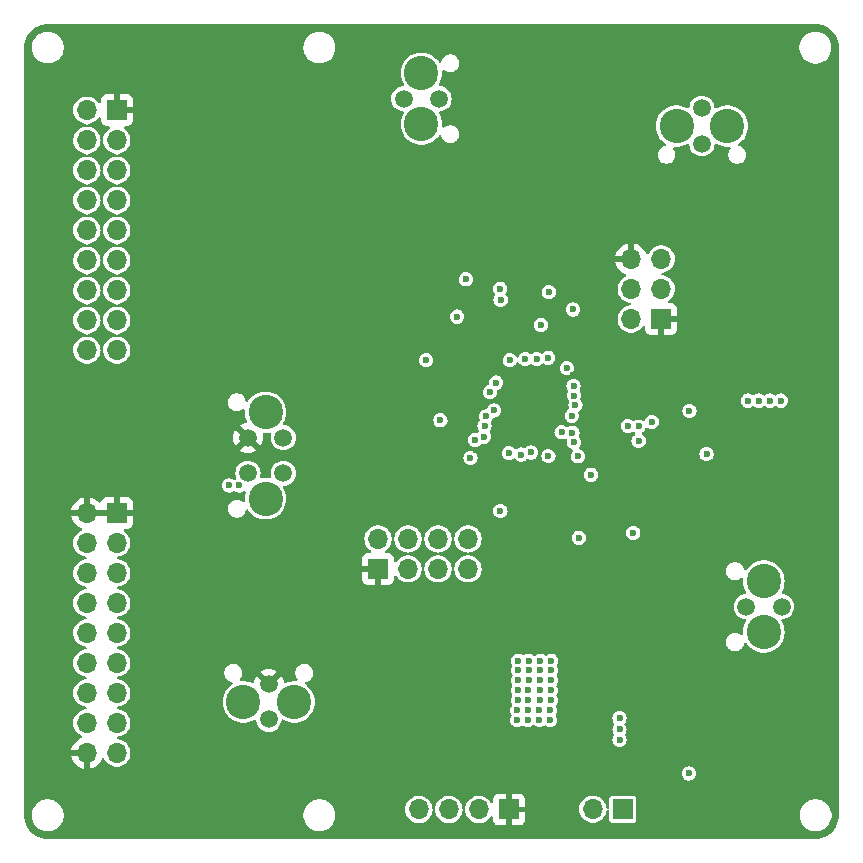
<source format=gbr>
%TF.GenerationSoftware,KiCad,Pcbnew,8.0.4*%
%TF.CreationDate,2024-08-28T23:43:30-07:00*%
%TF.ProjectId,Modubot,4d6f6475-626f-4742-9e6b-696361645f70,rev?*%
%TF.SameCoordinates,Original*%
%TF.FileFunction,Copper,L2,Inr*%
%TF.FilePolarity,Positive*%
%FSLAX46Y46*%
G04 Gerber Fmt 4.6, Leading zero omitted, Abs format (unit mm)*
G04 Created by KiCad (PCBNEW 8.0.4) date 2024-08-28 23:43:30*
%MOMM*%
%LPD*%
G01*
G04 APERTURE LIST*
%TA.AperFunction,ComponentPad*%
%ADD10C,1.520000*%
%TD*%
%TA.AperFunction,ComponentPad*%
%ADD11C,2.909999*%
%TD*%
%TA.AperFunction,ComponentPad*%
%ADD12R,1.700000X1.700000*%
%TD*%
%TA.AperFunction,ComponentPad*%
%ADD13O,1.700000X1.700000*%
%TD*%
%TA.AperFunction,ViaPad*%
%ADD14C,0.600000*%
%TD*%
G04 APERTURE END LIST*
D10*
%TO.N,/CANH_3*%
%TO.C,J7*%
X168750011Y-79060000D03*
%TO.N,/CANL_3*%
X168750011Y-82059999D03*
D11*
%TO.N,N/C*%
X166600013Y-80560000D03*
X170900009Y-80560000D03*
%TD*%
D12*
%TO.N,GND*%
%TO.C,J8*%
X152400000Y-138430000D03*
D13*
%TO.N,+3.3V*%
X149860000Y-138430000D03*
%TO.N,+5V*%
X147320000Y-138430000D03*
%TO.N,+12V*%
X144780000Y-138430000D03*
%TD*%
D10*
%TO.N,+12V*%
%TO.C,J10*%
X132080000Y-130810000D03*
%TO.N,GND*%
X132080000Y-127810001D03*
D11*
%TO.N,N/C*%
X134229998Y-129310000D03*
X129930002Y-129310000D03*
%TD*%
D12*
%TO.N,GND*%
%TO.C,J3*%
X165300000Y-96900000D03*
D13*
%TO.N,/SYS_JTMS-SWDIO*%
X162760000Y-96900000D03*
%TO.N,/NRST*%
X165300000Y-94360000D03*
%TO.N,/SYS_JTCK-SWCLK*%
X162760000Y-94360000D03*
%TO.N,+3.3V*%
X165300000Y-91820000D03*
%TO.N,GND*%
X162760000Y-91820000D03*
%TD*%
D10*
%TO.N,/CANH_1*%
%TO.C,J5*%
X143500001Y-78250000D03*
%TO.N,/CANL_1*%
X146500000Y-78250000D03*
D11*
%TO.N,N/C*%
X145000001Y-80399998D03*
X145000001Y-76100002D03*
%TD*%
D10*
%TO.N,/USART2_TX*%
%TO.C,J2*%
X133310000Y-106960001D03*
%TO.N,/USART2_RX*%
X133310000Y-109960000D03*
%TO.N,GND*%
X130310001Y-106960001D03*
%TO.N,+5V*%
X130310001Y-109960000D03*
D11*
%TO.N,N/C*%
X131810000Y-104810003D03*
X131810000Y-112109998D03*
%TD*%
D12*
%TO.N,VBUS*%
%TO.C,J12*%
X162052000Y-138405000D03*
D13*
%TO.N,+5V*%
X159512000Y-138405000D03*
%TD*%
D12*
%TO.N,GND*%
%TO.C,J4*%
X141325600Y-118059200D03*
D13*
%TO.N,+3.3V*%
X141325600Y-115519200D03*
%TO.N,/GPIO_CE *%
X143865600Y-118059200D03*
%TO.N,/GPIO_CSN*%
X143865600Y-115519200D03*
%TO.N,/SPI1_SCK*%
X146405600Y-118059200D03*
%TO.N,/SPI1_MOSI*%
X146405600Y-115519200D03*
%TO.N,/SPI1_MISO*%
X148945600Y-118059200D03*
%TO.N,/GPIO_IRQ*%
X148945600Y-115519200D03*
%TD*%
D12*
%TO.N,GND*%
%TO.C,J11*%
X119210000Y-113320000D03*
D13*
X116670000Y-113320000D03*
%TO.N,+5V*%
X119210000Y-115860000D03*
%TO.N,+3.3V*%
X116670000Y-115860000D03*
%TO.N,/PB0*%
X119210000Y-118400000D03*
%TO.N,/PB1*%
X116670000Y-118400000D03*
%TO.N,/PB2*%
X119210000Y-120940000D03*
%TO.N,/PB10*%
X116670000Y-120940000D03*
%TO.N,/PB11*%
X119210000Y-123480000D03*
%TO.N,/PB14*%
X116670000Y-123480000D03*
%TO.N,/PB15*%
X119210000Y-126020000D03*
%TO.N,/PC6*%
X116670000Y-126020000D03*
%TO.N,/PC7*%
X119210000Y-128560000D03*
%TO.N,/PA8*%
X116670000Y-128560000D03*
%TO.N,/PA9*%
X119210000Y-131100000D03*
%TO.N,/PA10*%
X116670000Y-131100000D03*
%TO.N,+12V*%
X119210000Y-133640000D03*
%TO.N,GND*%
X116670000Y-133640000D03*
%TD*%
D10*
%TO.N,/CANH_2*%
%TO.C,J6*%
X175500000Y-121250000D03*
%TO.N,/CANL_2*%
X172500001Y-121250000D03*
D11*
%TO.N,N/C*%
X174000000Y-123399998D03*
X174000000Y-119100002D03*
%TD*%
D12*
%TO.N,GND*%
%TO.C,J9*%
X119210000Y-79220000D03*
D13*
%TO.N,+3.3V*%
X116670000Y-79220000D03*
%TO.N,/PA15*%
X119210000Y-81760000D03*
%TO.N,/PC10*%
X116670000Y-81760000D03*
%TO.N,/PC11*%
X119210000Y-84300000D03*
%TO.N,/PC12*%
X116670000Y-84300000D03*
%TO.N,/PD2*%
X119210000Y-86840000D03*
%TO.N,/PB5*%
X116670000Y-86840000D03*
%TO.N,/PB6*%
X119210000Y-89380000D03*
%TO.N,/PB7*%
X116670000Y-89380000D03*
%TO.N,/PC13*%
X119210000Y-91920000D03*
%TO.N,/PC15*%
X116670000Y-91920000D03*
%TO.N,/PC0*%
X119210000Y-94460000D03*
%TO.N,/PC1*%
X116670000Y-94460000D03*
%TO.N,/PC2*%
X119210000Y-97000000D03*
%TO.N,/PC3*%
X116670000Y-97000000D03*
%TO.N,/PA0*%
X119210000Y-99540000D03*
%TO.N,/PA1*%
X116670000Y-99540000D03*
%TD*%
D14*
%TO.N,GND*%
X157835600Y-101676200D03*
X132334000Y-81788000D03*
X174929800Y-99212400D03*
X159639000Y-125857000D03*
X128270000Y-81788000D03*
X139242800Y-105333800D03*
X137718800Y-104114600D03*
X132334000Y-78740000D03*
X140690600Y-105333800D03*
X133858000Y-93472000D03*
X153238200Y-84963000D03*
X133350000Y-126746000D03*
X144272000Y-125984000D03*
X142087600Y-105333800D03*
X149585816Y-107991110D03*
X145288000Y-125984000D03*
X166750000Y-112500000D03*
X171704000Y-132588000D03*
X148590000Y-125476000D03*
X151003000Y-100101400D03*
X157200600Y-108635800D03*
X154990800Y-94183200D03*
X172770800Y-99212400D03*
X137718800Y-102819200D03*
X144881600Y-85064600D03*
X130302000Y-79248000D03*
X148590000Y-124714000D03*
X145034000Y-99314000D03*
X132080000Y-126238000D03*
X141986000Y-127762000D03*
X128270000Y-78740000D03*
X137718800Y-105308400D03*
X143586200Y-103733600D03*
X158750000Y-132588000D03*
X173532800Y-99212400D03*
X154914600Y-107569000D03*
X142113000Y-100406200D03*
X143535400Y-105308400D03*
X147980400Y-126415800D03*
X143560800Y-100380800D03*
X137744200Y-100380800D03*
X140716000Y-100406200D03*
X174244000Y-99212400D03*
X146634200Y-127101600D03*
X147142200Y-125577600D03*
X147497800Y-94716600D03*
X164000000Y-108250000D03*
X139268200Y-100406200D03*
X130810000Y-126746000D03*
X143560800Y-102666800D03*
X143611600Y-101447600D03*
X137744200Y-101523800D03*
X143256000Y-126746000D03*
X135483600Y-96418400D03*
X143002000Y-127762000D03*
%TO.N,+3.3V*%
X149148800Y-108661200D03*
X157318579Y-101065715D03*
X169138600Y-108356400D03*
X167640000Y-135382000D03*
X161772600Y-131648200D03*
X148031200Y-96697800D03*
X162480000Y-105940000D03*
X145398694Y-100387102D03*
X159359600Y-110083600D03*
X167690800Y-104673400D03*
X161772600Y-132537200D03*
X161772600Y-131648200D03*
X158318200Y-115417600D03*
X164515800Y-105613200D03*
X161772600Y-130683000D03*
%TO.N,VBUS*%
X172643800Y-103809800D03*
X175437800Y-103809800D03*
X174498000Y-103809800D03*
X173558200Y-103809800D03*
%TO.N,/I2C3_SDA*%
X163390000Y-107203000D03*
X163380000Y-106003000D03*
%TO.N,/GPIO_IRQ*%
X151684533Y-113163133D03*
%TO.N,+5V*%
X155956000Y-129184400D03*
X155067000Y-127508000D03*
X162941000Y-115005000D03*
X155981400Y-125831600D03*
X155956000Y-128346200D03*
X153111200Y-130022600D03*
X155067000Y-126644400D03*
X154000200Y-130022600D03*
X154990800Y-130860800D03*
X155041600Y-129184400D03*
X154051000Y-128346200D03*
X153111200Y-130860800D03*
X154076400Y-125831600D03*
X153187400Y-127508000D03*
X129590800Y-110998000D03*
X155041600Y-128346200D03*
X155981400Y-127508000D03*
X155067000Y-125831600D03*
X153162000Y-128346200D03*
X153187400Y-125831600D03*
X153162000Y-129184400D03*
X154076400Y-127508000D03*
X154990800Y-130022600D03*
X155981400Y-126644400D03*
X154076400Y-126644400D03*
X154000200Y-130860800D03*
X128727200Y-110998000D03*
X155905200Y-130022600D03*
X155778200Y-94615000D03*
X155905200Y-130860800D03*
X148755000Y-93548200D03*
X153187400Y-126644400D03*
X154051000Y-129184400D03*
%TO.N,/PB1*%
X153445280Y-108377920D03*
%TO.N,/PC7*%
X157734000Y-105079800D03*
%TO.N,/PB2*%
X154285000Y-108204000D03*
%TO.N,/PB15*%
X157786210Y-106516430D03*
%TO.N,/PB0*%
X152400000Y-108254800D03*
%TO.N,/PA10*%
X157877477Y-102585455D03*
%TO.N,/PB10*%
X155752800Y-108508800D03*
%TO.N,/PA9*%
X157918220Y-103384420D03*
%TO.N,/PB11*%
X158242000Y-108534200D03*
%TO.N,/PC6*%
X156870400Y-106502200D03*
%TO.N,/PB14*%
X157911800Y-107340400D03*
%TO.N,/PA8*%
X158038800Y-104190800D03*
%TO.N,/PA1*%
X149534855Y-107121582D03*
%TO.N,/PA0*%
X150291800Y-106857800D03*
%TO.N,/PC3*%
X146608800Y-105479200D03*
%TO.N,/PC0*%
X151130000Y-104648000D03*
%TO.N,/PC1*%
X150479673Y-105155228D03*
%TO.N,/PC2*%
X150342600Y-105943400D03*
%TO.N,/PC13*%
X151322800Y-102285800D03*
%TO.N,/PC15*%
X150798800Y-103090000D03*
%TO.N,/PB6*%
X151663400Y-94335600D03*
%TO.N,/PB7*%
X151704420Y-95285180D03*
%TO.N,/PB5*%
X152476200Y-100380800D03*
%TO.N,/PD2*%
X153797000Y-100304600D03*
%TO.N,/PA15*%
X157857599Y-96095042D03*
%TO.N,/PC10*%
X155727400Y-100177600D03*
%TO.N,/PC12*%
X154762200Y-100304600D03*
%TO.N,/PC11*%
X155117800Y-97409000D03*
%TD*%
%TA.AperFunction,Conductor*%
%TO.N,GND*%
G36*
X118744075Y-113127007D02*
G01*
X118710000Y-113254174D01*
X118710000Y-113385826D01*
X118744075Y-113512993D01*
X118776988Y-113570000D01*
X117103012Y-113570000D01*
X117135925Y-113512993D01*
X117170000Y-113385826D01*
X117170000Y-113254174D01*
X117135925Y-113127007D01*
X117103012Y-113070000D01*
X118776988Y-113070000D01*
X118744075Y-113127007D01*
G37*
%TD.AperFunction*%
%TA.AperFunction,Conductor*%
G36*
X178364043Y-71920765D02*
G01*
X178612895Y-71937075D01*
X178628953Y-71939190D01*
X178836105Y-71980395D01*
X178869535Y-71987045D01*
X178885202Y-71991243D01*
X179054947Y-72048863D01*
X179117481Y-72070091D01*
X179132458Y-72076294D01*
X179341799Y-72179529D01*
X179352460Y-72184787D01*
X179366508Y-72192897D01*
X179570464Y-72329177D01*
X179583328Y-72339048D01*
X179767749Y-72500781D01*
X179779218Y-72512250D01*
X179916196Y-72668444D01*
X179940951Y-72696671D01*
X179950825Y-72709539D01*
X180087102Y-72913492D01*
X180095212Y-72927539D01*
X180203702Y-73147534D01*
X180209909Y-73162520D01*
X180288756Y-73394797D01*
X180292954Y-73410464D01*
X180340807Y-73651035D01*
X180342925Y-73667116D01*
X180359235Y-73915956D01*
X180359500Y-73924066D01*
X180359500Y-138915933D01*
X180359235Y-138924043D01*
X180342925Y-139172883D01*
X180340807Y-139188964D01*
X180292954Y-139429535D01*
X180288756Y-139445202D01*
X180209909Y-139677479D01*
X180203702Y-139692465D01*
X180095212Y-139912460D01*
X180087102Y-139926507D01*
X179950825Y-140130460D01*
X179940951Y-140143328D01*
X179779218Y-140327749D01*
X179767749Y-140339218D01*
X179583328Y-140500951D01*
X179570460Y-140510825D01*
X179366507Y-140647102D01*
X179352460Y-140655212D01*
X179132465Y-140763702D01*
X179117479Y-140769909D01*
X178885202Y-140848756D01*
X178869535Y-140852954D01*
X178628964Y-140900807D01*
X178612883Y-140902925D01*
X178364043Y-140919235D01*
X178355933Y-140919500D01*
X113364067Y-140919500D01*
X113355957Y-140919235D01*
X113107116Y-140902925D01*
X113091035Y-140900807D01*
X112850464Y-140852954D01*
X112834797Y-140848756D01*
X112602520Y-140769909D01*
X112587534Y-140763702D01*
X112367539Y-140655212D01*
X112353492Y-140647102D01*
X112149539Y-140510825D01*
X112136671Y-140500951D01*
X111952250Y-140339218D01*
X111940781Y-140327749D01*
X111803804Y-140171557D01*
X111779045Y-140143325D01*
X111769174Y-140130460D01*
X111632897Y-139926507D01*
X111624787Y-139912460D01*
X111518855Y-139697652D01*
X111516294Y-139692458D01*
X111510090Y-139677479D01*
X111431243Y-139445202D01*
X111427045Y-139429535D01*
X111406249Y-139324987D01*
X111379190Y-139188953D01*
X111377075Y-139172895D01*
X111360765Y-138924043D01*
X111360500Y-138915933D01*
X111360500Y-138813713D01*
X112009500Y-138813713D01*
X112009500Y-139026286D01*
X112035265Y-139188964D01*
X112042754Y-139236243D01*
X112104983Y-139427764D01*
X112108444Y-139438414D01*
X112204951Y-139627820D01*
X112329890Y-139799786D01*
X112480213Y-139950109D01*
X112652179Y-140075048D01*
X112652181Y-140075049D01*
X112652184Y-140075051D01*
X112841588Y-140171557D01*
X113043757Y-140237246D01*
X113253713Y-140270500D01*
X113253714Y-140270500D01*
X113466286Y-140270500D01*
X113466287Y-140270500D01*
X113676243Y-140237246D01*
X113878412Y-140171557D01*
X114067816Y-140075051D01*
X114089789Y-140059086D01*
X114239786Y-139950109D01*
X114239788Y-139950106D01*
X114239792Y-139950104D01*
X114390104Y-139799792D01*
X114390106Y-139799788D01*
X114390109Y-139799786D01*
X114515048Y-139627820D01*
X114515047Y-139627820D01*
X114515051Y-139627816D01*
X114611557Y-139438412D01*
X114677246Y-139236243D01*
X114710500Y-139026287D01*
X114710500Y-138813713D01*
X135009500Y-138813713D01*
X135009500Y-139026286D01*
X135035265Y-139188964D01*
X135042754Y-139236243D01*
X135104983Y-139427764D01*
X135108444Y-139438414D01*
X135204951Y-139627820D01*
X135329890Y-139799786D01*
X135480213Y-139950109D01*
X135652179Y-140075048D01*
X135652181Y-140075049D01*
X135652184Y-140075051D01*
X135841588Y-140171557D01*
X136043757Y-140237246D01*
X136253713Y-140270500D01*
X136253714Y-140270500D01*
X136466286Y-140270500D01*
X136466287Y-140270500D01*
X136676243Y-140237246D01*
X136878412Y-140171557D01*
X137067816Y-140075051D01*
X137089789Y-140059086D01*
X137239786Y-139950109D01*
X137239788Y-139950106D01*
X137239792Y-139950104D01*
X137390104Y-139799792D01*
X137390106Y-139799788D01*
X137390109Y-139799786D01*
X137515048Y-139627820D01*
X137515047Y-139627820D01*
X137515051Y-139627816D01*
X137611557Y-139438412D01*
X137677246Y-139236243D01*
X137710500Y-139026287D01*
X137710500Y-138813713D01*
X137677246Y-138603757D01*
X137620789Y-138430000D01*
X143624571Y-138430000D01*
X143644244Y-138642310D01*
X143697675Y-138830099D01*
X143702596Y-138847392D01*
X143702596Y-138847394D01*
X143797632Y-139038253D01*
X143911445Y-139188964D01*
X143926128Y-139208407D01*
X144083698Y-139352052D01*
X144264981Y-139464298D01*
X144463802Y-139541321D01*
X144673390Y-139580500D01*
X144673392Y-139580500D01*
X144886608Y-139580500D01*
X144886610Y-139580500D01*
X145096198Y-139541321D01*
X145295019Y-139464298D01*
X145476302Y-139352052D01*
X145633872Y-139208407D01*
X145762366Y-139038255D01*
X145816270Y-138930000D01*
X145857403Y-138847394D01*
X145857403Y-138847393D01*
X145857405Y-138847389D01*
X145915756Y-138642310D01*
X145926529Y-138526047D01*
X145952315Y-138461111D01*
X145994622Y-138430804D01*
X146103130Y-138430804D01*
X146139503Y-138451668D01*
X146171693Y-138513681D01*
X146173470Y-138526047D01*
X146184244Y-138642310D01*
X146237675Y-138830099D01*
X146242596Y-138847392D01*
X146242596Y-138847394D01*
X146337632Y-139038253D01*
X146451445Y-139188964D01*
X146466128Y-139208407D01*
X146623698Y-139352052D01*
X146804981Y-139464298D01*
X147003802Y-139541321D01*
X147213390Y-139580500D01*
X147213392Y-139580500D01*
X147426608Y-139580500D01*
X147426610Y-139580500D01*
X147636198Y-139541321D01*
X147835019Y-139464298D01*
X148016302Y-139352052D01*
X148173872Y-139208407D01*
X148302366Y-139038255D01*
X148356270Y-138930000D01*
X148397403Y-138847394D01*
X148397403Y-138847393D01*
X148397405Y-138847389D01*
X148455756Y-138642310D01*
X148466529Y-138526047D01*
X148492315Y-138461111D01*
X148534622Y-138430804D01*
X148643130Y-138430804D01*
X148679503Y-138451668D01*
X148711693Y-138513681D01*
X148713470Y-138526047D01*
X148724244Y-138642310D01*
X148777675Y-138830099D01*
X148782596Y-138847392D01*
X148782596Y-138847394D01*
X148877632Y-139038253D01*
X148991445Y-139188964D01*
X149006128Y-139208407D01*
X149163698Y-139352052D01*
X149344981Y-139464298D01*
X149543802Y-139541321D01*
X149753390Y-139580500D01*
X149753392Y-139580500D01*
X149966608Y-139580500D01*
X149966610Y-139580500D01*
X150176198Y-139541321D01*
X150375019Y-139464298D01*
X150556302Y-139352052D01*
X150713872Y-139208407D01*
X150827047Y-139058540D01*
X150883155Y-139016905D01*
X150952867Y-139012214D01*
X151014049Y-139045956D01*
X151047276Y-139107419D01*
X151050000Y-139133268D01*
X151050000Y-139327844D01*
X151056401Y-139387372D01*
X151056403Y-139387379D01*
X151106645Y-139522086D01*
X151106649Y-139522093D01*
X151192809Y-139637187D01*
X151192812Y-139637190D01*
X151307906Y-139723350D01*
X151307913Y-139723354D01*
X151442620Y-139773596D01*
X151442627Y-139773598D01*
X151502155Y-139779999D01*
X151502172Y-139780000D01*
X152150000Y-139780000D01*
X152150000Y-138863012D01*
X152207007Y-138895925D01*
X152334174Y-138930000D01*
X152465826Y-138930000D01*
X152592993Y-138895925D01*
X152650000Y-138863012D01*
X152650000Y-139780000D01*
X153297828Y-139780000D01*
X153297844Y-139779999D01*
X153357372Y-139773598D01*
X153357379Y-139773596D01*
X153492086Y-139723354D01*
X153492093Y-139723350D01*
X153607187Y-139637190D01*
X153607190Y-139637187D01*
X153693350Y-139522093D01*
X153693354Y-139522086D01*
X153743596Y-139387379D01*
X153743598Y-139387372D01*
X153749999Y-139327844D01*
X153750000Y-139327827D01*
X153750000Y-138680000D01*
X152833012Y-138680000D01*
X152865925Y-138622993D01*
X152900000Y-138495826D01*
X152900000Y-138405000D01*
X158356571Y-138405000D01*
X158376244Y-138617310D01*
X158432126Y-138813713D01*
X158434596Y-138822392D01*
X158434596Y-138822394D01*
X158529632Y-139013253D01*
X158656300Y-139180987D01*
X158658128Y-139183407D01*
X158815698Y-139327052D01*
X158996981Y-139439298D01*
X159195802Y-139516321D01*
X159405390Y-139555500D01*
X159405392Y-139555500D01*
X159618608Y-139555500D01*
X159618610Y-139555500D01*
X159828198Y-139516321D01*
X160027019Y-139439298D01*
X160208302Y-139327052D01*
X160365872Y-139183407D01*
X160494366Y-139013255D01*
X160573611Y-138854108D01*
X160589403Y-138822394D01*
X160589403Y-138822393D01*
X160589405Y-138822389D01*
X160647756Y-138617310D01*
X160654029Y-138549605D01*
X160679814Y-138484669D01*
X160736614Y-138443981D01*
X160806395Y-138440461D01*
X160867002Y-138475225D01*
X160899193Y-138537238D01*
X160901500Y-138561047D01*
X160901500Y-139299856D01*
X160901502Y-139299882D01*
X160904413Y-139324987D01*
X160904415Y-139324991D01*
X160949793Y-139427764D01*
X160949794Y-139427765D01*
X161029235Y-139507206D01*
X161132009Y-139552585D01*
X161157135Y-139555500D01*
X162946864Y-139555499D01*
X162946879Y-139555497D01*
X162946882Y-139555497D01*
X162971987Y-139552586D01*
X162971988Y-139552585D01*
X162971991Y-139552585D01*
X163074765Y-139507206D01*
X163154206Y-139427765D01*
X163199585Y-139324991D01*
X163202500Y-139299865D01*
X163202500Y-138813713D01*
X177019500Y-138813713D01*
X177019500Y-139026286D01*
X177045265Y-139188964D01*
X177052754Y-139236243D01*
X177114983Y-139427764D01*
X177118444Y-139438414D01*
X177214951Y-139627820D01*
X177339890Y-139799786D01*
X177490213Y-139950109D01*
X177662179Y-140075048D01*
X177662181Y-140075049D01*
X177662184Y-140075051D01*
X177851588Y-140171557D01*
X178053757Y-140237246D01*
X178263713Y-140270500D01*
X178263714Y-140270500D01*
X178476286Y-140270500D01*
X178476287Y-140270500D01*
X178686243Y-140237246D01*
X178888412Y-140171557D01*
X179077816Y-140075051D01*
X179099789Y-140059086D01*
X179249786Y-139950109D01*
X179249788Y-139950106D01*
X179249792Y-139950104D01*
X179400104Y-139799792D01*
X179400106Y-139799788D01*
X179400109Y-139799786D01*
X179525048Y-139627820D01*
X179525047Y-139627820D01*
X179525051Y-139627816D01*
X179621557Y-139438412D01*
X179687246Y-139236243D01*
X179720500Y-139026287D01*
X179720500Y-138813713D01*
X179687246Y-138603757D01*
X179621557Y-138401588D01*
X179525051Y-138212184D01*
X179525049Y-138212181D01*
X179525048Y-138212179D01*
X179400109Y-138040213D01*
X179249786Y-137889890D01*
X179077820Y-137764951D01*
X178888414Y-137668444D01*
X178888413Y-137668443D01*
X178888412Y-137668443D01*
X178686243Y-137602754D01*
X178686241Y-137602753D01*
X178686240Y-137602753D01*
X178524957Y-137577208D01*
X178476287Y-137569500D01*
X178263713Y-137569500D01*
X178215042Y-137577208D01*
X178053760Y-137602753D01*
X177851585Y-137668444D01*
X177662179Y-137764951D01*
X177490213Y-137889890D01*
X177339890Y-138040213D01*
X177214951Y-138212179D01*
X177118444Y-138401585D01*
X177052753Y-138603760D01*
X177019500Y-138813713D01*
X163202500Y-138813713D01*
X163202499Y-137510136D01*
X163202245Y-137507947D01*
X163199586Y-137485012D01*
X163199585Y-137485010D01*
X163199585Y-137485009D01*
X163154206Y-137382235D01*
X163074765Y-137302794D01*
X163054124Y-137293680D01*
X162971992Y-137257415D01*
X162946865Y-137254500D01*
X161157143Y-137254500D01*
X161157117Y-137254502D01*
X161132012Y-137257413D01*
X161132008Y-137257415D01*
X161029235Y-137302793D01*
X160949794Y-137382234D01*
X160904415Y-137485006D01*
X160904415Y-137485008D01*
X160901500Y-137510131D01*
X160901500Y-138248951D01*
X160881815Y-138315990D01*
X160829011Y-138361745D01*
X160759853Y-138371689D01*
X160696297Y-138342664D01*
X160658523Y-138283886D01*
X160654029Y-138260391D01*
X160650072Y-138217690D01*
X160647756Y-138192690D01*
X160644145Y-138180000D01*
X160627925Y-138122993D01*
X160589405Y-137987611D01*
X160589403Y-137987606D01*
X160589403Y-137987605D01*
X160494367Y-137796746D01*
X160365872Y-137626593D01*
X160303244Y-137569500D01*
X160208302Y-137482948D01*
X160027019Y-137370702D01*
X160027017Y-137370701D01*
X159927608Y-137332190D01*
X159828198Y-137293679D01*
X159618610Y-137254500D01*
X159405390Y-137254500D01*
X159195802Y-137293679D01*
X159195799Y-137293679D01*
X159195799Y-137293680D01*
X158996982Y-137370701D01*
X158996980Y-137370702D01*
X158815699Y-137482947D01*
X158658127Y-137626593D01*
X158529632Y-137796746D01*
X158434596Y-137987605D01*
X158434596Y-137987607D01*
X158376244Y-138192689D01*
X158362009Y-138346318D01*
X158356571Y-138405000D01*
X152900000Y-138405000D01*
X152900000Y-138364174D01*
X152865925Y-138237007D01*
X152833012Y-138180000D01*
X153750000Y-138180000D01*
X153750000Y-137532172D01*
X153749999Y-137532155D01*
X153743598Y-137472627D01*
X153743596Y-137472620D01*
X153693354Y-137337913D01*
X153693350Y-137337906D01*
X153607190Y-137222812D01*
X153607187Y-137222809D01*
X153492093Y-137136649D01*
X153492086Y-137136645D01*
X153357379Y-137086403D01*
X153357372Y-137086401D01*
X153297844Y-137080000D01*
X152650000Y-137080000D01*
X152650000Y-137996988D01*
X152592993Y-137964075D01*
X152465826Y-137930000D01*
X152334174Y-137930000D01*
X152207007Y-137964075D01*
X152150000Y-137996988D01*
X152150000Y-137080000D01*
X151502155Y-137080000D01*
X151442627Y-137086401D01*
X151442620Y-137086403D01*
X151307913Y-137136645D01*
X151307906Y-137136649D01*
X151192812Y-137222809D01*
X151192809Y-137222812D01*
X151106649Y-137337906D01*
X151106645Y-137337913D01*
X151056403Y-137472620D01*
X151056401Y-137472627D01*
X151050000Y-137532155D01*
X151050000Y-137726731D01*
X151030315Y-137793770D01*
X150977511Y-137839525D01*
X150908353Y-137849469D01*
X150844797Y-137820444D01*
X150827046Y-137801458D01*
X150713872Y-137651593D01*
X150686448Y-137626593D01*
X150556302Y-137507948D01*
X150375019Y-137395702D01*
X150375017Y-137395701D01*
X150225829Y-137337906D01*
X150176198Y-137318679D01*
X149966610Y-137279500D01*
X149753390Y-137279500D01*
X149543802Y-137318679D01*
X149543799Y-137318679D01*
X149543799Y-137318680D01*
X149344982Y-137395701D01*
X149344980Y-137395702D01*
X149163699Y-137507947D01*
X149006127Y-137651593D01*
X148877632Y-137821746D01*
X148782596Y-138012605D01*
X148782596Y-138012607D01*
X148724244Y-138217689D01*
X148713471Y-138333951D01*
X148687685Y-138398888D01*
X148643130Y-138430804D01*
X148534622Y-138430804D01*
X148536869Y-138429194D01*
X148500497Y-138408331D01*
X148468307Y-138346318D01*
X148466529Y-138333951D01*
X148464865Y-138315990D01*
X148455756Y-138217690D01*
X148397405Y-138012611D01*
X148397403Y-138012606D01*
X148397403Y-138012605D01*
X148302367Y-137821746D01*
X148173872Y-137651593D01*
X148146448Y-137626593D01*
X148016302Y-137507948D01*
X147835019Y-137395702D01*
X147835017Y-137395701D01*
X147685829Y-137337906D01*
X147636198Y-137318679D01*
X147426610Y-137279500D01*
X147213390Y-137279500D01*
X147003802Y-137318679D01*
X147003799Y-137318679D01*
X147003799Y-137318680D01*
X146804982Y-137395701D01*
X146804980Y-137395702D01*
X146623699Y-137507947D01*
X146466127Y-137651593D01*
X146337632Y-137821746D01*
X146242596Y-138012605D01*
X146242596Y-138012607D01*
X146184244Y-138217689D01*
X146173471Y-138333951D01*
X146147685Y-138398888D01*
X146103130Y-138430804D01*
X145994622Y-138430804D01*
X145996869Y-138429194D01*
X145960497Y-138408331D01*
X145928307Y-138346318D01*
X145926529Y-138333951D01*
X145924865Y-138315990D01*
X145915756Y-138217690D01*
X145857405Y-138012611D01*
X145857403Y-138012606D01*
X145857403Y-138012605D01*
X145762367Y-137821746D01*
X145633872Y-137651593D01*
X145606448Y-137626593D01*
X145476302Y-137507948D01*
X145295019Y-137395702D01*
X145295017Y-137395701D01*
X145145829Y-137337906D01*
X145096198Y-137318679D01*
X144886610Y-137279500D01*
X144673390Y-137279500D01*
X144463802Y-137318679D01*
X144463799Y-137318679D01*
X144463799Y-137318680D01*
X144264982Y-137395701D01*
X144264980Y-137395702D01*
X144083699Y-137507947D01*
X143926127Y-137651593D01*
X143797632Y-137821746D01*
X143702596Y-138012605D01*
X143702596Y-138012607D01*
X143644244Y-138217689D01*
X143626888Y-138405000D01*
X143624571Y-138430000D01*
X137620789Y-138430000D01*
X137611557Y-138401588D01*
X137515051Y-138212184D01*
X137515049Y-138212181D01*
X137515048Y-138212179D01*
X137390109Y-138040213D01*
X137239786Y-137889890D01*
X137067820Y-137764951D01*
X136878414Y-137668444D01*
X136878413Y-137668443D01*
X136878412Y-137668443D01*
X136676243Y-137602754D01*
X136676241Y-137602753D01*
X136676240Y-137602753D01*
X136514957Y-137577208D01*
X136466287Y-137569500D01*
X136253713Y-137569500D01*
X136205042Y-137577208D01*
X136043760Y-137602753D01*
X135841585Y-137668444D01*
X135652179Y-137764951D01*
X135480213Y-137889890D01*
X135329890Y-138040213D01*
X135204951Y-138212179D01*
X135108444Y-138401585D01*
X135042753Y-138603760D01*
X135009500Y-138813713D01*
X114710500Y-138813713D01*
X114677246Y-138603757D01*
X114611557Y-138401588D01*
X114515051Y-138212184D01*
X114515049Y-138212181D01*
X114515048Y-138212179D01*
X114390109Y-138040213D01*
X114239786Y-137889890D01*
X114067820Y-137764951D01*
X113878414Y-137668444D01*
X113878413Y-137668443D01*
X113878412Y-137668443D01*
X113676243Y-137602754D01*
X113676241Y-137602753D01*
X113676240Y-137602753D01*
X113514957Y-137577208D01*
X113466287Y-137569500D01*
X113253713Y-137569500D01*
X113205042Y-137577208D01*
X113043760Y-137602753D01*
X112841585Y-137668444D01*
X112652179Y-137764951D01*
X112480213Y-137889890D01*
X112329890Y-138040213D01*
X112204951Y-138212179D01*
X112108444Y-138401585D01*
X112042753Y-138603760D01*
X112009500Y-138813713D01*
X111360500Y-138813713D01*
X111360500Y-135381998D01*
X167034318Y-135381998D01*
X167034318Y-135382001D01*
X167054955Y-135538760D01*
X167054956Y-135538762D01*
X167115464Y-135684841D01*
X167211718Y-135810282D01*
X167337159Y-135906536D01*
X167483238Y-135967044D01*
X167561619Y-135977363D01*
X167639999Y-135987682D01*
X167640000Y-135987682D01*
X167640001Y-135987682D01*
X167692254Y-135980802D01*
X167796762Y-135967044D01*
X167942841Y-135906536D01*
X168068282Y-135810282D01*
X168164536Y-135684841D01*
X168225044Y-135538762D01*
X168245682Y-135382000D01*
X168225044Y-135225238D01*
X168164536Y-135079159D01*
X168068282Y-134953718D01*
X167942841Y-134857464D01*
X167796762Y-134796956D01*
X167796760Y-134796955D01*
X167640001Y-134776318D01*
X167639999Y-134776318D01*
X167483239Y-134796955D01*
X167483237Y-134796956D01*
X167337160Y-134857463D01*
X167211718Y-134953718D01*
X167115463Y-135079160D01*
X167054956Y-135225237D01*
X167054955Y-135225239D01*
X167034318Y-135381998D01*
X111360500Y-135381998D01*
X111360500Y-113069999D01*
X115339364Y-113069999D01*
X115339364Y-113070000D01*
X116236988Y-113070000D01*
X116204075Y-113127007D01*
X116170000Y-113254174D01*
X116170000Y-113385826D01*
X116204075Y-113512993D01*
X116236988Y-113570000D01*
X115339364Y-113570000D01*
X115396567Y-113783486D01*
X115396570Y-113783492D01*
X115496399Y-113997578D01*
X115631894Y-114191082D01*
X115798917Y-114358105D01*
X115992421Y-114493600D01*
X116191573Y-114586466D01*
X116244012Y-114632638D01*
X116263164Y-114699832D01*
X116242948Y-114766713D01*
X116189783Y-114812048D01*
X116183968Y-114814472D01*
X116176771Y-114817260D01*
X116154982Y-114825701D01*
X116154980Y-114825702D01*
X115973699Y-114937947D01*
X115816127Y-115081593D01*
X115687632Y-115251746D01*
X115592596Y-115442605D01*
X115592596Y-115442607D01*
X115534244Y-115647689D01*
X115514571Y-115859999D01*
X115514571Y-115860000D01*
X115534244Y-116072310D01*
X115592596Y-116277392D01*
X115592596Y-116277394D01*
X115687632Y-116468253D01*
X115814847Y-116636711D01*
X115816128Y-116638407D01*
X115973698Y-116782052D01*
X116154981Y-116894298D01*
X116353802Y-116971321D01*
X116550613Y-117008111D01*
X116612893Y-117039779D01*
X116648166Y-117100092D01*
X116645232Y-117169900D01*
X116605023Y-117227040D01*
X116550613Y-117251888D01*
X116353802Y-117288679D01*
X116353799Y-117288679D01*
X116353799Y-117288680D01*
X116154982Y-117365701D01*
X116154980Y-117365702D01*
X115973699Y-117477947D01*
X115816127Y-117621593D01*
X115687632Y-117791746D01*
X115592596Y-117982605D01*
X115592596Y-117982607D01*
X115543475Y-118155248D01*
X115534244Y-118187690D01*
X115514571Y-118400000D01*
X115534244Y-118612310D01*
X115590464Y-118809901D01*
X115592596Y-118817392D01*
X115592596Y-118817394D01*
X115687632Y-119008253D01*
X115816127Y-119178406D01*
X115816128Y-119178407D01*
X115973698Y-119322052D01*
X116154981Y-119434298D01*
X116353802Y-119511321D01*
X116550613Y-119548111D01*
X116612893Y-119579779D01*
X116648166Y-119640092D01*
X116645232Y-119709900D01*
X116605023Y-119767040D01*
X116550613Y-119791888D01*
X116353802Y-119828679D01*
X116353799Y-119828679D01*
X116353799Y-119828680D01*
X116154982Y-119905701D01*
X116154980Y-119905702D01*
X115973699Y-120017947D01*
X115816127Y-120161593D01*
X115687632Y-120331746D01*
X115592596Y-120522605D01*
X115592596Y-120522607D01*
X115534244Y-120727689D01*
X115514571Y-120939999D01*
X115514571Y-120940000D01*
X115534244Y-121152310D01*
X115592596Y-121357392D01*
X115592596Y-121357394D01*
X115687632Y-121548253D01*
X115783530Y-121675241D01*
X115816128Y-121718407D01*
X115973698Y-121862052D01*
X116154981Y-121974298D01*
X116353802Y-122051321D01*
X116550613Y-122088111D01*
X116612893Y-122119779D01*
X116648166Y-122180092D01*
X116645232Y-122249900D01*
X116605023Y-122307040D01*
X116550613Y-122331888D01*
X116353802Y-122368679D01*
X116353799Y-122368679D01*
X116353799Y-122368680D01*
X116154982Y-122445701D01*
X116154980Y-122445702D01*
X115973699Y-122557947D01*
X115816127Y-122701593D01*
X115687632Y-122871746D01*
X115592596Y-123062605D01*
X115592596Y-123062607D01*
X115534244Y-123267689D01*
X115521985Y-123399993D01*
X115514571Y-123480000D01*
X115534244Y-123692310D01*
X115554984Y-123765204D01*
X115592596Y-123897392D01*
X115592596Y-123897394D01*
X115687632Y-124088253D01*
X115753210Y-124175091D01*
X115816128Y-124258407D01*
X115973698Y-124402052D01*
X116154981Y-124514298D01*
X116353802Y-124591321D01*
X116550613Y-124628111D01*
X116612893Y-124659779D01*
X116648166Y-124720092D01*
X116645232Y-124789900D01*
X116605023Y-124847040D01*
X116550613Y-124871888D01*
X116353802Y-124908679D01*
X116353799Y-124908679D01*
X116353799Y-124908680D01*
X116154982Y-124985701D01*
X116154980Y-124985702D01*
X115973699Y-125097947D01*
X115816127Y-125241593D01*
X115687632Y-125411746D01*
X115592596Y-125602605D01*
X115592596Y-125602607D01*
X115534244Y-125807689D01*
X115514571Y-126019999D01*
X115514571Y-126020000D01*
X115534244Y-126232310D01*
X115592596Y-126437392D01*
X115592596Y-126437394D01*
X115687632Y-126628253D01*
X115813628Y-126795097D01*
X115816128Y-126798407D01*
X115973698Y-126942052D01*
X116154981Y-127054298D01*
X116353802Y-127131321D01*
X116550613Y-127168111D01*
X116612893Y-127199779D01*
X116648166Y-127260092D01*
X116645232Y-127329900D01*
X116605023Y-127387040D01*
X116550613Y-127411888D01*
X116353802Y-127448679D01*
X116353799Y-127448679D01*
X116353799Y-127448680D01*
X116154982Y-127525701D01*
X116154980Y-127525702D01*
X115973699Y-127637947D01*
X115816127Y-127781593D01*
X115687632Y-127951746D01*
X115592596Y-128142605D01*
X115592596Y-128142607D01*
X115534244Y-128347689D01*
X115514571Y-128559999D01*
X115514571Y-128560000D01*
X115534244Y-128772310D01*
X115592596Y-128977392D01*
X115592596Y-128977394D01*
X115687632Y-129168253D01*
X115699826Y-129184400D01*
X115816128Y-129338407D01*
X115973698Y-129482052D01*
X116154981Y-129594298D01*
X116353802Y-129671321D01*
X116550613Y-129708111D01*
X116612893Y-129739779D01*
X116648166Y-129800092D01*
X116645232Y-129869900D01*
X116605023Y-129927040D01*
X116550613Y-129951888D01*
X116353802Y-129988679D01*
X116353799Y-129988679D01*
X116353799Y-129988680D01*
X116154982Y-130065701D01*
X116154980Y-130065702D01*
X115973699Y-130177947D01*
X115816127Y-130321593D01*
X115687632Y-130491746D01*
X115592596Y-130682605D01*
X115592596Y-130682607D01*
X115534244Y-130887689D01*
X115521402Y-131026285D01*
X115514571Y-131100000D01*
X115534244Y-131312310D01*
X115585211Y-131491439D01*
X115592596Y-131517392D01*
X115592596Y-131517394D01*
X115687632Y-131708253D01*
X115816127Y-131878406D01*
X115816128Y-131878407D01*
X115973698Y-132022052D01*
X116154981Y-132134298D01*
X116183961Y-132145525D01*
X116239362Y-132188095D01*
X116262954Y-132253861D01*
X116247244Y-132321942D01*
X116197222Y-132370722D01*
X116191573Y-132373533D01*
X115992422Y-132466399D01*
X115992420Y-132466400D01*
X115798926Y-132601886D01*
X115798920Y-132601891D01*
X115631891Y-132768920D01*
X115631886Y-132768926D01*
X115496400Y-132962420D01*
X115496399Y-132962422D01*
X115396570Y-133176507D01*
X115396567Y-133176513D01*
X115339364Y-133389999D01*
X115339364Y-133390000D01*
X116236988Y-133390000D01*
X116204075Y-133447007D01*
X116170000Y-133574174D01*
X116170000Y-133705826D01*
X116204075Y-133832993D01*
X116236988Y-133890000D01*
X115339364Y-133890000D01*
X115396567Y-134103486D01*
X115396570Y-134103492D01*
X115496399Y-134317578D01*
X115631894Y-134511082D01*
X115798917Y-134678105D01*
X115992421Y-134813600D01*
X116206507Y-134913429D01*
X116206516Y-134913433D01*
X116420000Y-134970634D01*
X116420000Y-134073012D01*
X116477007Y-134105925D01*
X116604174Y-134140000D01*
X116735826Y-134140000D01*
X116862993Y-134105925D01*
X116920000Y-134073012D01*
X116920000Y-134970633D01*
X117133483Y-134913433D01*
X117133492Y-134913429D01*
X117347578Y-134813600D01*
X117541082Y-134678105D01*
X117708105Y-134511082D01*
X117843600Y-134317578D01*
X117937294Y-134116651D01*
X117983466Y-134064212D01*
X118050660Y-134045060D01*
X118117541Y-134065276D01*
X118160676Y-134113785D01*
X118227632Y-134248253D01*
X118356127Y-134418406D01*
X118356128Y-134418407D01*
X118513698Y-134562052D01*
X118694981Y-134674298D01*
X118893802Y-134751321D01*
X119103390Y-134790500D01*
X119103392Y-134790500D01*
X119316608Y-134790500D01*
X119316610Y-134790500D01*
X119526198Y-134751321D01*
X119725019Y-134674298D01*
X119906302Y-134562052D01*
X120063872Y-134418407D01*
X120192366Y-134248255D01*
X120246270Y-134140000D01*
X120287403Y-134057394D01*
X120287403Y-134057393D01*
X120287405Y-134057389D01*
X120345756Y-133852310D01*
X120365429Y-133640000D01*
X120345756Y-133427690D01*
X120287405Y-133222611D01*
X120287403Y-133222606D01*
X120287403Y-133222605D01*
X120192367Y-133031746D01*
X120063872Y-132861593D01*
X120040231Y-132840041D01*
X119906302Y-132717948D01*
X119725019Y-132605702D01*
X119725017Y-132605701D01*
X119548188Y-132537198D01*
X119526198Y-132528679D01*
X119329385Y-132491888D01*
X119267106Y-132460221D01*
X119231833Y-132399908D01*
X119234767Y-132330100D01*
X119274976Y-132272960D01*
X119329384Y-132248111D01*
X119526198Y-132211321D01*
X119725019Y-132134298D01*
X119906302Y-132022052D01*
X120063872Y-131878407D01*
X120192366Y-131708255D01*
X120222271Y-131648198D01*
X120287403Y-131517394D01*
X120287403Y-131517393D01*
X120287405Y-131517389D01*
X120345756Y-131312310D01*
X120365429Y-131100000D01*
X120345756Y-130887690D01*
X120287405Y-130682611D01*
X120287403Y-130682606D01*
X120287403Y-130682605D01*
X120192367Y-130491746D01*
X120063872Y-130321593D01*
X120042029Y-130301680D01*
X119906302Y-130177948D01*
X119725019Y-130065702D01*
X119725017Y-130065701D01*
X119625608Y-130027190D01*
X119526198Y-129988679D01*
X119329385Y-129951888D01*
X119267106Y-129920221D01*
X119231833Y-129859908D01*
X119234767Y-129790100D01*
X119274976Y-129732960D01*
X119329384Y-129708111D01*
X119526198Y-129671321D01*
X119725019Y-129594298D01*
X119906302Y-129482052D01*
X120063872Y-129338407D01*
X120085328Y-129309995D01*
X128169581Y-129309995D01*
X128169581Y-129310004D01*
X128189241Y-129572367D01*
X128189241Y-129572369D01*
X128247792Y-129828896D01*
X128343917Y-130073818D01*
X128343916Y-130073818D01*
X128404036Y-130177947D01*
X128475474Y-130301680D01*
X128639522Y-130507390D01*
X128639523Y-130507391D01*
X128639524Y-130507392D01*
X128652958Y-130519857D01*
X128832397Y-130686353D01*
X129049792Y-130834569D01*
X129286848Y-130948730D01*
X129538271Y-131026284D01*
X129538272Y-131026284D01*
X129538275Y-131026285D01*
X129798438Y-131065498D01*
X129798443Y-131065498D01*
X129798446Y-131065499D01*
X129798447Y-131065499D01*
X130061557Y-131065499D01*
X130061558Y-131065499D01*
X130061565Y-131065498D01*
X130321728Y-131026285D01*
X130321729Y-131026284D01*
X130321733Y-131026284D01*
X130573156Y-130948730D01*
X130810213Y-130834569D01*
X130831030Y-130820375D01*
X130897505Y-130798875D01*
X130965056Y-130816727D01*
X131012231Y-130868266D01*
X131024284Y-130910674D01*
X131034844Y-131017892D01*
X131037390Y-131026284D01*
X131095485Y-131217799D01*
X131095486Y-131217802D01*
X131095487Y-131217803D01*
X131095488Y-131217806D01*
X131193956Y-131402027D01*
X131193960Y-131402034D01*
X131326484Y-131563515D01*
X131487965Y-131696039D01*
X131487972Y-131696043D01*
X131672193Y-131794511D01*
X131672194Y-131794511D01*
X131672201Y-131794515D01*
X131872106Y-131855155D01*
X131872105Y-131855155D01*
X131890745Y-131856990D01*
X132080000Y-131875631D01*
X132287894Y-131855155D01*
X132487799Y-131794515D01*
X132672033Y-131696040D01*
X132833515Y-131563515D01*
X132966040Y-131402033D01*
X133064515Y-131217799D01*
X133125155Y-131017894D01*
X133135715Y-130910672D01*
X133161876Y-130845887D01*
X133218910Y-130805528D01*
X133288710Y-130802411D01*
X133328965Y-130820372D01*
X133349788Y-130834569D01*
X133586844Y-130948730D01*
X133838267Y-131026284D01*
X133838268Y-131026284D01*
X133838271Y-131026285D01*
X134098434Y-131065498D01*
X134098439Y-131065498D01*
X134098442Y-131065499D01*
X134098443Y-131065499D01*
X134361553Y-131065499D01*
X134361554Y-131065499D01*
X134361561Y-131065498D01*
X134621724Y-131026285D01*
X134621725Y-131026284D01*
X134621729Y-131026284D01*
X134873152Y-130948730D01*
X135110209Y-130834569D01*
X135327603Y-130686353D01*
X135520478Y-130507390D01*
X135684526Y-130301680D01*
X135816083Y-130073818D01*
X135836185Y-130022598D01*
X152505518Y-130022598D01*
X152505518Y-130022601D01*
X152526155Y-130179360D01*
X152526156Y-130179362D01*
X152586664Y-130325441D01*
X152617950Y-130366215D01*
X152643143Y-130431384D01*
X152629104Y-130499829D01*
X152617950Y-130517185D01*
X152586664Y-130557958D01*
X152526156Y-130704037D01*
X152526155Y-130704039D01*
X152505518Y-130860798D01*
X152505518Y-130860801D01*
X152526155Y-131017560D01*
X152526156Y-131017562D01*
X152573189Y-131131111D01*
X152586664Y-131163641D01*
X152682918Y-131289082D01*
X152808359Y-131385336D01*
X152954438Y-131445844D01*
X153032819Y-131456163D01*
X153111199Y-131466482D01*
X153111200Y-131466482D01*
X153111201Y-131466482D01*
X153163454Y-131459602D01*
X153267962Y-131445844D01*
X153414041Y-131385336D01*
X153480214Y-131334559D01*
X153545382Y-131309365D01*
X153613827Y-131323403D01*
X153631182Y-131334557D01*
X153645260Y-131345359D01*
X153697357Y-131385335D01*
X153697358Y-131385335D01*
X153697359Y-131385336D01*
X153843438Y-131445844D01*
X153921819Y-131456163D01*
X154000199Y-131466482D01*
X154000200Y-131466482D01*
X154000201Y-131466482D01*
X154052454Y-131459602D01*
X154156962Y-131445844D01*
X154303041Y-131385336D01*
X154420016Y-131295577D01*
X154485182Y-131270385D01*
X154553627Y-131284423D01*
X154570975Y-131295571D01*
X154687959Y-131385336D01*
X154834038Y-131445844D01*
X154912419Y-131456163D01*
X154990799Y-131466482D01*
X154990800Y-131466482D01*
X154990801Y-131466482D01*
X155043054Y-131459602D01*
X155147562Y-131445844D01*
X155293641Y-131385336D01*
X155372514Y-131324814D01*
X155437682Y-131299620D01*
X155506127Y-131313658D01*
X155523482Y-131324812D01*
X155550257Y-131345357D01*
X155602357Y-131385335D01*
X155602358Y-131385335D01*
X155602359Y-131385336D01*
X155748438Y-131445844D01*
X155826819Y-131456163D01*
X155905199Y-131466482D01*
X155905200Y-131466482D01*
X155905201Y-131466482D01*
X155957454Y-131459602D01*
X156061962Y-131445844D01*
X156208041Y-131385336D01*
X156333482Y-131289082D01*
X156429736Y-131163641D01*
X156490244Y-131017562D01*
X156510882Y-130860800D01*
X156508112Y-130839762D01*
X156490244Y-130704039D01*
X156490243Y-130704037D01*
X156481528Y-130682998D01*
X161166918Y-130682998D01*
X161166918Y-130683001D01*
X161187555Y-130839760D01*
X161187556Y-130839762D01*
X161248064Y-130985842D01*
X161328075Y-131090114D01*
X161353269Y-131155283D01*
X161339231Y-131223728D01*
X161328075Y-131241086D01*
X161248064Y-131345357D01*
X161187556Y-131491437D01*
X161187555Y-131491439D01*
X161166918Y-131648198D01*
X161166918Y-131648201D01*
X161187555Y-131804960D01*
X161187556Y-131804962D01*
X161217977Y-131878406D01*
X161248064Y-131951041D01*
X161248065Y-131951042D01*
X161298840Y-132017214D01*
X161324033Y-132082384D01*
X161309994Y-132150829D01*
X161298840Y-132168186D01*
X161248063Y-132234360D01*
X161187556Y-132380437D01*
X161187555Y-132380439D01*
X161166918Y-132537198D01*
X161166918Y-132537201D01*
X161187555Y-132693960D01*
X161187556Y-132693962D01*
X161248064Y-132840041D01*
X161344318Y-132965482D01*
X161469759Y-133061736D01*
X161615838Y-133122244D01*
X161694219Y-133132563D01*
X161772599Y-133142882D01*
X161772600Y-133142882D01*
X161772601Y-133142882D01*
X161824854Y-133136002D01*
X161929362Y-133122244D01*
X162075441Y-133061736D01*
X162200882Y-132965482D01*
X162297136Y-132840041D01*
X162357644Y-132693962D01*
X162378282Y-132537200D01*
X162377160Y-132528680D01*
X162357644Y-132380439D01*
X162357644Y-132380438D01*
X162297136Y-132234359D01*
X162297135Y-132234358D01*
X162297135Y-132234357D01*
X162261636Y-132188095D01*
X162246359Y-132168185D01*
X162221165Y-132103018D01*
X162235203Y-132034573D01*
X162246357Y-132017217D01*
X162297136Y-131951041D01*
X162357644Y-131804962D01*
X162378282Y-131648200D01*
X162357644Y-131491438D01*
X162297136Y-131345359D01*
X162297135Y-131345358D01*
X162297135Y-131345357D01*
X162250378Y-131284423D01*
X162217124Y-131241085D01*
X162191930Y-131175918D01*
X162205968Y-131107473D01*
X162217122Y-131090117D01*
X162297136Y-130985841D01*
X162357644Y-130839762D01*
X162375512Y-130704038D01*
X162378282Y-130683001D01*
X162378282Y-130682998D01*
X162357644Y-130526239D01*
X162357644Y-130526238D01*
X162297136Y-130380159D01*
X162200882Y-130254718D01*
X162075441Y-130158464D01*
X161929362Y-130097956D01*
X161929360Y-130097955D01*
X161772601Y-130077318D01*
X161772599Y-130077318D01*
X161615839Y-130097955D01*
X161615837Y-130097956D01*
X161469760Y-130158463D01*
X161344318Y-130254718D01*
X161248063Y-130380160D01*
X161187556Y-130526237D01*
X161187555Y-130526239D01*
X161166918Y-130682998D01*
X156481528Y-130682998D01*
X156429736Y-130557959D01*
X156398449Y-130517185D01*
X156373255Y-130452019D01*
X156387293Y-130383574D01*
X156398450Y-130366213D01*
X156400500Y-130363542D01*
X156429736Y-130325441D01*
X156490244Y-130179362D01*
X156510882Y-130022600D01*
X156506416Y-129988680D01*
X156490244Y-129865839D01*
X156490244Y-129865838D01*
X156429736Y-129719759D01*
X156429735Y-129719758D01*
X156429735Y-129719757D01*
X156423851Y-129712089D01*
X156398656Y-129646920D01*
X156412694Y-129578475D01*
X156423850Y-129561116D01*
X156451300Y-129525342D01*
X156480536Y-129487241D01*
X156541044Y-129341162D01*
X156561682Y-129184400D01*
X156560864Y-129178189D01*
X156544725Y-129055596D01*
X156541044Y-129027638D01*
X156480536Y-128881559D01*
X156449249Y-128840785D01*
X156424055Y-128775619D01*
X156438093Y-128707174D01*
X156449250Y-128689813D01*
X156451300Y-128687142D01*
X156480536Y-128649041D01*
X156541044Y-128502962D01*
X156561682Y-128346200D01*
X156541044Y-128189438D01*
X156480536Y-128043359D01*
X156475094Y-128036268D01*
X156461949Y-128019135D01*
X156436756Y-127953965D01*
X156450795Y-127885521D01*
X156461951Y-127868163D01*
X156484478Y-127838806D01*
X156505936Y-127810841D01*
X156566444Y-127664762D01*
X156582864Y-127540039D01*
X156587082Y-127508001D01*
X156587082Y-127507998D01*
X156567649Y-127360392D01*
X156566444Y-127351238D01*
X156505936Y-127205159D01*
X156505935Y-127205158D01*
X156505935Y-127205157D01*
X156464905Y-127151686D01*
X156439711Y-127086517D01*
X156453749Y-127018072D01*
X156464905Y-127000714D01*
X156505935Y-126947242D01*
X156505934Y-126947242D01*
X156505936Y-126947241D01*
X156566444Y-126801162D01*
X156587082Y-126644400D01*
X156584956Y-126628255D01*
X156569357Y-126509768D01*
X156566444Y-126487638D01*
X156536190Y-126414598D01*
X156505938Y-126341563D01*
X156505937Y-126341562D01*
X156505936Y-126341559D01*
X156484393Y-126313484D01*
X156459200Y-126248319D01*
X156473237Y-126179874D01*
X156484388Y-126162522D01*
X156505936Y-126134441D01*
X156566444Y-125988362D01*
X156587082Y-125831600D01*
X156566444Y-125674838D01*
X156505936Y-125528759D01*
X156409682Y-125403318D01*
X156284241Y-125307064D01*
X156138162Y-125246556D01*
X156138160Y-125246555D01*
X155981401Y-125225918D01*
X155981399Y-125225918D01*
X155824639Y-125246555D01*
X155824637Y-125246556D01*
X155678557Y-125307064D01*
X155599686Y-125367585D01*
X155534517Y-125392779D01*
X155466072Y-125378741D01*
X155448714Y-125367585D01*
X155369842Y-125307064D01*
X155223762Y-125246556D01*
X155223760Y-125246555D01*
X155067001Y-125225918D01*
X155066999Y-125225918D01*
X154910239Y-125246555D01*
X154910237Y-125246556D01*
X154764157Y-125307064D01*
X154647186Y-125396820D01*
X154582017Y-125422014D01*
X154513572Y-125407976D01*
X154496214Y-125396820D01*
X154379242Y-125307064D01*
X154233162Y-125246556D01*
X154233160Y-125246555D01*
X154076401Y-125225918D01*
X154076399Y-125225918D01*
X153919639Y-125246555D01*
X153919637Y-125246556D01*
X153773560Y-125307063D01*
X153707386Y-125357840D01*
X153642216Y-125383033D01*
X153573771Y-125368994D01*
X153556414Y-125357840D01*
X153539121Y-125344570D01*
X153490241Y-125307064D01*
X153344162Y-125246556D01*
X153344160Y-125246555D01*
X153187401Y-125225918D01*
X153187399Y-125225918D01*
X153030639Y-125246555D01*
X153030637Y-125246556D01*
X152884560Y-125307063D01*
X152759118Y-125403318D01*
X152662863Y-125528760D01*
X152602356Y-125674837D01*
X152602355Y-125674839D01*
X152581718Y-125831598D01*
X152581718Y-125831601D01*
X152602355Y-125988360D01*
X152602356Y-125988362D01*
X152662864Y-126134441D01*
X152684405Y-126162515D01*
X152709598Y-126227685D01*
X152695559Y-126296129D01*
X152684405Y-126313485D01*
X152662864Y-126341558D01*
X152602356Y-126487637D01*
X152602355Y-126487639D01*
X152581718Y-126644398D01*
X152581718Y-126644400D01*
X152601557Y-126795096D01*
X152602356Y-126801161D01*
X152662864Y-126947241D01*
X152703895Y-127000715D01*
X152729088Y-127065884D01*
X152715049Y-127134329D01*
X152703895Y-127151685D01*
X152662864Y-127205158D01*
X152602356Y-127351237D01*
X152602355Y-127351239D01*
X152581718Y-127507998D01*
X152581718Y-127508001D01*
X152602355Y-127664760D01*
X152602356Y-127664762D01*
X152662864Y-127810841D01*
X152681450Y-127835064D01*
X152706643Y-127900234D01*
X152692604Y-127968679D01*
X152681450Y-127986034D01*
X152637464Y-128043358D01*
X152576956Y-128189437D01*
X152576955Y-128189439D01*
X152556318Y-128346198D01*
X152556318Y-128346201D01*
X152576955Y-128502960D01*
X152576956Y-128502962D01*
X152637464Y-128649041D01*
X152668750Y-128689815D01*
X152693943Y-128754984D01*
X152679904Y-128823429D01*
X152668750Y-128840785D01*
X152637464Y-128881558D01*
X152576956Y-129027637D01*
X152576955Y-129027639D01*
X152556318Y-129184398D01*
X152556318Y-129184401D01*
X152576955Y-129341160D01*
X152576956Y-129341162D01*
X152637464Y-129487242D01*
X152643349Y-129494911D01*
X152668543Y-129560080D01*
X152654504Y-129628525D01*
X152643350Y-129645882D01*
X152586664Y-129719758D01*
X152526156Y-129865837D01*
X152526155Y-129865839D01*
X152505518Y-130022598D01*
X135836185Y-130022598D01*
X135912208Y-129828893D01*
X135970757Y-129572377D01*
X135988084Y-129341160D01*
X135990419Y-129310004D01*
X135990419Y-129309995D01*
X135970758Y-129047632D01*
X135970758Y-129047630D01*
X135970757Y-129047626D01*
X135970757Y-129047623D01*
X135912208Y-128791107D01*
X135912207Y-128791106D01*
X135912207Y-128791103D01*
X135830010Y-128581668D01*
X135816083Y-128546182D01*
X135816082Y-128546181D01*
X135816083Y-128546181D01*
X135767929Y-128462777D01*
X135684526Y-128318320D01*
X135520478Y-128112610D01*
X135327603Y-127933647D01*
X135188495Y-127838805D01*
X135144194Y-127784777D01*
X135136135Y-127715373D01*
X135166878Y-127652631D01*
X135226662Y-127616469D01*
X135234124Y-127614742D01*
X135301829Y-127601275D01*
X135440231Y-127543947D01*
X135564790Y-127460719D01*
X135670718Y-127354791D01*
X135753946Y-127230232D01*
X135811274Y-127091830D01*
X135840499Y-126944903D01*
X135840499Y-126795097D01*
X135811274Y-126648170D01*
X135753946Y-126509768D01*
X135753945Y-126509767D01*
X135753942Y-126509761D01*
X135670718Y-126385209D01*
X135670715Y-126385205D01*
X135564793Y-126279283D01*
X135564789Y-126279280D01*
X135440237Y-126196056D01*
X135440228Y-126196051D01*
X135301829Y-126138725D01*
X135301821Y-126138723D01*
X135154906Y-126109500D01*
X135154902Y-126109500D01*
X135005096Y-126109500D01*
X135005091Y-126109500D01*
X134858176Y-126138723D01*
X134858168Y-126138725D01*
X134719769Y-126196051D01*
X134719760Y-126196056D01*
X134595208Y-126279280D01*
X134595204Y-126279283D01*
X134489282Y-126385205D01*
X134489279Y-126385209D01*
X134406055Y-126509761D01*
X134406050Y-126509770D01*
X134348724Y-126648169D01*
X134348722Y-126648177D01*
X134319499Y-126795092D01*
X134319499Y-126944907D01*
X134348722Y-127091822D01*
X134348724Y-127091830D01*
X134406050Y-127230229D01*
X134406055Y-127230238D01*
X134489279Y-127354791D01*
X134489699Y-127355302D01*
X134489834Y-127355621D01*
X134492664Y-127359856D01*
X134491861Y-127360392D01*
X134517012Y-127419611D01*
X134505221Y-127488479D01*
X134458069Y-127540039D01*
X134390527Y-127557923D01*
X134375366Y-127556582D01*
X134361564Y-127554501D01*
X134361554Y-127554501D01*
X134098442Y-127554501D01*
X134098434Y-127554501D01*
X133838271Y-127593714D01*
X133838265Y-127593716D01*
X133699594Y-127636491D01*
X133586844Y-127671270D01*
X133586842Y-127671271D01*
X133586833Y-127671274D01*
X133504639Y-127710857D01*
X133435698Y-127722209D01*
X133371563Y-127694487D01*
X133332598Y-127636491D01*
X133327310Y-127609942D01*
X133325598Y-127590371D01*
X133325597Y-127590370D01*
X133268533Y-127377405D01*
X133175360Y-127177596D01*
X133175359Y-127177594D01*
X133130304Y-127113249D01*
X133130304Y-127113248D01*
X132571127Y-127672424D01*
X132555245Y-127613148D01*
X132488102Y-127496854D01*
X132393147Y-127401899D01*
X132276853Y-127334756D01*
X132217574Y-127318872D01*
X132776751Y-126759695D01*
X132712402Y-126714639D01*
X132512593Y-126621467D01*
X132512587Y-126621464D01*
X132299634Y-126564403D01*
X132299626Y-126564402D01*
X132080002Y-126545188D01*
X132079998Y-126545188D01*
X131860373Y-126564402D01*
X131860366Y-126564403D01*
X131647404Y-126621467D01*
X131447594Y-126714641D01*
X131383248Y-126759695D01*
X131942425Y-127318872D01*
X131883147Y-127334756D01*
X131766853Y-127401899D01*
X131671898Y-127496854D01*
X131604755Y-127613148D01*
X131588871Y-127672426D01*
X131029694Y-127113249D01*
X130984640Y-127177595D01*
X130891466Y-127377405D01*
X130834402Y-127590367D01*
X130834401Y-127590372D01*
X130832689Y-127609947D01*
X130807235Y-127675015D01*
X130750643Y-127715992D01*
X130680881Y-127719869D01*
X130655360Y-127710857D01*
X130573158Y-127671271D01*
X130573160Y-127671271D01*
X130321734Y-127593716D01*
X130321728Y-127593714D01*
X130061565Y-127554501D01*
X130061558Y-127554501D01*
X129798446Y-127554501D01*
X129798444Y-127554501D01*
X129784643Y-127556581D01*
X129715418Y-127547106D01*
X129662306Y-127501709D01*
X129642168Y-127434805D01*
X129661398Y-127367633D01*
X129670318Y-127355293D01*
X129670726Y-127354794D01*
X129670730Y-127354791D01*
X129753958Y-127230232D01*
X129811286Y-127091830D01*
X129840511Y-126944903D01*
X129840511Y-126795097D01*
X129811286Y-126648170D01*
X129753958Y-126509768D01*
X129753957Y-126509767D01*
X129753954Y-126509761D01*
X129670730Y-126385209D01*
X129670727Y-126385205D01*
X129564805Y-126279283D01*
X129564801Y-126279280D01*
X129440249Y-126196056D01*
X129440240Y-126196051D01*
X129301841Y-126138725D01*
X129301833Y-126138723D01*
X129154918Y-126109500D01*
X129154914Y-126109500D01*
X129005108Y-126109500D01*
X129005103Y-126109500D01*
X128858188Y-126138723D01*
X128858180Y-126138725D01*
X128719781Y-126196051D01*
X128719772Y-126196056D01*
X128595220Y-126279280D01*
X128595216Y-126279283D01*
X128489294Y-126385205D01*
X128489291Y-126385209D01*
X128406067Y-126509761D01*
X128406062Y-126509770D01*
X128348736Y-126648169D01*
X128348734Y-126648177D01*
X128319511Y-126795092D01*
X128319511Y-126944907D01*
X128348734Y-127091822D01*
X128348736Y-127091830D01*
X128406062Y-127230229D01*
X128406067Y-127230238D01*
X128489291Y-127354790D01*
X128489294Y-127354794D01*
X128595216Y-127460716D01*
X128595220Y-127460719D01*
X128719772Y-127543943D01*
X128719778Y-127543946D01*
X128719779Y-127543947D01*
X128858181Y-127601275D01*
X128925846Y-127614734D01*
X128987755Y-127647118D01*
X129022330Y-127707833D01*
X129018591Y-127777603D01*
X128977725Y-127834275D01*
X128971506Y-127838805D01*
X128832396Y-127933647D01*
X128639524Y-128112607D01*
X128639522Y-128112610D01*
X128475474Y-128318320D01*
X128343917Y-128546181D01*
X128247792Y-128791103D01*
X128189241Y-129047630D01*
X128189241Y-129047632D01*
X128169581Y-129309995D01*
X120085328Y-129309995D01*
X120192366Y-129168255D01*
X120192367Y-129168253D01*
X120287403Y-128977394D01*
X120287403Y-128977393D01*
X120287405Y-128977389D01*
X120345756Y-128772310D01*
X120365429Y-128560000D01*
X120345756Y-128347690D01*
X120287405Y-128142611D01*
X120287403Y-128142606D01*
X120287403Y-128142605D01*
X120192367Y-127951746D01*
X120063872Y-127781593D01*
X119996164Y-127719869D01*
X119906302Y-127637948D01*
X119725019Y-127525702D01*
X119725017Y-127525701D01*
X119557269Y-127460716D01*
X119526198Y-127448679D01*
X119329385Y-127411888D01*
X119267106Y-127380221D01*
X119231833Y-127319908D01*
X119234767Y-127250100D01*
X119274976Y-127192960D01*
X119329384Y-127168111D01*
X119526198Y-127131321D01*
X119725019Y-127054298D01*
X119906302Y-126942052D01*
X120063872Y-126798407D01*
X120192366Y-126628255D01*
X120195746Y-126621467D01*
X120287403Y-126437394D01*
X120287403Y-126437393D01*
X120287405Y-126437389D01*
X120345756Y-126232310D01*
X120365429Y-126020000D01*
X120345756Y-125807690D01*
X120287405Y-125602611D01*
X120287403Y-125602606D01*
X120287403Y-125602605D01*
X120192367Y-125411746D01*
X120063872Y-125241593D01*
X120046677Y-125225918D01*
X119906302Y-125097948D01*
X119725019Y-124985702D01*
X119725017Y-124985701D01*
X119625608Y-124947190D01*
X119526198Y-124908679D01*
X119329385Y-124871888D01*
X119267106Y-124840221D01*
X119231833Y-124779908D01*
X119234767Y-124710100D01*
X119274976Y-124652960D01*
X119329384Y-124628111D01*
X119526198Y-124591321D01*
X119725019Y-124514298D01*
X119906302Y-124402052D01*
X120063872Y-124258407D01*
X120192366Y-124088255D01*
X120192367Y-124088253D01*
X120287403Y-123897394D01*
X120287403Y-123897393D01*
X120287405Y-123897389D01*
X120345756Y-123692310D01*
X120365429Y-123480000D01*
X120345756Y-123267690D01*
X120287405Y-123062611D01*
X120287403Y-123062606D01*
X120287403Y-123062605D01*
X120192367Y-122871746D01*
X120063872Y-122701593D01*
X119992120Y-122636182D01*
X119906302Y-122557948D01*
X119725019Y-122445702D01*
X119725017Y-122445701D01*
X119579164Y-122389198D01*
X119526198Y-122368679D01*
X119329385Y-122331888D01*
X119267106Y-122300221D01*
X119231833Y-122239908D01*
X119234767Y-122170100D01*
X119274976Y-122112960D01*
X119329384Y-122088111D01*
X119526198Y-122051321D01*
X119725019Y-121974298D01*
X119906302Y-121862052D01*
X120063872Y-121718407D01*
X120192366Y-121548255D01*
X120287405Y-121357389D01*
X120345756Y-121152310D01*
X120365429Y-120940000D01*
X120345756Y-120727690D01*
X120287405Y-120522611D01*
X120287403Y-120522606D01*
X120287403Y-120522605D01*
X120192367Y-120331746D01*
X120063872Y-120161593D01*
X120008153Y-120110798D01*
X119906302Y-120017948D01*
X119725019Y-119905702D01*
X119725017Y-119905701D01*
X119616900Y-119863817D01*
X119526198Y-119828679D01*
X119329385Y-119791888D01*
X119267106Y-119760221D01*
X119231833Y-119699908D01*
X119234767Y-119630100D01*
X119274976Y-119572960D01*
X119329384Y-119548111D01*
X119526198Y-119511321D01*
X119725019Y-119434298D01*
X119906302Y-119322052D01*
X120063872Y-119178407D01*
X120192366Y-119008255D01*
X120234340Y-118923959D01*
X120287403Y-118817394D01*
X120287403Y-118817393D01*
X120287405Y-118817389D01*
X120345756Y-118612310D01*
X120365429Y-118400000D01*
X120345756Y-118187690D01*
X120287405Y-117982611D01*
X120287403Y-117982606D01*
X120287403Y-117982605D01*
X120192367Y-117791746D01*
X120063872Y-117621593D01*
X120032809Y-117593275D01*
X119906302Y-117477948D01*
X119725019Y-117365702D01*
X119725017Y-117365701D01*
X119625608Y-117327190D01*
X119526198Y-117288679D01*
X119329385Y-117251888D01*
X119267106Y-117220221D01*
X119232679Y-117161355D01*
X139975600Y-117161355D01*
X139975600Y-117809200D01*
X140892588Y-117809200D01*
X140859675Y-117866207D01*
X140825600Y-117993374D01*
X140825600Y-118125026D01*
X140859675Y-118252193D01*
X140892588Y-118309200D01*
X139975600Y-118309200D01*
X139975600Y-118957044D01*
X139982001Y-119016572D01*
X139982003Y-119016579D01*
X140032245Y-119151286D01*
X140032249Y-119151293D01*
X140118409Y-119266387D01*
X140118412Y-119266390D01*
X140233506Y-119352550D01*
X140233513Y-119352554D01*
X140368220Y-119402796D01*
X140368227Y-119402798D01*
X140427755Y-119409199D01*
X140427772Y-119409200D01*
X141075600Y-119409200D01*
X141075600Y-118492212D01*
X141132607Y-118525125D01*
X141259774Y-118559200D01*
X141391426Y-118559200D01*
X141518593Y-118525125D01*
X141575600Y-118492212D01*
X141575600Y-119409200D01*
X142223428Y-119409200D01*
X142223444Y-119409199D01*
X142282972Y-119402798D01*
X142282979Y-119402796D01*
X142417686Y-119352554D01*
X142417693Y-119352550D01*
X142532787Y-119266390D01*
X142532790Y-119266387D01*
X142618950Y-119151293D01*
X142618954Y-119151286D01*
X142669196Y-119016579D01*
X142669198Y-119016572D01*
X142675599Y-118957044D01*
X142675600Y-118957027D01*
X142675600Y-118762468D01*
X142695285Y-118695429D01*
X142748089Y-118649674D01*
X142817247Y-118639730D01*
X142880803Y-118668755D01*
X142898550Y-118687737D01*
X143011728Y-118837607D01*
X143169298Y-118981252D01*
X143350581Y-119093498D01*
X143549402Y-119170521D01*
X143758990Y-119209700D01*
X143758992Y-119209700D01*
X143972208Y-119209700D01*
X143972210Y-119209700D01*
X144181798Y-119170521D01*
X144380619Y-119093498D01*
X144561902Y-118981252D01*
X144719472Y-118837607D01*
X144847966Y-118667455D01*
X144876454Y-118610243D01*
X144943003Y-118476594D01*
X144943003Y-118476593D01*
X144943005Y-118476589D01*
X145001356Y-118271510D01*
X145012129Y-118155247D01*
X145037915Y-118090311D01*
X145082469Y-118058394D01*
X145046097Y-118037531D01*
X145013907Y-117975518D01*
X145012129Y-117963151D01*
X145011449Y-117955813D01*
X145001356Y-117846890D01*
X144943005Y-117641811D01*
X144943003Y-117641806D01*
X144943003Y-117641805D01*
X144847967Y-117450946D01*
X144719472Y-117280793D01*
X144653028Y-117220221D01*
X144561902Y-117137148D01*
X144380619Y-117024902D01*
X144380617Y-117024901D01*
X144231429Y-116967106D01*
X144181798Y-116947879D01*
X143984985Y-116911088D01*
X143922706Y-116879421D01*
X143887433Y-116819108D01*
X143890367Y-116749300D01*
X143930576Y-116692160D01*
X143984984Y-116667311D01*
X144181798Y-116630521D01*
X144380619Y-116553498D01*
X144561902Y-116441252D01*
X144719472Y-116297607D01*
X144847966Y-116127455D01*
X144875425Y-116072310D01*
X144943003Y-115936594D01*
X144943003Y-115936593D01*
X144943005Y-115936589D01*
X145001356Y-115731510D01*
X145012129Y-115615247D01*
X145037915Y-115550311D01*
X145080222Y-115520004D01*
X145188730Y-115520004D01*
X145225103Y-115540868D01*
X145257293Y-115602881D01*
X145259071Y-115615248D01*
X145269844Y-115731510D01*
X145328196Y-115936592D01*
X145328196Y-115936594D01*
X145423232Y-116127453D01*
X145551727Y-116297606D01*
X145551728Y-116297607D01*
X145709298Y-116441252D01*
X145890581Y-116553498D01*
X146089402Y-116630521D01*
X146286213Y-116667311D01*
X146348493Y-116698979D01*
X146383766Y-116759292D01*
X146380832Y-116829100D01*
X146340623Y-116886240D01*
X146286213Y-116911088D01*
X146089402Y-116947879D01*
X146089399Y-116947879D01*
X146089399Y-116947880D01*
X145890582Y-117024901D01*
X145890580Y-117024902D01*
X145709299Y-117137147D01*
X145551727Y-117280793D01*
X145423232Y-117450946D01*
X145328196Y-117641805D01*
X145328196Y-117641807D01*
X145269844Y-117846889D01*
X145259071Y-117963151D01*
X145233285Y-118028088D01*
X145188730Y-118060004D01*
X145225103Y-118080868D01*
X145257293Y-118142881D01*
X145259070Y-118155247D01*
X145269844Y-118271510D01*
X145323275Y-118459299D01*
X145328196Y-118476592D01*
X145328196Y-118476594D01*
X145423232Y-118667453D01*
X145539708Y-118821690D01*
X145551728Y-118837607D01*
X145709298Y-118981252D01*
X145890581Y-119093498D01*
X146089402Y-119170521D01*
X146298990Y-119209700D01*
X146298992Y-119209700D01*
X146512208Y-119209700D01*
X146512210Y-119209700D01*
X146721798Y-119170521D01*
X146920619Y-119093498D01*
X147101902Y-118981252D01*
X147259472Y-118837607D01*
X147387966Y-118667455D01*
X147416454Y-118610243D01*
X147483003Y-118476594D01*
X147483003Y-118476593D01*
X147483005Y-118476589D01*
X147541356Y-118271510D01*
X147552129Y-118155247D01*
X147577915Y-118090311D01*
X147622469Y-118058394D01*
X147586097Y-118037531D01*
X147553907Y-117975518D01*
X147552129Y-117963151D01*
X147551449Y-117955813D01*
X147541356Y-117846890D01*
X147483005Y-117641811D01*
X147483003Y-117641806D01*
X147483003Y-117641805D01*
X147387967Y-117450946D01*
X147259472Y-117280793D01*
X147193028Y-117220221D01*
X147101902Y-117137148D01*
X146920619Y-117024902D01*
X146920617Y-117024901D01*
X146771429Y-116967106D01*
X146721798Y-116947879D01*
X146524985Y-116911088D01*
X146462706Y-116879421D01*
X146427433Y-116819108D01*
X146430367Y-116749300D01*
X146470576Y-116692160D01*
X146524984Y-116667311D01*
X146721798Y-116630521D01*
X146920619Y-116553498D01*
X147101902Y-116441252D01*
X147259472Y-116297607D01*
X147387966Y-116127455D01*
X147415425Y-116072310D01*
X147483003Y-115936594D01*
X147483003Y-115936593D01*
X147483005Y-115936589D01*
X147541356Y-115731510D01*
X147552129Y-115615247D01*
X147577915Y-115550311D01*
X147620222Y-115520004D01*
X147728730Y-115520004D01*
X147765103Y-115540868D01*
X147797293Y-115602881D01*
X147799071Y-115615248D01*
X147809844Y-115731510D01*
X147868196Y-115936592D01*
X147868196Y-115936594D01*
X147963232Y-116127453D01*
X148091727Y-116297606D01*
X148091728Y-116297607D01*
X148249298Y-116441252D01*
X148430581Y-116553498D01*
X148629402Y-116630521D01*
X148826213Y-116667311D01*
X148888493Y-116698979D01*
X148923766Y-116759292D01*
X148920832Y-116829100D01*
X148880623Y-116886240D01*
X148826213Y-116911088D01*
X148629402Y-116947879D01*
X148629399Y-116947879D01*
X148629399Y-116947880D01*
X148430582Y-117024901D01*
X148430580Y-117024902D01*
X148249299Y-117137147D01*
X148091727Y-117280793D01*
X147963232Y-117450946D01*
X147868196Y-117641805D01*
X147868196Y-117641807D01*
X147809844Y-117846889D01*
X147799071Y-117963151D01*
X147773285Y-118028088D01*
X147728730Y-118060004D01*
X147765103Y-118080868D01*
X147797293Y-118142881D01*
X147799070Y-118155247D01*
X147809844Y-118271510D01*
X147863275Y-118459299D01*
X147868196Y-118476592D01*
X147868196Y-118476594D01*
X147963232Y-118667453D01*
X148079708Y-118821690D01*
X148091728Y-118837607D01*
X148249298Y-118981252D01*
X148430581Y-119093498D01*
X148629402Y-119170521D01*
X148838990Y-119209700D01*
X148838992Y-119209700D01*
X149052208Y-119209700D01*
X149052210Y-119209700D01*
X149261798Y-119170521D01*
X149460619Y-119093498D01*
X149641902Y-118981252D01*
X149799472Y-118837607D01*
X149927966Y-118667455D01*
X149956454Y-118610243D01*
X150023003Y-118476594D01*
X150023003Y-118476593D01*
X150023005Y-118476589D01*
X150081356Y-118271510D01*
X150090289Y-118175103D01*
X170799500Y-118175103D01*
X170799500Y-118324918D01*
X170828723Y-118471833D01*
X170828725Y-118471841D01*
X170886051Y-118610240D01*
X170886056Y-118610249D01*
X170969280Y-118734801D01*
X170969283Y-118734805D01*
X171075205Y-118840727D01*
X171075209Y-118840730D01*
X171199761Y-118923954D01*
X171199767Y-118923957D01*
X171199768Y-118923958D01*
X171338170Y-118981286D01*
X171473745Y-119008253D01*
X171485092Y-119010510D01*
X171485096Y-119010511D01*
X171485097Y-119010511D01*
X171634904Y-119010511D01*
X171634905Y-119010510D01*
X171781830Y-118981286D01*
X171920232Y-118923958D01*
X172044791Y-118840730D01*
X172044798Y-118840722D01*
X172049071Y-118837217D01*
X172113380Y-118809901D01*
X172182248Y-118821690D01*
X172233810Y-118868840D01*
X172251696Y-118936381D01*
X172251393Y-118942333D01*
X172239579Y-119099997D01*
X172239579Y-119100006D01*
X172259239Y-119362369D01*
X172259239Y-119362371D01*
X172317790Y-119618898D01*
X172413915Y-119863820D01*
X172497499Y-120008592D01*
X172513972Y-120076492D01*
X172491119Y-120142519D01*
X172436198Y-120185710D01*
X172402266Y-120193995D01*
X172292108Y-120204844D01*
X172174076Y-120240648D01*
X172092202Y-120265485D01*
X172092199Y-120265486D01*
X172092197Y-120265487D01*
X172092194Y-120265488D01*
X171907973Y-120363956D01*
X171907966Y-120363960D01*
X171746485Y-120496484D01*
X171613961Y-120657965D01*
X171613957Y-120657972D01*
X171515489Y-120842193D01*
X171515488Y-120842196D01*
X171515487Y-120842198D01*
X171515486Y-120842201D01*
X171511789Y-120854389D01*
X171454845Y-121042107D01*
X171434370Y-121250000D01*
X171454845Y-121457892D01*
X171472664Y-121516632D01*
X171515486Y-121657799D01*
X171515487Y-121657802D01*
X171515488Y-121657803D01*
X171515489Y-121657806D01*
X171613957Y-121842027D01*
X171613961Y-121842034D01*
X171746485Y-122003515D01*
X171907966Y-122136039D01*
X171907973Y-122136043D01*
X172092194Y-122234511D01*
X172092195Y-122234511D01*
X172092202Y-122234515D01*
X172292107Y-122295155D01*
X172402267Y-122306004D01*
X172467053Y-122332164D01*
X172507412Y-122389198D01*
X172510529Y-122458999D01*
X172497499Y-122491407D01*
X172413915Y-122636179D01*
X172317790Y-122881101D01*
X172259239Y-123137628D01*
X172259239Y-123137630D01*
X172239579Y-123399993D01*
X172239579Y-123400002D01*
X172251394Y-123557677D01*
X172236774Y-123626000D01*
X172187537Y-123675573D01*
X172119315Y-123690656D01*
X172053768Y-123666462D01*
X172049077Y-123662797D01*
X172044790Y-123659279D01*
X171920238Y-123576055D01*
X171920229Y-123576050D01*
X171781830Y-123518724D01*
X171781822Y-123518722D01*
X171634907Y-123489499D01*
X171634903Y-123489499D01*
X171485097Y-123489499D01*
X171485092Y-123489499D01*
X171338177Y-123518722D01*
X171338169Y-123518724D01*
X171199770Y-123576050D01*
X171199761Y-123576055D01*
X171075209Y-123659279D01*
X171075205Y-123659282D01*
X170969283Y-123765204D01*
X170969280Y-123765208D01*
X170886056Y-123889760D01*
X170886051Y-123889769D01*
X170828725Y-124028168D01*
X170828723Y-124028176D01*
X170799500Y-124175091D01*
X170799500Y-124324906D01*
X170828723Y-124471821D01*
X170828725Y-124471829D01*
X170886051Y-124610228D01*
X170886056Y-124610237D01*
X170969280Y-124734789D01*
X170969283Y-124734793D01*
X171075205Y-124840715D01*
X171075209Y-124840718D01*
X171199761Y-124923942D01*
X171199770Y-124923947D01*
X171231123Y-124936933D01*
X171338170Y-124981274D01*
X171485092Y-125010498D01*
X171485096Y-125010499D01*
X171485097Y-125010499D01*
X171634904Y-125010499D01*
X171634905Y-125010498D01*
X171781830Y-124981274D01*
X171920232Y-124923946D01*
X172044791Y-124840718D01*
X172150719Y-124734790D01*
X172233947Y-124610231D01*
X172291275Y-124471829D01*
X172303994Y-124407880D01*
X172336377Y-124345972D01*
X172397092Y-124311397D01*
X172466862Y-124315136D01*
X172523535Y-124356001D01*
X172532997Y-124370071D01*
X172545472Y-124391678D01*
X172709520Y-124597388D01*
X172902395Y-124776351D01*
X173119790Y-124924567D01*
X173356846Y-125038728D01*
X173608269Y-125116282D01*
X173608270Y-125116282D01*
X173608273Y-125116283D01*
X173868436Y-125155496D01*
X173868441Y-125155496D01*
X173868444Y-125155497D01*
X173868445Y-125155497D01*
X174131555Y-125155497D01*
X174131556Y-125155497D01*
X174131563Y-125155496D01*
X174391726Y-125116283D01*
X174391727Y-125116282D01*
X174391731Y-125116282D01*
X174643154Y-125038728D01*
X174880211Y-124924567D01*
X175097605Y-124776351D01*
X175290480Y-124597388D01*
X175454528Y-124391678D01*
X175586085Y-124163816D01*
X175682210Y-123918891D01*
X175740759Y-123662375D01*
X175751524Y-123518722D01*
X175760421Y-123400002D01*
X175760421Y-123399993D01*
X175740760Y-123137630D01*
X175740760Y-123137628D01*
X175740759Y-123137624D01*
X175740759Y-123137621D01*
X175682210Y-122881105D01*
X175682209Y-122881104D01*
X175682209Y-122881101D01*
X175586086Y-122636182D01*
X175540917Y-122557948D01*
X175502499Y-122491406D01*
X175486027Y-122423509D01*
X175508879Y-122357481D01*
X175563800Y-122314291D01*
X175597733Y-122306005D01*
X175597743Y-122306004D01*
X175707894Y-122295155D01*
X175907799Y-122234515D01*
X176092033Y-122136040D01*
X176253515Y-122003515D01*
X176386040Y-121842033D01*
X176484515Y-121657799D01*
X176545155Y-121457894D01*
X176565631Y-121250000D01*
X176545155Y-121042106D01*
X176484515Y-120842201D01*
X176484511Y-120842193D01*
X176386043Y-120657972D01*
X176386039Y-120657965D01*
X176253515Y-120496484D01*
X176092034Y-120363960D01*
X176092027Y-120363956D01*
X175907806Y-120265488D01*
X175907803Y-120265487D01*
X175907802Y-120265486D01*
X175907799Y-120265485D01*
X175707894Y-120204845D01*
X175707892Y-120204844D01*
X175707894Y-120204844D01*
X175597732Y-120193994D01*
X175532945Y-120167833D01*
X175492586Y-120110798D01*
X175489470Y-120040998D01*
X175502496Y-120008598D01*
X175586085Y-119863820D01*
X175673891Y-119640092D01*
X175682209Y-119618898D01*
X175691138Y-119579779D01*
X175740759Y-119362379D01*
X175740760Y-119362369D01*
X175760421Y-119100006D01*
X175760421Y-119099997D01*
X175740760Y-118837634D01*
X175740760Y-118837632D01*
X175740759Y-118837628D01*
X175740759Y-118837625D01*
X175682210Y-118581109D01*
X175682209Y-118581108D01*
X175682209Y-118581105D01*
X175623341Y-118431111D01*
X175586085Y-118336184D01*
X175586084Y-118336183D01*
X175586085Y-118336183D01*
X175537592Y-118252193D01*
X175454528Y-118108322D01*
X175290480Y-117902612D01*
X175276649Y-117889779D01*
X175230425Y-117846889D01*
X175097605Y-117723649D01*
X174880211Y-117575433D01*
X174643154Y-117461272D01*
X174584706Y-117443243D01*
X174391732Y-117383718D01*
X174391726Y-117383716D01*
X174131563Y-117344503D01*
X174131556Y-117344503D01*
X173868444Y-117344503D01*
X173868436Y-117344503D01*
X173608273Y-117383716D01*
X173608267Y-117383718D01*
X173456094Y-117430658D01*
X173356846Y-117461272D01*
X173356844Y-117461273D01*
X173356840Y-117461274D01*
X173119793Y-117575431D01*
X173119789Y-117575433D01*
X172902397Y-117723647D01*
X172709522Y-117902609D01*
X172709520Y-117902612D01*
X172545470Y-118108324D01*
X172532995Y-118129931D01*
X172482427Y-118178145D01*
X172413820Y-118191366D01*
X172348955Y-118165396D01*
X172308429Y-118108481D01*
X172303994Y-118092126D01*
X172291275Y-118028181D01*
X172233947Y-117889779D01*
X172233946Y-117889778D01*
X172233943Y-117889772D01*
X172150719Y-117765220D01*
X172150716Y-117765216D01*
X172044794Y-117659294D01*
X172044790Y-117659291D01*
X171920238Y-117576067D01*
X171920229Y-117576062D01*
X171781830Y-117518736D01*
X171781822Y-117518734D01*
X171634907Y-117489511D01*
X171634903Y-117489511D01*
X171485097Y-117489511D01*
X171485092Y-117489511D01*
X171338177Y-117518734D01*
X171338169Y-117518736D01*
X171199770Y-117576062D01*
X171199761Y-117576067D01*
X171075209Y-117659291D01*
X171075205Y-117659294D01*
X170969283Y-117765216D01*
X170969280Y-117765220D01*
X170886056Y-117889772D01*
X170886051Y-117889781D01*
X170828725Y-118028180D01*
X170828723Y-118028188D01*
X170799500Y-118175103D01*
X150090289Y-118175103D01*
X150101029Y-118059200D01*
X150081356Y-117846890D01*
X150023005Y-117641811D01*
X150023003Y-117641806D01*
X150023003Y-117641805D01*
X149927967Y-117450946D01*
X149799472Y-117280793D01*
X149733028Y-117220221D01*
X149641902Y-117137148D01*
X149460619Y-117024902D01*
X149460617Y-117024901D01*
X149311429Y-116967106D01*
X149261798Y-116947879D01*
X149064985Y-116911088D01*
X149002706Y-116879421D01*
X148967433Y-116819108D01*
X148970367Y-116749300D01*
X149010576Y-116692160D01*
X149064984Y-116667311D01*
X149261798Y-116630521D01*
X149460619Y-116553498D01*
X149641902Y-116441252D01*
X149799472Y-116297607D01*
X149927966Y-116127455D01*
X149955425Y-116072310D01*
X150023003Y-115936594D01*
X150023003Y-115936593D01*
X150023005Y-115936589D01*
X150081356Y-115731510D01*
X150101029Y-115519200D01*
X150091614Y-115417598D01*
X157712518Y-115417598D01*
X157712518Y-115417601D01*
X157733155Y-115574360D01*
X157733156Y-115574362D01*
X157763529Y-115647690D01*
X157793664Y-115720441D01*
X157889918Y-115845882D01*
X158015359Y-115942136D01*
X158161438Y-116002644D01*
X158239819Y-116012963D01*
X158318199Y-116023282D01*
X158318200Y-116023282D01*
X158318201Y-116023282D01*
X158370454Y-116016402D01*
X158474962Y-116002644D01*
X158621041Y-115942136D01*
X158746482Y-115845882D01*
X158842736Y-115720441D01*
X158903244Y-115574362D01*
X158921523Y-115435518D01*
X158923882Y-115417601D01*
X158923882Y-115417598D01*
X158903244Y-115260839D01*
X158903244Y-115260838D01*
X158842736Y-115114759D01*
X158758514Y-115004998D01*
X162335318Y-115004998D01*
X162335318Y-115005001D01*
X162355955Y-115161760D01*
X162355956Y-115161762D01*
X162416069Y-115306889D01*
X162416464Y-115307841D01*
X162512718Y-115433282D01*
X162638159Y-115529536D01*
X162784238Y-115590044D01*
X162862619Y-115600363D01*
X162940999Y-115610682D01*
X162941000Y-115610682D01*
X162941001Y-115610682D01*
X163000255Y-115602881D01*
X163097762Y-115590044D01*
X163243841Y-115529536D01*
X163369282Y-115433282D01*
X163465536Y-115307841D01*
X163526044Y-115161762D01*
X163546682Y-115005000D01*
X163544617Y-114989318D01*
X163526044Y-114848239D01*
X163526044Y-114848238D01*
X163465536Y-114702159D01*
X163369282Y-114576718D01*
X163243841Y-114480464D01*
X163097762Y-114419956D01*
X163097760Y-114419955D01*
X162941001Y-114399318D01*
X162940999Y-114399318D01*
X162784239Y-114419955D01*
X162784237Y-114419956D01*
X162638160Y-114480463D01*
X162512718Y-114576718D01*
X162416463Y-114702160D01*
X162355956Y-114848237D01*
X162355955Y-114848239D01*
X162335318Y-115004998D01*
X158758514Y-115004998D01*
X158746482Y-114989318D01*
X158621041Y-114893064D01*
X158474962Y-114832556D01*
X158474960Y-114832555D01*
X158318201Y-114811918D01*
X158318199Y-114811918D01*
X158161439Y-114832555D01*
X158161437Y-114832556D01*
X158015360Y-114893063D01*
X157889918Y-114989318D01*
X157793663Y-115114760D01*
X157733156Y-115260837D01*
X157733155Y-115260839D01*
X157712518Y-115417598D01*
X150091614Y-115417598D01*
X150081356Y-115306890D01*
X150023005Y-115101811D01*
X150023003Y-115101806D01*
X150023003Y-115101805D01*
X149927967Y-114910946D01*
X149799472Y-114740793D01*
X149754540Y-114699832D01*
X149641902Y-114597148D01*
X149460619Y-114484902D01*
X149460617Y-114484901D01*
X149361208Y-114446390D01*
X149261798Y-114407879D01*
X149052210Y-114368700D01*
X148838990Y-114368700D01*
X148629402Y-114407879D01*
X148629399Y-114407879D01*
X148629399Y-114407880D01*
X148430582Y-114484901D01*
X148430580Y-114484902D01*
X148249299Y-114597147D01*
X148091727Y-114740793D01*
X147963232Y-114910946D01*
X147868196Y-115101805D01*
X147868196Y-115101807D01*
X147809844Y-115306889D01*
X147799071Y-115423151D01*
X147773285Y-115488088D01*
X147728730Y-115520004D01*
X147620222Y-115520004D01*
X147622469Y-115518394D01*
X147586097Y-115497531D01*
X147553907Y-115435518D01*
X147552129Y-115423151D01*
X147551449Y-115415813D01*
X147541356Y-115306890D01*
X147483005Y-115101811D01*
X147483003Y-115101806D01*
X147483003Y-115101805D01*
X147387967Y-114910946D01*
X147259472Y-114740793D01*
X147214540Y-114699832D01*
X147101902Y-114597148D01*
X146920619Y-114484902D01*
X146920617Y-114484901D01*
X146821208Y-114446390D01*
X146721798Y-114407879D01*
X146512210Y-114368700D01*
X146298990Y-114368700D01*
X146089402Y-114407879D01*
X146089399Y-114407879D01*
X146089399Y-114407880D01*
X145890582Y-114484901D01*
X145890580Y-114484902D01*
X145709299Y-114597147D01*
X145551727Y-114740793D01*
X145423232Y-114910946D01*
X145328196Y-115101805D01*
X145328196Y-115101807D01*
X145269844Y-115306889D01*
X145259071Y-115423151D01*
X145233285Y-115488088D01*
X145188730Y-115520004D01*
X145080222Y-115520004D01*
X145082469Y-115518394D01*
X145046097Y-115497531D01*
X145013907Y-115435518D01*
X145012129Y-115423151D01*
X145011449Y-115415813D01*
X145001356Y-115306890D01*
X144943005Y-115101811D01*
X144943003Y-115101806D01*
X144943003Y-115101805D01*
X144847967Y-114910946D01*
X144719472Y-114740793D01*
X144674540Y-114699832D01*
X144561902Y-114597148D01*
X144380619Y-114484902D01*
X144380617Y-114484901D01*
X144281208Y-114446390D01*
X144181798Y-114407879D01*
X143972210Y-114368700D01*
X143758990Y-114368700D01*
X143549402Y-114407879D01*
X143549399Y-114407879D01*
X143549399Y-114407880D01*
X143350582Y-114484901D01*
X143350580Y-114484902D01*
X143169299Y-114597147D01*
X143011727Y-114740793D01*
X142883232Y-114910946D01*
X142788196Y-115101805D01*
X142788196Y-115101807D01*
X142729844Y-115306889D01*
X142719071Y-115423151D01*
X142693285Y-115488088D01*
X142648730Y-115520004D01*
X142685103Y-115540868D01*
X142717293Y-115602881D01*
X142719071Y-115615248D01*
X142729844Y-115731510D01*
X142788196Y-115936592D01*
X142788196Y-115936594D01*
X142883232Y-116127453D01*
X143011727Y-116297606D01*
X143011728Y-116297607D01*
X143169298Y-116441252D01*
X143350581Y-116553498D01*
X143549402Y-116630521D01*
X143746213Y-116667311D01*
X143808493Y-116698979D01*
X143843766Y-116759292D01*
X143840832Y-116829100D01*
X143800623Y-116886240D01*
X143746213Y-116911088D01*
X143549402Y-116947879D01*
X143549399Y-116947879D01*
X143549399Y-116947880D01*
X143350582Y-117024901D01*
X143350580Y-117024902D01*
X143169299Y-117137147D01*
X143011727Y-117280793D01*
X142898554Y-117430658D01*
X142842445Y-117472294D01*
X142772733Y-117476985D01*
X142711551Y-117443243D01*
X142678324Y-117381779D01*
X142675600Y-117355931D01*
X142675600Y-117161372D01*
X142675599Y-117161355D01*
X142669198Y-117101827D01*
X142669196Y-117101820D01*
X142618954Y-116967113D01*
X142618950Y-116967106D01*
X142532790Y-116852012D01*
X142532787Y-116852009D01*
X142417693Y-116765849D01*
X142417686Y-116765845D01*
X142282979Y-116715603D01*
X142282972Y-116715601D01*
X142223444Y-116709200D01*
X142024966Y-116709200D01*
X141957927Y-116689515D01*
X141912172Y-116636711D01*
X141902228Y-116567553D01*
X141931253Y-116503997D01*
X141959689Y-116479773D01*
X141980049Y-116467166D01*
X142021902Y-116441252D01*
X142179472Y-116297607D01*
X142307966Y-116127455D01*
X142335425Y-116072310D01*
X142403003Y-115936594D01*
X142403003Y-115936593D01*
X142403005Y-115936589D01*
X142461356Y-115731510D01*
X142472129Y-115615247D01*
X142497915Y-115550311D01*
X142542469Y-115518394D01*
X142506097Y-115497531D01*
X142473907Y-115435518D01*
X142472129Y-115423151D01*
X142471449Y-115415813D01*
X142461356Y-115306890D01*
X142403005Y-115101811D01*
X142403003Y-115101806D01*
X142403003Y-115101805D01*
X142307967Y-114910946D01*
X142179472Y-114740793D01*
X142134540Y-114699832D01*
X142021902Y-114597148D01*
X141840619Y-114484902D01*
X141840617Y-114484901D01*
X141741208Y-114446390D01*
X141641798Y-114407879D01*
X141432210Y-114368700D01*
X141218990Y-114368700D01*
X141009402Y-114407879D01*
X141009399Y-114407879D01*
X141009399Y-114407880D01*
X140810582Y-114484901D01*
X140810580Y-114484902D01*
X140629299Y-114597147D01*
X140471727Y-114740793D01*
X140343232Y-114910946D01*
X140248196Y-115101805D01*
X140248196Y-115101807D01*
X140189844Y-115306889D01*
X140170171Y-115519199D01*
X140170171Y-115519200D01*
X140189844Y-115731510D01*
X140248196Y-115936592D01*
X140248196Y-115936594D01*
X140343232Y-116127453D01*
X140471727Y-116297606D01*
X140471728Y-116297607D01*
X140629298Y-116441252D01*
X140629300Y-116441253D01*
X140629301Y-116441254D01*
X140691511Y-116479773D01*
X140738147Y-116531801D01*
X140749251Y-116600782D01*
X140721298Y-116664817D01*
X140663163Y-116703573D01*
X140626234Y-116709200D01*
X140427755Y-116709200D01*
X140368227Y-116715601D01*
X140368220Y-116715603D01*
X140233513Y-116765845D01*
X140233506Y-116765849D01*
X140118412Y-116852009D01*
X140118409Y-116852012D01*
X140032249Y-116967106D01*
X140032245Y-116967113D01*
X139982003Y-117101820D01*
X139982001Y-117101827D01*
X139975600Y-117161355D01*
X119232679Y-117161355D01*
X119231833Y-117159908D01*
X119234767Y-117090100D01*
X119274976Y-117032960D01*
X119329384Y-117008111D01*
X119526198Y-116971321D01*
X119725019Y-116894298D01*
X119906302Y-116782052D01*
X120063872Y-116638407D01*
X120192366Y-116468255D01*
X120277338Y-116297607D01*
X120287403Y-116277394D01*
X120287403Y-116277393D01*
X120287405Y-116277389D01*
X120345756Y-116072310D01*
X120365429Y-115860000D01*
X120345756Y-115647690D01*
X120287405Y-115442611D01*
X120287403Y-115442606D01*
X120287403Y-115442605D01*
X120192367Y-115251746D01*
X120063872Y-115081593D01*
X119979854Y-115005000D01*
X119906302Y-114937948D01*
X119906299Y-114937946D01*
X119906298Y-114937945D01*
X119844089Y-114899427D01*
X119797453Y-114847399D01*
X119786349Y-114778418D01*
X119814302Y-114714383D01*
X119872437Y-114675627D01*
X119909366Y-114670000D01*
X120107828Y-114670000D01*
X120107844Y-114669999D01*
X120167372Y-114663598D01*
X120167379Y-114663596D01*
X120302086Y-114613354D01*
X120302093Y-114613350D01*
X120417187Y-114527190D01*
X120417190Y-114527187D01*
X120503350Y-114412093D01*
X120503354Y-114412086D01*
X120553596Y-114277379D01*
X120553598Y-114277372D01*
X120559999Y-114217844D01*
X120560000Y-114217827D01*
X120560000Y-113570000D01*
X119643012Y-113570000D01*
X119675925Y-113512993D01*
X119710000Y-113385826D01*
X119710000Y-113254174D01*
X119675925Y-113127007D01*
X119643012Y-113070000D01*
X120560000Y-113070000D01*
X120560000Y-112422172D01*
X120559999Y-112422155D01*
X120553598Y-112362627D01*
X120553596Y-112362620D01*
X120503354Y-112227913D01*
X120503350Y-112227906D01*
X120417190Y-112112812D01*
X120417187Y-112112809D01*
X120302093Y-112026649D01*
X120302086Y-112026645D01*
X120167379Y-111976403D01*
X120167372Y-111976401D01*
X120107844Y-111970000D01*
X119460000Y-111970000D01*
X119460000Y-112886988D01*
X119402993Y-112854075D01*
X119275826Y-112820000D01*
X119144174Y-112820000D01*
X119017007Y-112854075D01*
X118960000Y-112886988D01*
X118960000Y-111970000D01*
X118312155Y-111970000D01*
X118252627Y-111976401D01*
X118252620Y-111976403D01*
X118117913Y-112026645D01*
X118117906Y-112026649D01*
X118002812Y-112112809D01*
X118002809Y-112112812D01*
X117916649Y-112227906D01*
X117916646Y-112227911D01*
X117867385Y-112359987D01*
X117825513Y-112415920D01*
X117760049Y-112440337D01*
X117691776Y-112425485D01*
X117663522Y-112404334D01*
X117541082Y-112281894D01*
X117347578Y-112146399D01*
X117133492Y-112046570D01*
X117133486Y-112046567D01*
X116920000Y-111989364D01*
X116920000Y-112886988D01*
X116862993Y-112854075D01*
X116735826Y-112820000D01*
X116604174Y-112820000D01*
X116477007Y-112854075D01*
X116420000Y-112886988D01*
X116420000Y-111989364D01*
X116419999Y-111989364D01*
X116206513Y-112046567D01*
X116206507Y-112046570D01*
X115992422Y-112146399D01*
X115992420Y-112146400D01*
X115798926Y-112281886D01*
X115798920Y-112281891D01*
X115631891Y-112448920D01*
X115631886Y-112448926D01*
X115496400Y-112642420D01*
X115496399Y-112642422D01*
X115396570Y-112856507D01*
X115396567Y-112856513D01*
X115339364Y-113069999D01*
X111360500Y-113069999D01*
X111360500Y-110997998D01*
X128121518Y-110997998D01*
X128121518Y-110998001D01*
X128142155Y-111154760D01*
X128142156Y-111154762D01*
X128202664Y-111300841D01*
X128298918Y-111426282D01*
X128424359Y-111522536D01*
X128570438Y-111583044D01*
X128631668Y-111591105D01*
X128727199Y-111603682D01*
X128727200Y-111603682D01*
X128727201Y-111603682D01*
X128779454Y-111596802D01*
X128883962Y-111583044D01*
X129030041Y-111522536D01*
X129083514Y-111481505D01*
X129148683Y-111456311D01*
X129217128Y-111470349D01*
X129234486Y-111481505D01*
X129287957Y-111522535D01*
X129287958Y-111522535D01*
X129287959Y-111522536D01*
X129434038Y-111583044D01*
X129495268Y-111591105D01*
X129590799Y-111603682D01*
X129590800Y-111603682D01*
X129590801Y-111603682D01*
X129643054Y-111596802D01*
X129747562Y-111583044D01*
X129893641Y-111522536D01*
X129923548Y-111499587D01*
X129988715Y-111474392D01*
X130057161Y-111488429D01*
X130107151Y-111537242D01*
X130122816Y-111605333D01*
X130119926Y-111625554D01*
X130069240Y-111847625D01*
X130069239Y-111847630D01*
X130049579Y-112109993D01*
X130049579Y-112110002D01*
X130061393Y-112267661D01*
X130046773Y-112335984D01*
X129997536Y-112385557D01*
X129929314Y-112400640D01*
X129863767Y-112376446D01*
X129859078Y-112372782D01*
X129854795Y-112369267D01*
X129730238Y-112286040D01*
X129730229Y-112286035D01*
X129591830Y-112228709D01*
X129591822Y-112228707D01*
X129444907Y-112199484D01*
X129444903Y-112199484D01*
X129295097Y-112199484D01*
X129295092Y-112199484D01*
X129148177Y-112228707D01*
X129148169Y-112228709D01*
X129009770Y-112286035D01*
X129009761Y-112286040D01*
X128885209Y-112369264D01*
X128885205Y-112369267D01*
X128779283Y-112475189D01*
X128779280Y-112475193D01*
X128696056Y-112599745D01*
X128696051Y-112599754D01*
X128638725Y-112738153D01*
X128638723Y-112738161D01*
X128609500Y-112885076D01*
X128609500Y-113034891D01*
X128638723Y-113181806D01*
X128638725Y-113181814D01*
X128696051Y-113320213D01*
X128696056Y-113320222D01*
X128779280Y-113444774D01*
X128779283Y-113444778D01*
X128885205Y-113550700D01*
X128885209Y-113550703D01*
X129009761Y-113633927D01*
X129009770Y-113633932D01*
X129041123Y-113646918D01*
X129148170Y-113691259D01*
X129293161Y-113720099D01*
X129295092Y-113720483D01*
X129295096Y-113720484D01*
X129295097Y-113720484D01*
X129444904Y-113720484D01*
X129444905Y-113720483D01*
X129591830Y-113691259D01*
X129730232Y-113633931D01*
X129854791Y-113550703D01*
X129960719Y-113444775D01*
X130043947Y-113320216D01*
X130101275Y-113181814D01*
X130113992Y-113117876D01*
X130146376Y-113055969D01*
X130207091Y-113021394D01*
X130276860Y-113025133D01*
X130333533Y-113065998D01*
X130342993Y-113080064D01*
X130355472Y-113101678D01*
X130519520Y-113307388D01*
X130712395Y-113486351D01*
X130929790Y-113634567D01*
X131166846Y-113748728D01*
X131418269Y-113826282D01*
X131418270Y-113826282D01*
X131418273Y-113826283D01*
X131678436Y-113865496D01*
X131678441Y-113865496D01*
X131678444Y-113865497D01*
X131678445Y-113865497D01*
X131941555Y-113865497D01*
X131941556Y-113865497D01*
X131941563Y-113865496D01*
X132201726Y-113826283D01*
X132201727Y-113826282D01*
X132201731Y-113826282D01*
X132453154Y-113748728D01*
X132690211Y-113634567D01*
X132907605Y-113486351D01*
X133100480Y-113307388D01*
X133215521Y-113163131D01*
X151078851Y-113163131D01*
X151078851Y-113163134D01*
X151099488Y-113319893D01*
X151099489Y-113319895D01*
X151126798Y-113385826D01*
X151159997Y-113465974D01*
X151256251Y-113591415D01*
X151381692Y-113687669D01*
X151527771Y-113748177D01*
X151606152Y-113758496D01*
X151684532Y-113768815D01*
X151684533Y-113768815D01*
X151684534Y-113768815D01*
X151736787Y-113761935D01*
X151841295Y-113748177D01*
X151987374Y-113687669D01*
X152112815Y-113591415D01*
X152209069Y-113465974D01*
X152269577Y-113319895D01*
X152290215Y-113163133D01*
X152284257Y-113117880D01*
X152269577Y-113006372D01*
X152269577Y-113006371D01*
X152209069Y-112860292D01*
X152112815Y-112734851D01*
X151987374Y-112638597D01*
X151841295Y-112578089D01*
X151841293Y-112578088D01*
X151684534Y-112557451D01*
X151684532Y-112557451D01*
X151527772Y-112578088D01*
X151527770Y-112578089D01*
X151381693Y-112638596D01*
X151256251Y-112734851D01*
X151159996Y-112860293D01*
X151099489Y-113006370D01*
X151099488Y-113006372D01*
X151078851Y-113163131D01*
X133215521Y-113163131D01*
X133264528Y-113101678D01*
X133396085Y-112873816D01*
X133492210Y-112628891D01*
X133550759Y-112372375D01*
X133550992Y-112369264D01*
X133570421Y-112110002D01*
X133570421Y-112109993D01*
X133550760Y-111847630D01*
X133550760Y-111847628D01*
X133550759Y-111847624D01*
X133550759Y-111847621D01*
X133492210Y-111591105D01*
X133492209Y-111591104D01*
X133492209Y-111591101D01*
X133396086Y-111346182D01*
X133369907Y-111300839D01*
X133312499Y-111201406D01*
X133296027Y-111133509D01*
X133318879Y-111067481D01*
X133373800Y-111024291D01*
X133407733Y-111016005D01*
X133517894Y-111005155D01*
X133717799Y-110944515D01*
X133902033Y-110846040D01*
X134063515Y-110713515D01*
X134196040Y-110552033D01*
X134294515Y-110367799D01*
X134355155Y-110167894D01*
X134363458Y-110083598D01*
X158753918Y-110083598D01*
X158753918Y-110083601D01*
X158774555Y-110240360D01*
X158774556Y-110240362D01*
X158835064Y-110386441D01*
X158931318Y-110511882D01*
X159056759Y-110608136D01*
X159202838Y-110668644D01*
X159281219Y-110678963D01*
X159359599Y-110689282D01*
X159359600Y-110689282D01*
X159359601Y-110689282D01*
X159411854Y-110682402D01*
X159516362Y-110668644D01*
X159662441Y-110608136D01*
X159787882Y-110511882D01*
X159884136Y-110386441D01*
X159944644Y-110240362D01*
X159965282Y-110083600D01*
X159944644Y-109926838D01*
X159884136Y-109780759D01*
X159787882Y-109655318D01*
X159662441Y-109559064D01*
X159645872Y-109552201D01*
X159516362Y-109498556D01*
X159516360Y-109498555D01*
X159359601Y-109477918D01*
X159359599Y-109477918D01*
X159202839Y-109498555D01*
X159202837Y-109498556D01*
X159056760Y-109559063D01*
X158931318Y-109655318D01*
X158835063Y-109780760D01*
X158774556Y-109926837D01*
X158774555Y-109926839D01*
X158753918Y-110083598D01*
X134363458Y-110083598D01*
X134375631Y-109960000D01*
X134355155Y-109752106D01*
X134294515Y-109552201D01*
X134196040Y-109367967D01*
X134196039Y-109367965D01*
X134063515Y-109206484D01*
X133902034Y-109073960D01*
X133902027Y-109073956D01*
X133717806Y-108975488D01*
X133717803Y-108975487D01*
X133717802Y-108975486D01*
X133717799Y-108975485D01*
X133517894Y-108914845D01*
X133517892Y-108914844D01*
X133517894Y-108914844D01*
X133310000Y-108894369D01*
X133102107Y-108914844D01*
X133014423Y-108941443D01*
X132902201Y-108975485D01*
X132902198Y-108975486D01*
X132902196Y-108975487D01*
X132902193Y-108975488D01*
X132717972Y-109073956D01*
X132717965Y-109073960D01*
X132556484Y-109206484D01*
X132423960Y-109367965D01*
X132423956Y-109367972D01*
X132325488Y-109552193D01*
X132325487Y-109552196D01*
X132325486Y-109552198D01*
X132325485Y-109552201D01*
X132300648Y-109634075D01*
X132264844Y-109752107D01*
X132244369Y-109960000D01*
X132264844Y-110167894D01*
X132282662Y-110226632D01*
X132283285Y-110296499D01*
X132246036Y-110355612D01*
X132182741Y-110385202D01*
X132145520Y-110385241D01*
X131941563Y-110354499D01*
X131941556Y-110354499D01*
X131678444Y-110354499D01*
X131678436Y-110354499D01*
X131474480Y-110385241D01*
X131405256Y-110375768D01*
X131352142Y-110330373D01*
X131332002Y-110263469D01*
X131337338Y-110226631D01*
X131355156Y-110167894D01*
X131375632Y-109960000D01*
X131355156Y-109752106D01*
X131294516Y-109552201D01*
X131196041Y-109367967D01*
X131196040Y-109367965D01*
X131063516Y-109206484D01*
X130902035Y-109073960D01*
X130902028Y-109073956D01*
X130717807Y-108975488D01*
X130717804Y-108975487D01*
X130717803Y-108975486D01*
X130717800Y-108975485D01*
X130517895Y-108914845D01*
X130517893Y-108914844D01*
X130517895Y-108914844D01*
X130310001Y-108894369D01*
X130102108Y-108914844D01*
X130014424Y-108941443D01*
X129902202Y-108975485D01*
X129902199Y-108975486D01*
X129902197Y-108975487D01*
X129902194Y-108975488D01*
X129717973Y-109073956D01*
X129717966Y-109073960D01*
X129556485Y-109206484D01*
X129423961Y-109367965D01*
X129423957Y-109367972D01*
X129325489Y-109552193D01*
X129325488Y-109552196D01*
X129325487Y-109552198D01*
X129325486Y-109552201D01*
X129300649Y-109634075D01*
X129264845Y-109752107D01*
X129244370Y-109960000D01*
X129264845Y-110167892D01*
X129319489Y-110348028D01*
X129320112Y-110417895D01*
X129282864Y-110477008D01*
X129276313Y-110482400D01*
X129234485Y-110514495D01*
X129169316Y-110539688D01*
X129100871Y-110525649D01*
X129083515Y-110514495D01*
X129030041Y-110473464D01*
X128883962Y-110412956D01*
X128883960Y-110412955D01*
X128727201Y-110392318D01*
X128727199Y-110392318D01*
X128570439Y-110412955D01*
X128570437Y-110412956D01*
X128424360Y-110473463D01*
X128298918Y-110569718D01*
X128202663Y-110695160D01*
X128142156Y-110841237D01*
X128142155Y-110841239D01*
X128121518Y-110997998D01*
X111360500Y-110997998D01*
X111360500Y-108661198D01*
X148543118Y-108661198D01*
X148543118Y-108661201D01*
X148563755Y-108817960D01*
X148563756Y-108817962D01*
X148623452Y-108962082D01*
X148624264Y-108964041D01*
X148720518Y-109089482D01*
X148845959Y-109185736D01*
X148992038Y-109246244D01*
X149070419Y-109256563D01*
X149148799Y-109266882D01*
X149148800Y-109266882D01*
X149148801Y-109266882D01*
X149201054Y-109260002D01*
X149305562Y-109246244D01*
X149451641Y-109185736D01*
X149577082Y-109089482D01*
X149673336Y-108964041D01*
X149733844Y-108817962D01*
X149754482Y-108661200D01*
X149733844Y-108504438D01*
X149673336Y-108358359D01*
X149593871Y-108254798D01*
X151794318Y-108254798D01*
X151794318Y-108254801D01*
X151814955Y-108411560D01*
X151814956Y-108411562D01*
X151865753Y-108534198D01*
X151875464Y-108557641D01*
X151971718Y-108683082D01*
X152097159Y-108779336D01*
X152243238Y-108839844D01*
X152321619Y-108850163D01*
X152399999Y-108860482D01*
X152400000Y-108860482D01*
X152400001Y-108860482D01*
X152452254Y-108853602D01*
X152556762Y-108839844D01*
X152702841Y-108779336D01*
X152789225Y-108713051D01*
X152854393Y-108687858D01*
X152922837Y-108701896D01*
X152963085Y-108735941D01*
X152981725Y-108760233D01*
X153016995Y-108806199D01*
X153016998Y-108806202D01*
X153142439Y-108902456D01*
X153288518Y-108962964D01*
X153366899Y-108973283D01*
X153445279Y-108983602D01*
X153445280Y-108983602D01*
X153445281Y-108983602D01*
X153506935Y-108975485D01*
X153602042Y-108962964D01*
X153748121Y-108902456D01*
X153873562Y-108806202D01*
X153887051Y-108788622D01*
X153943477Y-108747419D01*
X154013223Y-108743262D01*
X154032880Y-108749546D01*
X154094960Y-108775259D01*
X154128238Y-108789044D01*
X154206619Y-108799363D01*
X154284999Y-108809682D01*
X154285000Y-108809682D01*
X154285001Y-108809682D01*
X154337254Y-108802802D01*
X154441762Y-108789044D01*
X154587841Y-108728536D01*
X154713282Y-108632282D01*
X154808034Y-108508798D01*
X155147118Y-108508798D01*
X155147118Y-108508801D01*
X155167755Y-108665560D01*
X155167756Y-108665562D01*
X155227452Y-108809682D01*
X155228264Y-108811641D01*
X155324518Y-108937082D01*
X155449959Y-109033336D01*
X155596038Y-109093844D01*
X155674419Y-109104163D01*
X155752799Y-109114482D01*
X155752800Y-109114482D01*
X155752801Y-109114482D01*
X155805054Y-109107602D01*
X155909562Y-109093844D01*
X156055641Y-109033336D01*
X156181082Y-108937082D01*
X156277336Y-108811641D01*
X156337844Y-108665562D01*
X156358482Y-108508800D01*
X156337844Y-108352038D01*
X156277336Y-108205959D01*
X156181082Y-108080518D01*
X156055641Y-107984264D01*
X155977652Y-107951960D01*
X155909562Y-107923756D01*
X155909560Y-107923755D01*
X155752801Y-107903118D01*
X155752799Y-107903118D01*
X155596039Y-107923755D01*
X155596037Y-107923756D01*
X155449960Y-107984263D01*
X155324518Y-108080518D01*
X155228263Y-108205960D01*
X155167756Y-108352037D01*
X155167755Y-108352039D01*
X155147118Y-108508798D01*
X154808034Y-108508798D01*
X154809536Y-108506841D01*
X154870044Y-108360762D01*
X154890424Y-108205959D01*
X154890682Y-108204001D01*
X154890682Y-108203998D01*
X154870044Y-108047239D01*
X154870044Y-108047238D01*
X154809536Y-107901159D01*
X154713282Y-107775718D01*
X154587841Y-107679464D01*
X154564401Y-107669755D01*
X154441762Y-107618956D01*
X154441760Y-107618955D01*
X154285001Y-107598318D01*
X154284999Y-107598318D01*
X154128239Y-107618955D01*
X154128237Y-107618956D01*
X153982160Y-107679463D01*
X153982159Y-107679464D01*
X153861254Y-107772238D01*
X153856717Y-107775719D01*
X153843224Y-107793303D01*
X153786794Y-107834503D01*
X153717048Y-107838655D01*
X153697399Y-107832373D01*
X153602045Y-107792877D01*
X153602040Y-107792875D01*
X153445281Y-107772238D01*
X153445279Y-107772238D01*
X153288519Y-107792875D01*
X153288517Y-107792876D01*
X153142437Y-107853384D01*
X153056056Y-107919667D01*
X152990887Y-107944861D01*
X152922442Y-107930822D01*
X152882195Y-107896778D01*
X152834409Y-107834503D01*
X152828282Y-107826518D01*
X152702841Y-107730264D01*
X152695598Y-107727264D01*
X152556762Y-107669756D01*
X152556760Y-107669755D01*
X152400001Y-107649118D01*
X152399999Y-107649118D01*
X152243239Y-107669755D01*
X152243237Y-107669756D01*
X152097160Y-107730263D01*
X151971718Y-107826518D01*
X151875463Y-107951960D01*
X151814956Y-108098037D01*
X151814955Y-108098039D01*
X151794318Y-108254798D01*
X149593871Y-108254798D01*
X149577082Y-108232918D01*
X149451641Y-108136664D01*
X149400836Y-108115620D01*
X149305562Y-108076156D01*
X149305560Y-108076155D01*
X149148801Y-108055518D01*
X149148799Y-108055518D01*
X148992039Y-108076155D01*
X148992037Y-108076156D01*
X148845960Y-108136663D01*
X148720518Y-108232918D01*
X148624263Y-108358360D01*
X148563756Y-108504437D01*
X148563755Y-108504439D01*
X148543118Y-108661198D01*
X111360500Y-108661198D01*
X111360500Y-103885094D01*
X128609500Y-103885094D01*
X128609500Y-104034909D01*
X128638723Y-104181824D01*
X128638725Y-104181832D01*
X128696051Y-104320231D01*
X128696056Y-104320240D01*
X128779280Y-104444792D01*
X128779283Y-104444796D01*
X128885205Y-104550718D01*
X128885209Y-104550721D01*
X129009761Y-104633945D01*
X129009767Y-104633948D01*
X129009768Y-104633949D01*
X129148170Y-104691277D01*
X129294001Y-104720284D01*
X129295092Y-104720501D01*
X129295096Y-104720502D01*
X129295097Y-104720502D01*
X129444904Y-104720502D01*
X129444905Y-104720501D01*
X129591830Y-104691277D01*
X129730232Y-104633949D01*
X129854791Y-104550721D01*
X129854793Y-104550718D01*
X129859071Y-104547208D01*
X129923380Y-104519891D01*
X129992248Y-104531679D01*
X130043810Y-104578829D01*
X130061697Y-104646370D01*
X130061394Y-104652323D01*
X130049579Y-104809998D01*
X130049579Y-104810007D01*
X130069239Y-105072370D01*
X130069239Y-105072372D01*
X130127790Y-105328899D01*
X130212236Y-105544064D01*
X130218405Y-105613661D01*
X130185967Y-105675544D01*
X130125222Y-105710067D01*
X130107617Y-105712894D01*
X130090373Y-105714402D01*
X130090367Y-105714403D01*
X129877405Y-105771467D01*
X129677595Y-105864641D01*
X129613248Y-105909695D01*
X130172425Y-106468872D01*
X130113148Y-106484756D01*
X129996854Y-106551899D01*
X129901899Y-106646854D01*
X129834756Y-106763148D01*
X129818872Y-106822426D01*
X129259695Y-106263249D01*
X129214641Y-106327595D01*
X129121467Y-106527405D01*
X129064403Y-106740367D01*
X129064402Y-106740374D01*
X129045188Y-106959999D01*
X129045188Y-106960002D01*
X129064402Y-107179627D01*
X129064403Y-107179635D01*
X129121464Y-107392588D01*
X129121467Y-107392594D01*
X129214639Y-107592403D01*
X129259695Y-107656751D01*
X129818872Y-107097575D01*
X129834756Y-107156854D01*
X129901899Y-107273148D01*
X129996854Y-107368103D01*
X130113148Y-107435246D01*
X130172425Y-107451129D01*
X129613248Y-108010305D01*
X129677594Y-108055360D01*
X129877407Y-108148534D01*
X129877413Y-108148537D01*
X130090366Y-108205598D01*
X130090374Y-108205599D01*
X130309999Y-108224814D01*
X130310003Y-108224814D01*
X130529627Y-108205599D01*
X130529635Y-108205598D01*
X130742588Y-108148537D01*
X130742599Y-108148533D01*
X130942403Y-108055363D01*
X130942411Y-108055359D01*
X131006752Y-108010306D01*
X131006752Y-108010305D01*
X130447576Y-107451128D01*
X130506854Y-107435246D01*
X130623148Y-107368103D01*
X130718103Y-107273148D01*
X130785246Y-107156854D01*
X130801129Y-107097575D01*
X131360306Y-107656752D01*
X131405359Y-107592411D01*
X131405363Y-107592403D01*
X131498533Y-107392599D01*
X131498537Y-107392588D01*
X131555598Y-107179635D01*
X131555599Y-107179627D01*
X131574814Y-106960002D01*
X131574814Y-106959999D01*
X131555598Y-106740369D01*
X131555598Y-106740368D01*
X131550498Y-106721334D01*
X131552159Y-106651484D01*
X131591320Y-106593620D01*
X131655548Y-106566114D01*
X131673804Y-106565711D01*
X131673804Y-106565502D01*
X131941555Y-106565502D01*
X131941556Y-106565502D01*
X132145524Y-106534758D01*
X132214744Y-106544231D01*
X132267859Y-106589625D01*
X132287999Y-106656529D01*
X132282663Y-106693367D01*
X132264844Y-106752107D01*
X132244369Y-106960001D01*
X132264844Y-107167893D01*
X132269621Y-107183639D01*
X132325485Y-107367800D01*
X132325486Y-107367803D01*
X132325487Y-107367804D01*
X132325488Y-107367807D01*
X132423956Y-107552028D01*
X132423960Y-107552035D01*
X132556484Y-107713516D01*
X132717965Y-107846040D01*
X132717972Y-107846044D01*
X132902193Y-107944512D01*
X132902194Y-107944512D01*
X132902201Y-107944516D01*
X133102106Y-108005156D01*
X133102105Y-108005156D01*
X133120745Y-108006991D01*
X133310000Y-108025632D01*
X133517894Y-108005156D01*
X133717799Y-107944516D01*
X133902033Y-107846041D01*
X134063515Y-107713516D01*
X134196040Y-107552034D01*
X134294515Y-107367800D01*
X134355155Y-107167895D01*
X134359717Y-107121580D01*
X148929173Y-107121580D01*
X148929173Y-107121583D01*
X148949810Y-107278342D01*
X148949811Y-107278344D01*
X149005753Y-107413401D01*
X149010319Y-107424423D01*
X149106573Y-107549864D01*
X149232014Y-107646118D01*
X149378093Y-107706626D01*
X149430428Y-107713516D01*
X149534854Y-107727264D01*
X149534855Y-107727264D01*
X149534856Y-107727264D01*
X149587109Y-107720384D01*
X149691617Y-107706626D01*
X149837696Y-107646118D01*
X149963137Y-107549864D01*
X150010130Y-107488621D01*
X150066557Y-107447419D01*
X150126709Y-107443835D01*
X150126980Y-107441783D01*
X150135037Y-107442843D01*
X150135038Y-107442844D01*
X150169789Y-107447419D01*
X150291799Y-107463482D01*
X150291800Y-107463482D01*
X150291801Y-107463482D01*
X150344054Y-107456602D01*
X150448562Y-107442844D01*
X150594641Y-107382336D01*
X150720082Y-107286082D01*
X150816336Y-107160641D01*
X150876844Y-107014562D01*
X150897482Y-106857800D01*
X150888371Y-106788598D01*
X150876844Y-106701039D01*
X150876844Y-106701038D01*
X150816336Y-106554959D01*
X150781213Y-106509185D01*
X150778512Y-106502198D01*
X156264718Y-106502198D01*
X156264718Y-106502201D01*
X156285355Y-106658960D01*
X156285356Y-106658962D01*
X156319075Y-106740368D01*
X156345864Y-106805041D01*
X156442118Y-106930482D01*
X156567559Y-107026736D01*
X156713638Y-107087244D01*
X156792019Y-107097563D01*
X156870399Y-107107882D01*
X156870400Y-107107882D01*
X156870401Y-107107882D01*
X156922654Y-107101002D01*
X157027162Y-107087244D01*
X157160907Y-107031844D01*
X157230374Y-107024376D01*
X157292854Y-107055651D01*
X157328506Y-107115740D01*
X157328134Y-107178496D01*
X157326755Y-107183639D01*
X157306118Y-107340398D01*
X157306118Y-107340401D01*
X157326755Y-107497160D01*
X157326756Y-107497162D01*
X157348585Y-107549863D01*
X157387264Y-107643241D01*
X157483518Y-107768682D01*
X157608959Y-107864936D01*
X157755038Y-107925444D01*
X157755350Y-107925573D01*
X157809753Y-107969414D01*
X157831818Y-108035708D01*
X157814539Y-108103407D01*
X157806273Y-108115620D01*
X157717464Y-108231357D01*
X157656956Y-108377437D01*
X157656955Y-108377439D01*
X157636318Y-108534198D01*
X157636318Y-108534201D01*
X157656955Y-108690960D01*
X157656956Y-108690962D01*
X157706131Y-108809682D01*
X157717464Y-108837041D01*
X157813718Y-108962482D01*
X157939159Y-109058736D01*
X158085238Y-109119244D01*
X158163619Y-109129563D01*
X158241999Y-109139882D01*
X158242000Y-109139882D01*
X158242001Y-109139882D01*
X158294254Y-109133002D01*
X158398762Y-109119244D01*
X158544841Y-109058736D01*
X158670282Y-108962482D01*
X158766536Y-108837041D01*
X158827044Y-108690962D01*
X158847682Y-108534200D01*
X158844912Y-108513162D01*
X158827044Y-108377439D01*
X158827044Y-108377438D01*
X158818329Y-108356398D01*
X168532918Y-108356398D01*
X168532918Y-108356401D01*
X168553555Y-108513160D01*
X168553556Y-108513162D01*
X168614064Y-108659241D01*
X168710318Y-108784682D01*
X168835759Y-108880936D01*
X168981838Y-108941444D01*
X169060219Y-108951763D01*
X169138599Y-108962082D01*
X169138600Y-108962082D01*
X169138601Y-108962082D01*
X169190854Y-108955202D01*
X169295362Y-108941444D01*
X169441441Y-108880936D01*
X169566882Y-108784682D01*
X169663136Y-108659241D01*
X169723644Y-108513162D01*
X169741512Y-108377438D01*
X169744282Y-108356401D01*
X169744282Y-108356398D01*
X169723644Y-108199639D01*
X169723644Y-108199638D01*
X169663136Y-108053559D01*
X169566882Y-107928118D01*
X169441441Y-107831864D01*
X169428539Y-107826520D01*
X169295362Y-107771356D01*
X169295360Y-107771355D01*
X169138601Y-107750718D01*
X169138599Y-107750718D01*
X168981839Y-107771355D01*
X168981837Y-107771356D01*
X168835760Y-107831863D01*
X168710318Y-107928118D01*
X168614063Y-108053560D01*
X168553556Y-108199637D01*
X168553555Y-108199639D01*
X168532918Y-108356398D01*
X158818329Y-108356398D01*
X158766536Y-108231359D01*
X158670282Y-108105918D01*
X158544841Y-108009664D01*
X158533958Y-108005156D01*
X158398449Y-107949026D01*
X158344046Y-107905185D01*
X158321981Y-107838890D01*
X158339260Y-107771191D01*
X158347518Y-107758990D01*
X158436336Y-107643241D01*
X158496844Y-107497162D01*
X158517482Y-107340400D01*
X158496844Y-107183638D01*
X158436336Y-107037559D01*
X158340082Y-106912118D01*
X158340079Y-106912116D01*
X158339636Y-106911538D01*
X158314442Y-106846368D01*
X158323451Y-106788598D01*
X158333993Y-106763148D01*
X158371254Y-106673192D01*
X158389245Y-106536537D01*
X158391892Y-106516431D01*
X158391892Y-106516428D01*
X158371254Y-106359669D01*
X158371254Y-106359668D01*
X158310746Y-106213589D01*
X158214492Y-106088148D01*
X158089051Y-105991894D01*
X158049443Y-105975488D01*
X158046264Y-105974171D01*
X157963763Y-105939998D01*
X161874318Y-105939998D01*
X161874318Y-105940001D01*
X161894955Y-106096760D01*
X161894956Y-106096762D01*
X161937453Y-106199360D01*
X161955464Y-106242841D01*
X162051718Y-106368282D01*
X162177159Y-106464536D01*
X162323238Y-106525044D01*
X162332680Y-106526287D01*
X162479999Y-106545682D01*
X162480000Y-106545682D01*
X162480001Y-106545682D01*
X162549456Y-106536538D01*
X162636762Y-106525044D01*
X162782841Y-106464536D01*
X162813463Y-106441038D01*
X162878629Y-106415845D01*
X162947074Y-106429883D01*
X162964431Y-106441037D01*
X163044140Y-106502200D01*
X163052299Y-106508460D01*
X163093502Y-106564888D01*
X163097657Y-106634634D01*
X163063445Y-106695554D01*
X163052300Y-106705211D01*
X162961720Y-106774716D01*
X162961719Y-106774717D01*
X162961718Y-106774718D01*
X162906739Y-106846368D01*
X162865463Y-106900160D01*
X162804956Y-107046237D01*
X162804955Y-107046239D01*
X162784318Y-107202998D01*
X162784318Y-107203001D01*
X162804955Y-107359760D01*
X162804956Y-107359762D01*
X162858331Y-107488622D01*
X162865464Y-107505841D01*
X162961718Y-107631282D01*
X163087159Y-107727536D01*
X163233238Y-107788044D01*
X163311619Y-107798363D01*
X163389999Y-107808682D01*
X163390000Y-107808682D01*
X163390001Y-107808682D01*
X163442254Y-107801802D01*
X163546762Y-107788044D01*
X163692841Y-107727536D01*
X163818282Y-107631282D01*
X163914536Y-107505841D01*
X163975044Y-107359762D01*
X163995682Y-107203000D01*
X163991060Y-107167895D01*
X163981923Y-107098492D01*
X163975044Y-107046238D01*
X163914536Y-106900159D01*
X163818282Y-106774718D01*
X163818280Y-106774717D01*
X163818280Y-106774716D01*
X163717700Y-106697539D01*
X163676497Y-106641111D01*
X163672342Y-106571365D01*
X163706554Y-106510445D01*
X163717691Y-106500794D01*
X163808282Y-106431282D01*
X163904536Y-106305841D01*
X163965044Y-106159762D01*
X163965044Y-106159760D01*
X163968154Y-106152253D01*
X163970197Y-106153099D01*
X164000547Y-106103302D01*
X164063392Y-106072769D01*
X164132768Y-106081060D01*
X164159446Y-106096674D01*
X164168084Y-106103302D01*
X164212957Y-106137735D01*
X164212958Y-106137735D01*
X164212959Y-106137736D01*
X164359038Y-106198244D01*
X164421635Y-106206485D01*
X164515799Y-106218882D01*
X164515800Y-106218882D01*
X164515801Y-106218882D01*
X164609957Y-106206486D01*
X164672562Y-106198244D01*
X164818641Y-106137736D01*
X164944082Y-106041482D01*
X165040336Y-105916041D01*
X165100844Y-105769962D01*
X165121482Y-105613200D01*
X165100844Y-105456438D01*
X165040336Y-105310359D01*
X164944082Y-105184918D01*
X164818641Y-105088664D01*
X164797241Y-105079800D01*
X164672562Y-105028156D01*
X164672560Y-105028155D01*
X164515801Y-105007518D01*
X164515799Y-105007518D01*
X164359039Y-105028155D01*
X164359037Y-105028156D01*
X164212960Y-105088663D01*
X164087518Y-105184918D01*
X163991263Y-105310360D01*
X163961324Y-105382641D01*
X163930757Y-105456437D01*
X163927646Y-105463947D01*
X163925607Y-105463102D01*
X163895229Y-105512918D01*
X163832376Y-105543435D01*
X163763002Y-105535127D01*
X163736350Y-105519523D01*
X163730609Y-105515118D01*
X163713462Y-105501960D01*
X163682842Y-105478464D01*
X163536762Y-105417956D01*
X163536760Y-105417955D01*
X163380001Y-105397318D01*
X163379999Y-105397318D01*
X163223239Y-105417955D01*
X163223237Y-105417956D01*
X163077158Y-105478464D01*
X163046536Y-105501961D01*
X162981367Y-105527154D01*
X162912922Y-105513115D01*
X162895565Y-105501960D01*
X162782842Y-105415464D01*
X162636762Y-105354956D01*
X162636760Y-105354955D01*
X162480001Y-105334318D01*
X162479999Y-105334318D01*
X162323239Y-105354955D01*
X162323237Y-105354956D01*
X162177160Y-105415463D01*
X162051718Y-105511718D01*
X161955463Y-105637160D01*
X161894956Y-105783237D01*
X161894955Y-105783239D01*
X161874318Y-105939998D01*
X157963763Y-105939998D01*
X157942972Y-105931386D01*
X157838386Y-105917617D01*
X157774490Y-105889350D01*
X157762459Y-105871111D01*
X157747950Y-105894291D01*
X157684744Y-105924070D01*
X157681824Y-105924490D01*
X157629448Y-105931386D01*
X157629447Y-105931386D01*
X157483368Y-105991894D01*
X157413062Y-106045841D01*
X157347893Y-106071034D01*
X157279448Y-106056995D01*
X157262091Y-106045840D01*
X157173242Y-105977664D01*
X157027162Y-105917156D01*
X157027160Y-105917155D01*
X156870401Y-105896518D01*
X156870399Y-105896518D01*
X156713639Y-105917155D01*
X156713637Y-105917156D01*
X156567560Y-105977663D01*
X156442118Y-106073918D01*
X156345863Y-106199360D01*
X156285356Y-106345437D01*
X156285355Y-106345439D01*
X156264718Y-106502198D01*
X150778512Y-106502198D01*
X150756020Y-106444019D01*
X150770058Y-106375574D01*
X150781208Y-106358224D01*
X150867136Y-106246241D01*
X150927644Y-106100162D01*
X150948282Y-105943400D01*
X150947834Y-105940000D01*
X150927644Y-105786639D01*
X150927644Y-105786638D01*
X150893495Y-105704197D01*
X150886027Y-105634730D01*
X150909679Y-105581262D01*
X151004209Y-105458069D01*
X151059100Y-105325548D01*
X151102939Y-105271147D01*
X151157471Y-105250065D01*
X151286762Y-105233044D01*
X151432841Y-105172536D01*
X151553700Y-105079798D01*
X157128318Y-105079798D01*
X157128318Y-105079801D01*
X157148955Y-105236560D01*
X157148956Y-105236562D01*
X157185816Y-105325551D01*
X157209464Y-105382641D01*
X157305718Y-105508082D01*
X157431159Y-105604336D01*
X157577238Y-105664844D01*
X157681824Y-105678612D01*
X157745718Y-105706878D01*
X157757749Y-105725118D01*
X157772260Y-105701938D01*
X157835466Y-105672159D01*
X157838365Y-105671742D01*
X157890762Y-105664844D01*
X158036841Y-105604336D01*
X158162282Y-105508082D01*
X158258536Y-105382641D01*
X158319044Y-105236562D01*
X158339682Y-105079800D01*
X158319044Y-104923038D01*
X158295589Y-104866414D01*
X158288121Y-104796948D01*
X158319396Y-104734469D01*
X158335966Y-104721293D01*
X158335192Y-104720284D01*
X158341639Y-104715336D01*
X158341641Y-104715336D01*
X158396296Y-104673398D01*
X167085118Y-104673398D01*
X167085118Y-104673401D01*
X167105755Y-104830160D01*
X167105756Y-104830162D01*
X167144226Y-104923038D01*
X167166264Y-104976241D01*
X167262518Y-105101682D01*
X167387959Y-105197936D01*
X167534038Y-105258444D01*
X167612419Y-105268763D01*
X167690799Y-105279082D01*
X167690800Y-105279082D01*
X167690801Y-105279082D01*
X167743054Y-105272202D01*
X167847562Y-105258444D01*
X167993641Y-105197936D01*
X168119082Y-105101682D01*
X168215336Y-104976241D01*
X168275844Y-104830162D01*
X168294128Y-104691278D01*
X168296482Y-104673401D01*
X168296482Y-104673398D01*
X168279925Y-104547635D01*
X168275844Y-104516638D01*
X168215336Y-104370559D01*
X168119082Y-104245118D01*
X167993641Y-104148864D01*
X167847562Y-104088356D01*
X167847560Y-104088355D01*
X167690801Y-104067718D01*
X167690799Y-104067718D01*
X167534039Y-104088355D01*
X167534037Y-104088356D01*
X167387960Y-104148863D01*
X167262518Y-104245118D01*
X167166263Y-104370560D01*
X167105756Y-104516637D01*
X167105755Y-104516639D01*
X167085118Y-104673398D01*
X158396296Y-104673398D01*
X158467082Y-104619082D01*
X158563336Y-104493641D01*
X158623844Y-104347562D01*
X158644482Y-104190800D01*
X158643301Y-104181832D01*
X158623844Y-104034039D01*
X158623844Y-104034038D01*
X158563336Y-103887959D01*
X158503361Y-103809798D01*
X172038118Y-103809798D01*
X172038118Y-103809801D01*
X172058755Y-103966560D01*
X172058756Y-103966562D01*
X172091736Y-104046184D01*
X172119264Y-104112641D01*
X172215518Y-104238082D01*
X172340959Y-104334336D01*
X172487038Y-104394844D01*
X172557968Y-104404182D01*
X172643799Y-104415482D01*
X172643800Y-104415482D01*
X172643801Y-104415482D01*
X172729632Y-104404182D01*
X172800562Y-104394844D01*
X172946641Y-104334336D01*
X173025514Y-104273814D01*
X173090682Y-104248620D01*
X173159127Y-104262658D01*
X173176482Y-104273812D01*
X173199026Y-104291110D01*
X173255357Y-104334335D01*
X173255358Y-104334335D01*
X173255359Y-104334336D01*
X173401438Y-104394844D01*
X173472368Y-104404182D01*
X173558199Y-104415482D01*
X173558200Y-104415482D01*
X173558201Y-104415482D01*
X173644032Y-104404182D01*
X173714962Y-104394844D01*
X173861041Y-104334336D01*
X173952614Y-104264069D01*
X174017782Y-104238875D01*
X174086227Y-104252913D01*
X174103582Y-104264067D01*
X174138826Y-104291110D01*
X174195157Y-104334335D01*
X174195158Y-104334335D01*
X174195159Y-104334336D01*
X174341238Y-104394844D01*
X174412168Y-104404182D01*
X174497999Y-104415482D01*
X174498000Y-104415482D01*
X174498001Y-104415482D01*
X174583832Y-104404182D01*
X174654762Y-104394844D01*
X174800841Y-104334336D01*
X174892414Y-104264069D01*
X174957582Y-104238875D01*
X175026027Y-104252913D01*
X175043382Y-104264067D01*
X175078626Y-104291110D01*
X175134957Y-104334335D01*
X175134958Y-104334335D01*
X175134959Y-104334336D01*
X175281038Y-104394844D01*
X175351968Y-104404182D01*
X175437799Y-104415482D01*
X175437800Y-104415482D01*
X175437801Y-104415482D01*
X175523632Y-104404182D01*
X175594562Y-104394844D01*
X175740641Y-104334336D01*
X175866082Y-104238082D01*
X175962336Y-104112641D01*
X176022844Y-103966562D01*
X176043482Y-103809800D01*
X176042570Y-103802876D01*
X176027350Y-103687262D01*
X176022844Y-103653038D01*
X175962336Y-103506959D01*
X175866082Y-103381518D01*
X175740641Y-103285264D01*
X175594562Y-103224756D01*
X175594560Y-103224755D01*
X175437801Y-103204118D01*
X175437799Y-103204118D01*
X175281039Y-103224755D01*
X175281037Y-103224756D01*
X175134957Y-103285264D01*
X175043386Y-103355530D01*
X174978217Y-103380724D01*
X174909772Y-103366686D01*
X174892414Y-103355530D01*
X174800842Y-103285264D01*
X174654762Y-103224756D01*
X174654760Y-103224755D01*
X174498001Y-103204118D01*
X174497999Y-103204118D01*
X174341239Y-103224755D01*
X174341237Y-103224756D01*
X174195157Y-103285264D01*
X174103586Y-103355530D01*
X174038417Y-103380724D01*
X173969972Y-103366686D01*
X173952614Y-103355530D01*
X173861042Y-103285264D01*
X173714962Y-103224756D01*
X173714960Y-103224755D01*
X173558201Y-103204118D01*
X173558199Y-103204118D01*
X173401439Y-103224755D01*
X173401437Y-103224756D01*
X173255357Y-103285264D01*
X173176486Y-103345785D01*
X173111317Y-103370979D01*
X173042872Y-103356941D01*
X173025514Y-103345785D01*
X172946642Y-103285264D01*
X172800562Y-103224756D01*
X172800560Y-103224755D01*
X172643801Y-103204118D01*
X172643799Y-103204118D01*
X172487039Y-103224755D01*
X172487037Y-103224756D01*
X172340960Y-103285263D01*
X172215518Y-103381518D01*
X172119263Y-103506960D01*
X172058756Y-103653037D01*
X172058755Y-103653039D01*
X172038118Y-103809798D01*
X158503361Y-103809798D01*
X158474619Y-103772341D01*
X158449427Y-103707176D01*
X158458436Y-103649405D01*
X158503264Y-103541182D01*
X158523902Y-103384420D01*
X158523415Y-103380724D01*
X158503264Y-103227659D01*
X158503264Y-103227658D01*
X158442756Y-103081579D01*
X158442755Y-103081578D01*
X158442755Y-103081577D01*
X158406151Y-103033874D01*
X158380957Y-102968705D01*
X158394995Y-102900260D01*
X158398107Y-102895421D01*
X158397951Y-102895331D01*
X158402012Y-102888297D01*
X158402013Y-102888296D01*
X158462521Y-102742217D01*
X158483159Y-102585455D01*
X158462521Y-102428693D01*
X158402013Y-102282614D01*
X158305759Y-102157173D01*
X158180318Y-102060919D01*
X158034239Y-102000411D01*
X158034237Y-102000410D01*
X157877478Y-101979773D01*
X157877476Y-101979773D01*
X157720716Y-102000410D01*
X157720714Y-102000411D01*
X157574637Y-102060918D01*
X157449195Y-102157173D01*
X157352940Y-102282615D01*
X157292433Y-102428692D01*
X157292432Y-102428694D01*
X157271795Y-102585453D01*
X157271795Y-102585456D01*
X157292432Y-102742215D01*
X157292433Y-102742217D01*
X157352941Y-102888297D01*
X157389545Y-102936000D01*
X157414739Y-103001169D01*
X157400700Y-103069614D01*
X157397593Y-103074449D01*
X157397748Y-103074539D01*
X157393685Y-103081576D01*
X157333176Y-103227657D01*
X157333175Y-103227659D01*
X157312538Y-103384418D01*
X157312538Y-103384421D01*
X157333175Y-103541180D01*
X157333176Y-103541182D01*
X157393684Y-103687262D01*
X157482398Y-103802876D01*
X157507592Y-103868045D01*
X157498583Y-103925814D01*
X157453757Y-104034034D01*
X157453755Y-104034039D01*
X157433118Y-104190798D01*
X157433118Y-104190801D01*
X157453755Y-104347560D01*
X157453756Y-104347562D01*
X157473340Y-104394843D01*
X157477209Y-104404182D01*
X157484678Y-104473652D01*
X157453403Y-104536131D01*
X157436849Y-104549331D01*
X157437606Y-104550317D01*
X157305719Y-104651516D01*
X157209463Y-104776960D01*
X157148956Y-104923037D01*
X157148955Y-104923039D01*
X157128318Y-105079798D01*
X151553700Y-105079798D01*
X151558282Y-105076282D01*
X151654536Y-104950841D01*
X151715044Y-104804762D01*
X151735682Y-104648000D01*
X151735467Y-104646370D01*
X151718388Y-104516637D01*
X151715044Y-104491238D01*
X151654536Y-104345159D01*
X151558282Y-104219718D01*
X151432841Y-104123464D01*
X151406707Y-104112639D01*
X151286762Y-104062956D01*
X151286760Y-104062955D01*
X151130001Y-104042318D01*
X151129999Y-104042318D01*
X150973239Y-104062955D01*
X150973237Y-104062956D01*
X150827160Y-104123463D01*
X150701718Y-104219718D01*
X150605463Y-104345160D01*
X150550573Y-104477677D01*
X150506732Y-104532080D01*
X150452198Y-104553163D01*
X150322911Y-104570184D01*
X150322910Y-104570184D01*
X150176833Y-104630691D01*
X150051391Y-104726946D01*
X149955136Y-104852388D01*
X149894629Y-104998465D01*
X149894628Y-104998467D01*
X149873991Y-105155226D01*
X149873991Y-105155229D01*
X149894628Y-105311988D01*
X149894630Y-105311993D01*
X149928776Y-105394430D01*
X149936245Y-105463899D01*
X149912591Y-105517368D01*
X149818064Y-105640557D01*
X149757556Y-105786637D01*
X149757555Y-105786639D01*
X149736918Y-105943398D01*
X149736918Y-105943401D01*
X149757555Y-106100160D01*
X149757556Y-106100162D01*
X149818064Y-106246242D01*
X149853184Y-106292011D01*
X149878378Y-106357180D01*
X149864339Y-106425625D01*
X149853185Y-106442982D01*
X149816526Y-106490758D01*
X149760098Y-106531962D01*
X149699945Y-106535545D01*
X149699675Y-106537599D01*
X149691617Y-106536538D01*
X149604296Y-106525042D01*
X149534856Y-106515900D01*
X149534854Y-106515900D01*
X149378094Y-106536537D01*
X149378092Y-106536538D01*
X149232015Y-106597045D01*
X149106573Y-106693300D01*
X149010318Y-106818742D01*
X148949811Y-106964819D01*
X148949810Y-106964821D01*
X148929173Y-107121580D01*
X134359717Y-107121580D01*
X134375631Y-106960001D01*
X134355155Y-106752107D01*
X134294515Y-106552202D01*
X134291030Y-106545682D01*
X134196043Y-106367973D01*
X134196039Y-106367966D01*
X134063515Y-106206485D01*
X133902034Y-106073961D01*
X133902027Y-106073957D01*
X133717806Y-105975489D01*
X133717803Y-105975488D01*
X133717802Y-105975487D01*
X133717799Y-105975486D01*
X133517894Y-105914846D01*
X133517892Y-105914845D01*
X133517894Y-105914845D01*
X133407732Y-105903995D01*
X133342945Y-105877834D01*
X133302586Y-105820799D01*
X133299470Y-105750999D01*
X133312496Y-105718599D01*
X133396085Y-105573821D01*
X133433221Y-105479198D01*
X146003118Y-105479198D01*
X146003118Y-105479201D01*
X146023755Y-105635960D01*
X146023756Y-105635962D01*
X146084264Y-105782041D01*
X146180518Y-105907482D01*
X146305959Y-106003736D01*
X146452038Y-106064244D01*
X146516792Y-106072769D01*
X146608799Y-106084882D01*
X146608800Y-106084882D01*
X146608801Y-106084882D01*
X146661054Y-106078002D01*
X146765562Y-106064244D01*
X146911641Y-106003736D01*
X147037082Y-105907482D01*
X147133336Y-105782041D01*
X147193844Y-105635962D01*
X147210680Y-105508081D01*
X147214482Y-105479201D01*
X147214482Y-105479198D01*
X147195408Y-105334318D01*
X147193844Y-105322438D01*
X147133336Y-105176359D01*
X147037082Y-105050918D01*
X146911641Y-104954664D01*
X146902411Y-104950841D01*
X146765562Y-104894156D01*
X146765560Y-104894155D01*
X146608801Y-104873518D01*
X146608799Y-104873518D01*
X146452039Y-104894155D01*
X146452037Y-104894156D01*
X146305960Y-104954663D01*
X146180518Y-105050918D01*
X146084263Y-105176360D01*
X146023756Y-105322437D01*
X146023755Y-105322439D01*
X146003118Y-105479198D01*
X133433221Y-105479198D01*
X133492210Y-105328896D01*
X133550759Y-105072380D01*
X133550760Y-105072370D01*
X133570421Y-104810007D01*
X133570421Y-104809998D01*
X133550760Y-104547635D01*
X133550760Y-104547633D01*
X133550759Y-104547629D01*
X133550759Y-104547626D01*
X133492210Y-104291110D01*
X133492209Y-104291109D01*
X133492209Y-104291106D01*
X133422166Y-104112639D01*
X133396085Y-104046185D01*
X133396084Y-104046184D01*
X133396085Y-104046184D01*
X133326588Y-103925814D01*
X133264528Y-103818323D01*
X133100480Y-103612613D01*
X132907605Y-103433650D01*
X132690211Y-103285434D01*
X132453154Y-103171273D01*
X132201732Y-103093719D01*
X132201726Y-103093717D01*
X132177052Y-103089998D01*
X150193118Y-103089998D01*
X150193118Y-103090001D01*
X150213755Y-103246760D01*
X150213756Y-103246762D01*
X150264505Y-103369282D01*
X150274264Y-103392841D01*
X150370518Y-103518282D01*
X150495959Y-103614536D01*
X150642038Y-103675044D01*
X150720419Y-103685363D01*
X150798799Y-103695682D01*
X150798800Y-103695682D01*
X150798801Y-103695682D01*
X150851054Y-103688802D01*
X150955562Y-103675044D01*
X151101641Y-103614536D01*
X151227082Y-103518282D01*
X151323336Y-103392841D01*
X151383844Y-103246762D01*
X151397602Y-103142254D01*
X151404482Y-103090001D01*
X151404482Y-103089998D01*
X151393365Y-103005557D01*
X151404131Y-102936522D01*
X151450511Y-102884266D01*
X151472382Y-102874749D01*
X151472053Y-102873954D01*
X151479560Y-102870844D01*
X151479562Y-102870844D01*
X151625641Y-102810336D01*
X151751082Y-102714082D01*
X151847336Y-102588641D01*
X151907844Y-102442562D01*
X151928482Y-102285800D01*
X151907844Y-102129038D01*
X151847336Y-101982959D01*
X151751082Y-101857518D01*
X151625641Y-101761264D01*
X151479562Y-101700756D01*
X151479560Y-101700755D01*
X151322801Y-101680118D01*
X151322799Y-101680118D01*
X151166039Y-101700755D01*
X151166037Y-101700756D01*
X151019960Y-101761263D01*
X150894518Y-101857518D01*
X150798263Y-101982960D01*
X150737756Y-102129037D01*
X150737755Y-102129039D01*
X150717118Y-102285798D01*
X150717118Y-102285802D01*
X150728234Y-102370242D01*
X150717468Y-102439277D01*
X150671088Y-102491532D01*
X150649219Y-102501056D01*
X150649547Y-102501846D01*
X150642039Y-102504955D01*
X150642038Y-102504956D01*
X150593708Y-102524974D01*
X150495960Y-102565463D01*
X150370518Y-102661718D01*
X150274263Y-102787160D01*
X150213756Y-102933237D01*
X150213755Y-102933239D01*
X150193118Y-103089998D01*
X132177052Y-103089998D01*
X131941563Y-103054504D01*
X131941556Y-103054504D01*
X131678444Y-103054504D01*
X131678436Y-103054504D01*
X131418273Y-103093717D01*
X131418267Y-103093719D01*
X131263159Y-103141564D01*
X131166846Y-103171273D01*
X131166844Y-103171274D01*
X131166840Y-103171275D01*
X130929793Y-103285432D01*
X130929789Y-103285434D01*
X130712397Y-103433648D01*
X130519522Y-103612610D01*
X130519520Y-103612613D01*
X130355472Y-103818322D01*
X130342996Y-103839931D01*
X130292427Y-103888144D01*
X130223820Y-103901365D01*
X130158956Y-103875395D01*
X130118430Y-103818480D01*
X130113996Y-103802129D01*
X130101275Y-103738172D01*
X130043947Y-103599770D01*
X130043946Y-103599769D01*
X130043943Y-103599763D01*
X129960719Y-103475211D01*
X129960716Y-103475207D01*
X129854794Y-103369285D01*
X129854790Y-103369282D01*
X129730238Y-103286058D01*
X129730229Y-103286053D01*
X129591830Y-103228727D01*
X129591822Y-103228725D01*
X129444907Y-103199502D01*
X129444903Y-103199502D01*
X129295097Y-103199502D01*
X129295092Y-103199502D01*
X129148177Y-103228725D01*
X129148169Y-103228727D01*
X129009770Y-103286053D01*
X129009761Y-103286058D01*
X128885209Y-103369282D01*
X128885205Y-103369285D01*
X128779283Y-103475207D01*
X128779280Y-103475211D01*
X128696056Y-103599763D01*
X128696051Y-103599772D01*
X128638725Y-103738171D01*
X128638723Y-103738179D01*
X128609500Y-103885094D01*
X111360500Y-103885094D01*
X111360500Y-101065713D01*
X156712897Y-101065713D01*
X156712897Y-101065716D01*
X156733534Y-101222475D01*
X156733535Y-101222477D01*
X156794043Y-101368556D01*
X156890297Y-101493997D01*
X157015738Y-101590251D01*
X157161817Y-101650759D01*
X157240198Y-101661078D01*
X157318578Y-101671397D01*
X157318579Y-101671397D01*
X157318580Y-101671397D01*
X157370833Y-101664517D01*
X157475341Y-101650759D01*
X157621420Y-101590251D01*
X157746861Y-101493997D01*
X157843115Y-101368556D01*
X157903623Y-101222477D01*
X157924261Y-101065715D01*
X157903623Y-100908953D01*
X157843115Y-100762874D01*
X157746861Y-100637433D01*
X157621420Y-100541179D01*
X157617866Y-100539707D01*
X157475341Y-100480671D01*
X157475339Y-100480670D01*
X157318580Y-100460033D01*
X157318578Y-100460033D01*
X157161818Y-100480670D01*
X157161816Y-100480671D01*
X157015739Y-100541178D01*
X156890297Y-100637433D01*
X156794042Y-100762875D01*
X156733535Y-100908952D01*
X156733534Y-100908954D01*
X156712897Y-101065713D01*
X111360500Y-101065713D01*
X111360500Y-79220000D01*
X115514571Y-79220000D01*
X115534244Y-79432310D01*
X115587675Y-79620099D01*
X115592596Y-79637392D01*
X115592596Y-79637394D01*
X115687632Y-79828253D01*
X115759385Y-79923268D01*
X115816128Y-79998407D01*
X115973698Y-80142052D01*
X116154981Y-80254298D01*
X116353802Y-80331321D01*
X116550613Y-80368111D01*
X116612893Y-80399779D01*
X116648166Y-80460092D01*
X116645232Y-80529900D01*
X116605023Y-80587040D01*
X116550613Y-80611888D01*
X116353802Y-80648679D01*
X116353799Y-80648679D01*
X116353799Y-80648680D01*
X116154982Y-80725701D01*
X116154980Y-80725702D01*
X115973699Y-80837947D01*
X115816127Y-80981593D01*
X115687632Y-81151746D01*
X115592596Y-81342605D01*
X115592596Y-81342607D01*
X115555829Y-81471829D01*
X115534244Y-81547690D01*
X115514571Y-81760000D01*
X115534244Y-81972310D01*
X115586117Y-82154623D01*
X115592596Y-82177392D01*
X115592596Y-82177394D01*
X115687632Y-82368253D01*
X115816127Y-82538406D01*
X115816128Y-82538407D01*
X115973698Y-82682052D01*
X116154981Y-82794298D01*
X116353802Y-82871321D01*
X116550613Y-82908111D01*
X116612893Y-82939779D01*
X116648166Y-83000092D01*
X116645232Y-83069900D01*
X116605023Y-83127040D01*
X116550613Y-83151888D01*
X116353802Y-83188679D01*
X116353799Y-83188679D01*
X116353799Y-83188680D01*
X116154982Y-83265701D01*
X116154980Y-83265702D01*
X115973699Y-83377947D01*
X115816127Y-83521593D01*
X115687632Y-83691746D01*
X115592596Y-83882605D01*
X115592596Y-83882607D01*
X115534244Y-84087689D01*
X115514571Y-84299999D01*
X115514571Y-84300000D01*
X115534244Y-84512310D01*
X115592596Y-84717392D01*
X115592596Y-84717394D01*
X115687632Y-84908253D01*
X115687634Y-84908255D01*
X115816128Y-85078407D01*
X115973698Y-85222052D01*
X116154981Y-85334298D01*
X116353802Y-85411321D01*
X116550613Y-85448111D01*
X116612893Y-85479779D01*
X116648166Y-85540092D01*
X116645232Y-85609900D01*
X116605023Y-85667040D01*
X116550613Y-85691888D01*
X116353802Y-85728679D01*
X116353799Y-85728679D01*
X116353799Y-85728680D01*
X116154982Y-85805701D01*
X116154980Y-85805702D01*
X115973699Y-85917947D01*
X115816127Y-86061593D01*
X115687632Y-86231746D01*
X115592596Y-86422605D01*
X115592596Y-86422607D01*
X115534244Y-86627689D01*
X115514571Y-86839999D01*
X115514571Y-86840000D01*
X115534244Y-87052310D01*
X115592596Y-87257392D01*
X115592596Y-87257394D01*
X115687632Y-87448253D01*
X115687634Y-87448255D01*
X115816128Y-87618407D01*
X115973698Y-87762052D01*
X116154981Y-87874298D01*
X116353802Y-87951321D01*
X116550613Y-87988111D01*
X116612893Y-88019779D01*
X116648166Y-88080092D01*
X116645232Y-88149900D01*
X116605023Y-88207040D01*
X116550613Y-88231888D01*
X116353802Y-88268679D01*
X116353799Y-88268679D01*
X116353799Y-88268680D01*
X116154982Y-88345701D01*
X116154980Y-88345702D01*
X115973699Y-88457947D01*
X115816127Y-88601593D01*
X115687632Y-88771746D01*
X115592596Y-88962605D01*
X115592596Y-88962607D01*
X115534244Y-89167689D01*
X115514571Y-89379999D01*
X115514571Y-89380000D01*
X115534244Y-89592310D01*
X115592596Y-89797392D01*
X115592596Y-89797394D01*
X115687632Y-89988253D01*
X115687634Y-89988255D01*
X115816128Y-90158407D01*
X115973698Y-90302052D01*
X116154981Y-90414298D01*
X116353802Y-90491321D01*
X116550613Y-90528111D01*
X116612893Y-90559779D01*
X116648166Y-90620092D01*
X116645232Y-90689900D01*
X116605023Y-90747040D01*
X116550613Y-90771888D01*
X116353802Y-90808679D01*
X116353799Y-90808679D01*
X116353799Y-90808680D01*
X116154982Y-90885701D01*
X116154980Y-90885702D01*
X115973699Y-90997947D01*
X115816127Y-91141593D01*
X115687632Y-91311746D01*
X115592596Y-91502605D01*
X115592596Y-91502607D01*
X115557201Y-91627007D01*
X115534244Y-91707690D01*
X115514571Y-91920000D01*
X115534244Y-92132310D01*
X115564143Y-92237394D01*
X115592596Y-92337392D01*
X115592596Y-92337394D01*
X115687632Y-92528253D01*
X115810596Y-92691082D01*
X115816128Y-92698407D01*
X115973698Y-92842052D01*
X116154981Y-92954298D01*
X116353802Y-93031321D01*
X116550613Y-93068111D01*
X116612893Y-93099779D01*
X116648166Y-93160092D01*
X116645232Y-93229900D01*
X116605023Y-93287040D01*
X116550613Y-93311888D01*
X116353802Y-93348679D01*
X116353799Y-93348679D01*
X116353799Y-93348680D01*
X116154982Y-93425701D01*
X116154980Y-93425702D01*
X115973699Y-93537947D01*
X115816127Y-93681593D01*
X115687632Y-93851746D01*
X115592596Y-94042605D01*
X115592596Y-94042607D01*
X115553835Y-94178837D01*
X115534244Y-94247690D01*
X115514571Y-94460000D01*
X115534244Y-94672310D01*
X115578009Y-94826127D01*
X115592596Y-94877392D01*
X115592596Y-94877394D01*
X115687632Y-95068253D01*
X115816127Y-95238406D01*
X115816128Y-95238407D01*
X115973698Y-95382052D01*
X116154981Y-95494298D01*
X116353802Y-95571321D01*
X116550613Y-95608111D01*
X116612893Y-95639779D01*
X116648166Y-95700092D01*
X116645232Y-95769900D01*
X116605023Y-95827040D01*
X116550613Y-95851888D01*
X116353802Y-95888679D01*
X116353799Y-95888679D01*
X116353799Y-95888680D01*
X116154982Y-95965701D01*
X116154980Y-95965702D01*
X115973699Y-96077947D01*
X115816127Y-96221593D01*
X115687632Y-96391746D01*
X115592596Y-96582605D01*
X115592596Y-96582607D01*
X115534244Y-96787689D01*
X115528048Y-96854562D01*
X115514571Y-97000000D01*
X115534244Y-97212310D01*
X115590208Y-97409001D01*
X115592596Y-97417392D01*
X115592596Y-97417394D01*
X115687632Y-97608253D01*
X115765859Y-97711841D01*
X115816128Y-97778407D01*
X115973698Y-97922052D01*
X116154981Y-98034298D01*
X116353802Y-98111321D01*
X116550613Y-98148111D01*
X116612893Y-98179779D01*
X116648166Y-98240092D01*
X116645232Y-98309900D01*
X116605023Y-98367040D01*
X116550613Y-98391888D01*
X116353802Y-98428679D01*
X116353799Y-98428679D01*
X116353799Y-98428680D01*
X116154982Y-98505701D01*
X116154980Y-98505702D01*
X115973699Y-98617947D01*
X115816127Y-98761593D01*
X115687632Y-98931746D01*
X115592596Y-99122605D01*
X115592596Y-99122607D01*
X115592595Y-99122611D01*
X115534244Y-99327690D01*
X115514571Y-99540000D01*
X115534244Y-99752310D01*
X115548398Y-99802057D01*
X115592596Y-99957392D01*
X115592596Y-99957394D01*
X115687632Y-100148253D01*
X115749622Y-100230340D01*
X115816128Y-100318407D01*
X115973698Y-100462052D01*
X116154981Y-100574298D01*
X116353802Y-100651321D01*
X116563390Y-100690500D01*
X116563392Y-100690500D01*
X116776608Y-100690500D01*
X116776610Y-100690500D01*
X116986198Y-100651321D01*
X117185019Y-100574298D01*
X117366302Y-100462052D01*
X117523872Y-100318407D01*
X117652366Y-100148255D01*
X117676723Y-100099340D01*
X117747403Y-99957394D01*
X117747403Y-99957393D01*
X117747405Y-99957389D01*
X117805756Y-99752310D01*
X117816529Y-99636047D01*
X117842315Y-99571111D01*
X117886869Y-99539194D01*
X117850497Y-99518331D01*
X117818307Y-99456318D01*
X117816529Y-99443951D01*
X117815849Y-99436613D01*
X117805756Y-99327690D01*
X117747405Y-99122611D01*
X117747403Y-99122606D01*
X117747403Y-99122605D01*
X117652367Y-98931746D01*
X117523872Y-98761593D01*
X117366302Y-98617948D01*
X117185019Y-98505702D01*
X117185017Y-98505701D01*
X117085608Y-98467190D01*
X116986198Y-98428679D01*
X116789385Y-98391888D01*
X116727106Y-98360221D01*
X116691833Y-98299908D01*
X116694767Y-98230100D01*
X116734976Y-98172960D01*
X116789384Y-98148111D01*
X116986198Y-98111321D01*
X117185019Y-98034298D01*
X117366302Y-97922052D01*
X117523872Y-97778407D01*
X117652366Y-97608255D01*
X117673526Y-97565760D01*
X117747403Y-97417394D01*
X117747403Y-97417393D01*
X117747405Y-97417389D01*
X117805756Y-97212310D01*
X117816529Y-97096047D01*
X117842315Y-97031111D01*
X117886869Y-96999194D01*
X117850497Y-96978331D01*
X117818307Y-96916318D01*
X117816529Y-96903951D01*
X117809116Y-96823955D01*
X117805756Y-96787690D01*
X117747405Y-96582611D01*
X117747403Y-96582606D01*
X117747403Y-96582605D01*
X117652367Y-96391746D01*
X117523872Y-96221593D01*
X117470857Y-96173263D01*
X117366302Y-96077948D01*
X117185019Y-95965702D01*
X117185017Y-95965701D01*
X117085608Y-95927190D01*
X116986198Y-95888679D01*
X116789385Y-95851888D01*
X116727106Y-95820221D01*
X116691833Y-95759908D01*
X116694767Y-95690100D01*
X116734976Y-95632960D01*
X116789384Y-95608111D01*
X116986198Y-95571321D01*
X117185019Y-95494298D01*
X117366302Y-95382052D01*
X117523872Y-95238407D01*
X117652366Y-95068255D01*
X117664801Y-95043282D01*
X117747403Y-94877394D01*
X117747403Y-94877393D01*
X117747405Y-94877389D01*
X117805756Y-94672310D01*
X117816529Y-94556047D01*
X117842315Y-94491111D01*
X117886869Y-94459194D01*
X117850497Y-94438331D01*
X117818307Y-94376318D01*
X117816529Y-94363951D01*
X117811730Y-94312160D01*
X117805756Y-94247690D01*
X117747405Y-94042611D01*
X117747403Y-94042606D01*
X117747403Y-94042605D01*
X117652367Y-93851746D01*
X117523872Y-93681593D01*
X117366302Y-93537948D01*
X117185019Y-93425702D01*
X117185017Y-93425701D01*
X117085608Y-93387190D01*
X116986198Y-93348679D01*
X116789385Y-93311888D01*
X116727106Y-93280221D01*
X116691833Y-93219908D01*
X116694767Y-93150100D01*
X116734976Y-93092960D01*
X116789384Y-93068111D01*
X116986198Y-93031321D01*
X117185019Y-92954298D01*
X117366302Y-92842052D01*
X117523872Y-92698407D01*
X117652366Y-92528255D01*
X117747405Y-92337389D01*
X117805756Y-92132310D01*
X117816529Y-92016047D01*
X117842315Y-91951111D01*
X117886869Y-91919194D01*
X117850497Y-91898331D01*
X117818307Y-91836318D01*
X117816529Y-91823951D01*
X117810063Y-91754174D01*
X117805756Y-91707690D01*
X117747405Y-91502611D01*
X117747403Y-91502606D01*
X117747403Y-91502605D01*
X117652367Y-91311746D01*
X117523872Y-91141593D01*
X117366302Y-90997948D01*
X117185019Y-90885702D01*
X117185017Y-90885701D01*
X117085608Y-90847190D01*
X116986198Y-90808679D01*
X116789385Y-90771888D01*
X116727106Y-90740221D01*
X116691833Y-90679908D01*
X116694767Y-90610100D01*
X116734976Y-90552960D01*
X116789384Y-90528111D01*
X116986198Y-90491321D01*
X117185019Y-90414298D01*
X117366302Y-90302052D01*
X117523872Y-90158407D01*
X117652366Y-89988255D01*
X117747405Y-89797389D01*
X117805756Y-89592310D01*
X117816529Y-89476047D01*
X117842315Y-89411111D01*
X117886869Y-89379194D01*
X117850497Y-89358331D01*
X117818307Y-89296318D01*
X117816529Y-89283951D01*
X117815849Y-89276613D01*
X117805756Y-89167690D01*
X117747405Y-88962611D01*
X117747403Y-88962606D01*
X117747403Y-88962605D01*
X117652367Y-88771746D01*
X117523872Y-88601593D01*
X117366302Y-88457948D01*
X117185019Y-88345702D01*
X117185017Y-88345701D01*
X117085608Y-88307190D01*
X116986198Y-88268679D01*
X116789385Y-88231888D01*
X116727106Y-88200221D01*
X116691833Y-88139908D01*
X116694767Y-88070100D01*
X116734976Y-88012960D01*
X116789384Y-87988111D01*
X116986198Y-87951321D01*
X117185019Y-87874298D01*
X117366302Y-87762052D01*
X117523872Y-87618407D01*
X117652366Y-87448255D01*
X117747405Y-87257389D01*
X117805756Y-87052310D01*
X117816529Y-86936047D01*
X117842315Y-86871111D01*
X117886869Y-86839194D01*
X117850497Y-86818331D01*
X117818307Y-86756318D01*
X117816529Y-86743951D01*
X117815849Y-86736613D01*
X117805756Y-86627690D01*
X117747405Y-86422611D01*
X117747403Y-86422606D01*
X117747403Y-86422605D01*
X117652367Y-86231746D01*
X117523872Y-86061593D01*
X117366302Y-85917948D01*
X117185019Y-85805702D01*
X117185017Y-85805701D01*
X117085608Y-85767190D01*
X116986198Y-85728679D01*
X116789385Y-85691888D01*
X116727106Y-85660221D01*
X116691833Y-85599908D01*
X116694767Y-85530100D01*
X116734976Y-85472960D01*
X116789384Y-85448111D01*
X116986198Y-85411321D01*
X117185019Y-85334298D01*
X117366302Y-85222052D01*
X117523872Y-85078407D01*
X117652366Y-84908255D01*
X117747405Y-84717389D01*
X117805756Y-84512310D01*
X117816529Y-84396047D01*
X117842315Y-84331111D01*
X117886869Y-84299194D01*
X117850497Y-84278331D01*
X117818307Y-84216318D01*
X117816529Y-84203951D01*
X117815849Y-84196613D01*
X117805756Y-84087690D01*
X117747405Y-83882611D01*
X117747403Y-83882606D01*
X117747403Y-83882605D01*
X117652367Y-83691746D01*
X117523872Y-83521593D01*
X117366302Y-83377948D01*
X117185019Y-83265702D01*
X117185017Y-83265701D01*
X117071751Y-83221822D01*
X116986198Y-83188679D01*
X116789385Y-83151888D01*
X116727106Y-83120221D01*
X116691833Y-83059908D01*
X116694767Y-82990100D01*
X116734976Y-82932960D01*
X116789384Y-82908111D01*
X116986198Y-82871321D01*
X117185019Y-82794298D01*
X117366302Y-82682052D01*
X117523872Y-82538407D01*
X117652366Y-82368255D01*
X117671434Y-82329961D01*
X117747403Y-82177394D01*
X117747403Y-82177393D01*
X117747405Y-82177389D01*
X117805756Y-81972310D01*
X117816529Y-81856047D01*
X117842315Y-81791111D01*
X117886869Y-81759194D01*
X117850497Y-81738331D01*
X117818307Y-81676318D01*
X117816529Y-81663951D01*
X117815849Y-81656613D01*
X117805756Y-81547690D01*
X117747405Y-81342611D01*
X117747403Y-81342606D01*
X117747403Y-81342605D01*
X117652367Y-81151746D01*
X117523872Y-80981593D01*
X117455095Y-80918894D01*
X117366302Y-80837948D01*
X117185019Y-80725702D01*
X117185017Y-80725701D01*
X117022654Y-80662802D01*
X116986198Y-80648679D01*
X116789385Y-80611888D01*
X116727106Y-80580221D01*
X116691833Y-80519908D01*
X116694767Y-80450100D01*
X116734976Y-80392960D01*
X116789384Y-80368111D01*
X116986198Y-80331321D01*
X117185019Y-80254298D01*
X117366302Y-80142052D01*
X117523872Y-79998407D01*
X117637047Y-79848540D01*
X117693155Y-79806905D01*
X117762867Y-79802214D01*
X117824049Y-79835956D01*
X117857276Y-79897419D01*
X117860000Y-79923268D01*
X117860000Y-80117844D01*
X117866401Y-80177372D01*
X117866403Y-80177379D01*
X117916645Y-80312086D01*
X117916649Y-80312093D01*
X118002809Y-80427187D01*
X118002812Y-80427190D01*
X118117906Y-80513350D01*
X118117913Y-80513354D01*
X118252620Y-80563596D01*
X118252627Y-80563598D01*
X118312155Y-80569999D01*
X118312172Y-80570000D01*
X118510634Y-80570000D01*
X118577673Y-80589685D01*
X118623428Y-80642489D01*
X118633372Y-80711647D01*
X118604347Y-80775203D01*
X118575911Y-80799427D01*
X118513701Y-80837945D01*
X118356127Y-80981593D01*
X118227632Y-81151746D01*
X118132596Y-81342605D01*
X118132596Y-81342607D01*
X118074244Y-81547689D01*
X118063471Y-81663951D01*
X118037685Y-81728888D01*
X117993130Y-81760804D01*
X118029503Y-81781668D01*
X118061693Y-81843681D01*
X118063470Y-81856047D01*
X118074244Y-81972310D01*
X118126117Y-82154623D01*
X118132596Y-82177392D01*
X118132596Y-82177394D01*
X118227632Y-82368253D01*
X118356127Y-82538406D01*
X118356128Y-82538407D01*
X118513698Y-82682052D01*
X118694981Y-82794298D01*
X118893802Y-82871321D01*
X119090613Y-82908111D01*
X119152893Y-82939779D01*
X119188166Y-83000092D01*
X119185232Y-83069900D01*
X119145023Y-83127040D01*
X119090613Y-83151888D01*
X118893802Y-83188679D01*
X118893799Y-83188679D01*
X118893799Y-83188680D01*
X118694982Y-83265701D01*
X118694980Y-83265702D01*
X118513699Y-83377947D01*
X118356127Y-83521593D01*
X118227632Y-83691746D01*
X118132596Y-83882605D01*
X118132596Y-83882607D01*
X118074244Y-84087689D01*
X118063471Y-84203951D01*
X118037685Y-84268888D01*
X117993130Y-84300804D01*
X118029503Y-84321668D01*
X118061693Y-84383681D01*
X118063471Y-84396048D01*
X118074244Y-84512310D01*
X118132596Y-84717392D01*
X118132596Y-84717394D01*
X118227632Y-84908253D01*
X118227634Y-84908255D01*
X118356128Y-85078407D01*
X118513698Y-85222052D01*
X118694981Y-85334298D01*
X118893802Y-85411321D01*
X119090613Y-85448111D01*
X119152893Y-85479779D01*
X119188166Y-85540092D01*
X119185232Y-85609900D01*
X119145023Y-85667040D01*
X119090613Y-85691888D01*
X118893802Y-85728679D01*
X118893799Y-85728679D01*
X118893799Y-85728680D01*
X118694982Y-85805701D01*
X118694980Y-85805702D01*
X118513699Y-85917947D01*
X118356127Y-86061593D01*
X118227632Y-86231746D01*
X118132596Y-86422605D01*
X118132596Y-86422607D01*
X118074244Y-86627689D01*
X118063471Y-86743951D01*
X118037685Y-86808888D01*
X117993130Y-86840804D01*
X118029503Y-86861668D01*
X118061693Y-86923681D01*
X118063471Y-86936048D01*
X118074244Y-87052310D01*
X118132596Y-87257392D01*
X118132596Y-87257394D01*
X118227632Y-87448253D01*
X118227634Y-87448255D01*
X118356128Y-87618407D01*
X118513698Y-87762052D01*
X118694981Y-87874298D01*
X118893802Y-87951321D01*
X119090613Y-87988111D01*
X119152893Y-88019779D01*
X119188166Y-88080092D01*
X119185232Y-88149900D01*
X119145023Y-88207040D01*
X119090613Y-88231888D01*
X118893802Y-88268679D01*
X118893799Y-88268679D01*
X118893799Y-88268680D01*
X118694982Y-88345701D01*
X118694980Y-88345702D01*
X118513699Y-88457947D01*
X118356127Y-88601593D01*
X118227632Y-88771746D01*
X118132596Y-88962605D01*
X118132596Y-88962607D01*
X118074244Y-89167689D01*
X118063471Y-89283951D01*
X118037685Y-89348888D01*
X117993130Y-89380804D01*
X118029503Y-89401668D01*
X118061693Y-89463681D01*
X118063471Y-89476048D01*
X118074244Y-89592310D01*
X118132596Y-89797392D01*
X118132596Y-89797394D01*
X118227632Y-89988253D01*
X118227634Y-89988255D01*
X118356128Y-90158407D01*
X118513698Y-90302052D01*
X118694981Y-90414298D01*
X118893802Y-90491321D01*
X119090613Y-90528111D01*
X119152893Y-90559779D01*
X119188166Y-90620092D01*
X119185232Y-90689900D01*
X119145023Y-90747040D01*
X119090613Y-90771888D01*
X118893802Y-90808679D01*
X118893799Y-90808679D01*
X118893799Y-90808680D01*
X118694982Y-90885701D01*
X118694980Y-90885702D01*
X118513699Y-90997947D01*
X118356127Y-91141593D01*
X118227632Y-91311746D01*
X118132596Y-91502605D01*
X118132596Y-91502607D01*
X118074244Y-91707689D01*
X118063471Y-91823951D01*
X118037685Y-91888888D01*
X117993130Y-91920804D01*
X118029503Y-91941668D01*
X118061693Y-92003681D01*
X118063470Y-92016047D01*
X118074244Y-92132310D01*
X118104143Y-92237394D01*
X118132596Y-92337392D01*
X118132596Y-92337394D01*
X118227632Y-92528253D01*
X118350596Y-92691082D01*
X118356128Y-92698407D01*
X118513698Y-92842052D01*
X118694981Y-92954298D01*
X118893802Y-93031321D01*
X119090613Y-93068111D01*
X119152893Y-93099779D01*
X119188166Y-93160092D01*
X119185232Y-93229900D01*
X119145023Y-93287040D01*
X119090613Y-93311888D01*
X118893802Y-93348679D01*
X118893799Y-93348679D01*
X118893799Y-93348680D01*
X118694982Y-93425701D01*
X118694980Y-93425702D01*
X118513699Y-93537947D01*
X118356127Y-93681593D01*
X118227632Y-93851746D01*
X118132596Y-94042605D01*
X118132596Y-94042607D01*
X118074244Y-94247689D01*
X118063471Y-94363951D01*
X118037685Y-94428888D01*
X117993130Y-94460804D01*
X118029503Y-94481668D01*
X118061693Y-94543681D01*
X118063470Y-94556047D01*
X118074244Y-94672310D01*
X118118009Y-94826127D01*
X118132596Y-94877392D01*
X118132596Y-94877394D01*
X118227632Y-95068253D01*
X118356127Y-95238406D01*
X118356128Y-95238407D01*
X118513698Y-95382052D01*
X118694981Y-95494298D01*
X118893802Y-95571321D01*
X119090613Y-95608111D01*
X119152893Y-95639779D01*
X119188166Y-95700092D01*
X119185232Y-95769900D01*
X119145023Y-95827040D01*
X119090613Y-95851888D01*
X118893802Y-95888679D01*
X118893799Y-95888679D01*
X118893799Y-95888680D01*
X118694982Y-95965701D01*
X118694980Y-95965702D01*
X118513699Y-96077947D01*
X118356127Y-96221593D01*
X118227632Y-96391746D01*
X118132596Y-96582605D01*
X118132596Y-96582607D01*
X118074244Y-96787689D01*
X118063471Y-96903951D01*
X118037685Y-96968888D01*
X117993130Y-97000804D01*
X118029503Y-97021668D01*
X118061693Y-97083681D01*
X118063470Y-97096047D01*
X118074244Y-97212310D01*
X118130208Y-97409001D01*
X118132596Y-97417392D01*
X118132596Y-97417394D01*
X118227632Y-97608253D01*
X118305859Y-97711841D01*
X118356128Y-97778407D01*
X118513698Y-97922052D01*
X118694981Y-98034298D01*
X118893802Y-98111321D01*
X119090613Y-98148111D01*
X119152893Y-98179779D01*
X119188166Y-98240092D01*
X119185232Y-98309900D01*
X119145023Y-98367040D01*
X119090613Y-98391888D01*
X118893802Y-98428679D01*
X118893799Y-98428679D01*
X118893799Y-98428680D01*
X118694982Y-98505701D01*
X118694980Y-98505702D01*
X118513699Y-98617947D01*
X118356127Y-98761593D01*
X118227632Y-98931746D01*
X118132596Y-99122605D01*
X118132596Y-99122607D01*
X118074244Y-99327689D01*
X118063471Y-99443951D01*
X118037685Y-99508888D01*
X117993130Y-99540804D01*
X118029503Y-99561668D01*
X118061693Y-99623681D01*
X118063470Y-99636047D01*
X118074244Y-99752310D01*
X118088398Y-99802057D01*
X118132596Y-99957392D01*
X118132596Y-99957394D01*
X118227632Y-100148253D01*
X118289622Y-100230340D01*
X118356128Y-100318407D01*
X118513698Y-100462052D01*
X118694981Y-100574298D01*
X118893802Y-100651321D01*
X119103390Y-100690500D01*
X119103392Y-100690500D01*
X119316608Y-100690500D01*
X119316610Y-100690500D01*
X119526198Y-100651321D01*
X119725019Y-100574298D01*
X119906302Y-100462052D01*
X119988520Y-100387100D01*
X144793012Y-100387100D01*
X144793012Y-100387103D01*
X144813649Y-100543862D01*
X144813650Y-100543864D01*
X144871547Y-100683641D01*
X144874158Y-100689943D01*
X144970412Y-100815384D01*
X145095853Y-100911638D01*
X145241932Y-100972146D01*
X145320313Y-100982465D01*
X145398693Y-100992784D01*
X145398694Y-100992784D01*
X145398695Y-100992784D01*
X145450948Y-100985904D01*
X145555456Y-100972146D01*
X145701535Y-100911638D01*
X145826976Y-100815384D01*
X145923230Y-100689943D01*
X145983738Y-100543864D01*
X146004376Y-100387102D01*
X146003546Y-100380801D01*
X146003546Y-100380798D01*
X151870518Y-100380798D01*
X151870518Y-100380801D01*
X151891155Y-100537560D01*
X151891156Y-100537562D01*
X151942738Y-100662093D01*
X151951664Y-100683641D01*
X152047918Y-100809082D01*
X152173359Y-100905336D01*
X152319438Y-100965844D01*
X152367299Y-100972145D01*
X152476199Y-100986482D01*
X152476200Y-100986482D01*
X152476201Y-100986482D01*
X152528454Y-100979602D01*
X152632962Y-100965844D01*
X152779041Y-100905336D01*
X152904482Y-100809082D01*
X153000736Y-100683641D01*
X153037821Y-100594109D01*
X153081660Y-100539707D01*
X153147954Y-100517642D01*
X153215654Y-100534921D01*
X153263265Y-100586058D01*
X153266938Y-100594101D01*
X153272464Y-100607441D01*
X153368718Y-100732882D01*
X153494159Y-100829136D01*
X153640238Y-100889644D01*
X153718619Y-100899963D01*
X153796999Y-100910282D01*
X153797000Y-100910282D01*
X153797001Y-100910282D01*
X153849254Y-100903402D01*
X153953762Y-100889644D01*
X154099841Y-100829136D01*
X154204114Y-100749124D01*
X154269282Y-100723930D01*
X154337727Y-100737968D01*
X154355082Y-100749122D01*
X154373006Y-100762875D01*
X154459357Y-100829135D01*
X154459358Y-100829135D01*
X154459359Y-100829136D01*
X154605438Y-100889644D01*
X154683819Y-100899963D01*
X154762199Y-100910282D01*
X154762200Y-100910282D01*
X154762201Y-100910282D01*
X154814454Y-100903402D01*
X154918962Y-100889644D01*
X155065041Y-100829136D01*
X155190482Y-100732882D01*
X155216593Y-100698853D01*
X155273015Y-100657653D01*
X155342761Y-100653496D01*
X155390452Y-100675965D01*
X155424557Y-100702135D01*
X155424558Y-100702135D01*
X155424559Y-100702136D01*
X155570638Y-100762644D01*
X155649019Y-100772963D01*
X155727399Y-100783282D01*
X155727400Y-100783282D01*
X155727401Y-100783282D01*
X155779654Y-100776402D01*
X155884162Y-100762644D01*
X156030241Y-100702136D01*
X156155682Y-100605882D01*
X156251936Y-100480441D01*
X156312444Y-100334362D01*
X156333082Y-100177600D01*
X156329218Y-100148253D01*
X156312444Y-100020839D01*
X156312444Y-100020838D01*
X156251936Y-99874759D01*
X156155682Y-99749318D01*
X156030241Y-99653064D01*
X155884162Y-99592556D01*
X155884160Y-99592555D01*
X155727401Y-99571918D01*
X155727399Y-99571918D01*
X155570639Y-99592555D01*
X155570637Y-99592556D01*
X155424560Y-99653063D01*
X155424559Y-99653064D01*
X155299118Y-99749318D01*
X155273007Y-99783346D01*
X155216581Y-99824547D01*
X155146835Y-99828702D01*
X155099147Y-99806234D01*
X155065042Y-99780064D01*
X154918962Y-99719556D01*
X154918960Y-99719555D01*
X154762201Y-99698918D01*
X154762199Y-99698918D01*
X154605439Y-99719555D01*
X154605437Y-99719556D01*
X154459357Y-99780064D01*
X154355086Y-99860075D01*
X154289917Y-99885269D01*
X154221472Y-99871231D01*
X154204114Y-99860075D01*
X154099842Y-99780064D01*
X153953762Y-99719556D01*
X153953760Y-99719555D01*
X153797001Y-99698918D01*
X153796999Y-99698918D01*
X153640239Y-99719555D01*
X153640237Y-99719556D01*
X153494160Y-99780063D01*
X153368718Y-99876318D01*
X153272463Y-100001760D01*
X153235379Y-100091289D01*
X153191538Y-100145693D01*
X153125243Y-100167757D01*
X153057544Y-100150477D01*
X153009934Y-100099340D01*
X153006257Y-100091289D01*
X153000736Y-100077959D01*
X152904482Y-99952518D01*
X152779041Y-99856264D01*
X152632962Y-99795756D01*
X152632960Y-99795755D01*
X152476201Y-99775118D01*
X152476199Y-99775118D01*
X152319439Y-99795755D01*
X152319437Y-99795756D01*
X152173360Y-99856263D01*
X152047918Y-99952518D01*
X151951663Y-100077960D01*
X151891156Y-100224037D01*
X151891155Y-100224039D01*
X151870518Y-100380798D01*
X146003546Y-100380798D01*
X145983738Y-100230341D01*
X145983738Y-100230340D01*
X145923230Y-100084261D01*
X145826976Y-99958820D01*
X145701535Y-99862566D01*
X145695521Y-99860075D01*
X145555456Y-99802058D01*
X145555454Y-99802057D01*
X145398695Y-99781420D01*
X145398693Y-99781420D01*
X145241933Y-99802057D01*
X145241931Y-99802058D01*
X145095854Y-99862565D01*
X144970412Y-99958820D01*
X144874157Y-100084262D01*
X144813650Y-100230339D01*
X144813649Y-100230341D01*
X144793012Y-100387100D01*
X119988520Y-100387100D01*
X120063872Y-100318407D01*
X120192366Y-100148255D01*
X120216723Y-100099340D01*
X120287403Y-99957394D01*
X120287403Y-99957393D01*
X120287405Y-99957389D01*
X120345756Y-99752310D01*
X120365429Y-99540000D01*
X120345756Y-99327690D01*
X120287405Y-99122611D01*
X120287403Y-99122606D01*
X120287403Y-99122605D01*
X120192367Y-98931746D01*
X120063872Y-98761593D01*
X119906302Y-98617948D01*
X119725019Y-98505702D01*
X119725017Y-98505701D01*
X119625608Y-98467190D01*
X119526198Y-98428679D01*
X119329385Y-98391888D01*
X119267106Y-98360221D01*
X119231833Y-98299908D01*
X119234767Y-98230100D01*
X119274976Y-98172960D01*
X119329384Y-98148111D01*
X119526198Y-98111321D01*
X119725019Y-98034298D01*
X119906302Y-97922052D01*
X120063872Y-97778407D01*
X120192366Y-97608255D01*
X120213526Y-97565760D01*
X120287403Y-97417394D01*
X120287403Y-97417393D01*
X120287405Y-97417389D01*
X120289792Y-97408998D01*
X154512118Y-97408998D01*
X154512118Y-97409001D01*
X154532755Y-97565760D01*
X154532756Y-97565762D01*
X154548291Y-97603268D01*
X154593264Y-97711841D01*
X154689518Y-97837282D01*
X154814959Y-97933536D01*
X154961038Y-97994044D01*
X155039419Y-98004363D01*
X155117799Y-98014682D01*
X155117800Y-98014682D01*
X155117801Y-98014682D01*
X155170054Y-98007802D01*
X155274562Y-97994044D01*
X155420641Y-97933536D01*
X155546082Y-97837282D01*
X155642336Y-97711841D01*
X155702844Y-97565762D01*
X155723482Y-97409000D01*
X155702844Y-97252238D01*
X155642336Y-97106159D01*
X155546082Y-96980718D01*
X155420641Y-96884464D01*
X155348451Y-96854562D01*
X155274562Y-96823956D01*
X155274560Y-96823955D01*
X155117801Y-96803318D01*
X155117799Y-96803318D01*
X154961039Y-96823955D01*
X154961037Y-96823956D01*
X154814960Y-96884463D01*
X154689518Y-96980718D01*
X154593263Y-97106160D01*
X154532756Y-97252237D01*
X154532755Y-97252239D01*
X154512118Y-97408998D01*
X120289792Y-97408998D01*
X120345756Y-97212310D01*
X120365429Y-97000000D01*
X120345756Y-96787690D01*
X120320179Y-96697798D01*
X147425518Y-96697798D01*
X147425518Y-96697801D01*
X147446155Y-96854560D01*
X147446156Y-96854562D01*
X147506064Y-96999194D01*
X147506664Y-97000641D01*
X147602918Y-97126082D01*
X147728359Y-97222336D01*
X147874438Y-97282844D01*
X147952819Y-97293163D01*
X148031199Y-97303482D01*
X148031200Y-97303482D01*
X148031201Y-97303482D01*
X148083454Y-97296602D01*
X148187962Y-97282844D01*
X148334041Y-97222336D01*
X148459482Y-97126082D01*
X148555736Y-97000641D01*
X148616244Y-96854562D01*
X148636882Y-96697800D01*
X148632064Y-96661206D01*
X148616244Y-96541039D01*
X148616244Y-96541038D01*
X148555736Y-96394959D01*
X148459482Y-96269518D01*
X148334041Y-96173264D01*
X148187962Y-96112756D01*
X148187960Y-96112755D01*
X148053397Y-96095040D01*
X157251917Y-96095040D01*
X157251917Y-96095043D01*
X157272554Y-96251802D01*
X157272555Y-96251804D01*
X157330520Y-96391745D01*
X157333063Y-96397883D01*
X157429317Y-96523324D01*
X157554758Y-96619578D01*
X157700837Y-96680086D01*
X157779218Y-96690405D01*
X157857598Y-96700724D01*
X157857599Y-96700724D01*
X157857600Y-96700724D01*
X157909853Y-96693844D01*
X158014361Y-96680086D01*
X158160440Y-96619578D01*
X158285881Y-96523324D01*
X158382135Y-96397883D01*
X158442643Y-96251804D01*
X158463281Y-96095042D01*
X158461030Y-96077947D01*
X158442643Y-95938281D01*
X158442643Y-95938280D01*
X158382135Y-95792201D01*
X158285881Y-95666760D01*
X158160440Y-95570506D01*
X158126392Y-95556403D01*
X158014361Y-95509998D01*
X158014359Y-95509997D01*
X157857600Y-95489360D01*
X157857598Y-95489360D01*
X157700838Y-95509997D01*
X157700836Y-95509998D01*
X157554759Y-95570505D01*
X157429317Y-95666760D01*
X157333062Y-95792202D01*
X157272555Y-95938279D01*
X157272554Y-95938281D01*
X157251917Y-96095040D01*
X148053397Y-96095040D01*
X148031201Y-96092118D01*
X148031199Y-96092118D01*
X147874439Y-96112755D01*
X147874437Y-96112756D01*
X147728360Y-96173263D01*
X147602918Y-96269518D01*
X147506663Y-96394960D01*
X147446156Y-96541037D01*
X147446155Y-96541039D01*
X147425518Y-96697798D01*
X120320179Y-96697798D01*
X120287405Y-96582611D01*
X120287403Y-96582606D01*
X120287403Y-96582605D01*
X120192367Y-96391746D01*
X120063872Y-96221593D01*
X120010857Y-96173263D01*
X119906302Y-96077948D01*
X119725019Y-95965702D01*
X119725017Y-95965701D01*
X119625608Y-95927190D01*
X119526198Y-95888679D01*
X119329385Y-95851888D01*
X119267106Y-95820221D01*
X119231833Y-95759908D01*
X119234767Y-95690100D01*
X119274976Y-95632960D01*
X119329384Y-95608111D01*
X119526198Y-95571321D01*
X119725019Y-95494298D01*
X119906302Y-95382052D01*
X120063872Y-95238407D01*
X120192366Y-95068255D01*
X120204801Y-95043282D01*
X120287403Y-94877394D01*
X120287403Y-94877393D01*
X120287405Y-94877389D01*
X120345756Y-94672310D01*
X120365429Y-94460000D01*
X120353902Y-94335598D01*
X151057718Y-94335598D01*
X151057718Y-94335601D01*
X151078355Y-94492360D01*
X151078356Y-94492362D01*
X151129153Y-94614998D01*
X151138864Y-94638441D01*
X151233393Y-94761634D01*
X151258586Y-94826800D01*
X151244548Y-94895245D01*
X151233393Y-94912603D01*
X151179884Y-94982338D01*
X151119376Y-95128417D01*
X151119375Y-95128419D01*
X151098738Y-95285178D01*
X151098738Y-95285181D01*
X151119375Y-95441940D01*
X151119376Y-95441942D01*
X151172966Y-95571321D01*
X151179884Y-95588021D01*
X151276138Y-95713462D01*
X151401579Y-95809716D01*
X151547658Y-95870224D01*
X151626039Y-95880543D01*
X151704419Y-95890862D01*
X151704420Y-95890862D01*
X151704421Y-95890862D01*
X151756674Y-95883982D01*
X151861182Y-95870224D01*
X152007261Y-95809716D01*
X152132702Y-95713462D01*
X152228956Y-95588021D01*
X152289464Y-95441942D01*
X152310102Y-95285180D01*
X152309690Y-95282054D01*
X152289464Y-95128419D01*
X152289464Y-95128418D01*
X152228956Y-94982339D01*
X152228955Y-94982338D01*
X152228955Y-94982337D01*
X152134427Y-94859146D01*
X152109233Y-94793977D01*
X152123271Y-94725532D01*
X152134423Y-94708180D01*
X152187936Y-94638441D01*
X152197646Y-94614998D01*
X155172518Y-94614998D01*
X155172518Y-94615001D01*
X155193155Y-94771760D01*
X155193156Y-94771762D01*
X155228420Y-94856898D01*
X155253664Y-94917841D01*
X155349918Y-95043282D01*
X155475359Y-95139536D01*
X155621438Y-95200044D01*
X155699819Y-95210363D01*
X155778199Y-95220682D01*
X155778200Y-95220682D01*
X155778201Y-95220682D01*
X155830454Y-95213802D01*
X155934962Y-95200044D01*
X156081041Y-95139536D01*
X156206482Y-95043282D01*
X156302736Y-94917841D01*
X156363244Y-94771762D01*
X156383882Y-94615000D01*
X156363244Y-94458238D01*
X156302736Y-94312159D01*
X156206482Y-94186718D01*
X156081041Y-94090464D01*
X155934962Y-94029956D01*
X155934960Y-94029955D01*
X155778201Y-94009318D01*
X155778199Y-94009318D01*
X155621439Y-94029955D01*
X155621437Y-94029956D01*
X155475360Y-94090463D01*
X155349918Y-94186718D01*
X155253663Y-94312160D01*
X155193156Y-94458237D01*
X155193155Y-94458239D01*
X155172518Y-94614998D01*
X152197646Y-94614998D01*
X152248444Y-94492362D01*
X152265976Y-94359194D01*
X152269082Y-94335601D01*
X152269082Y-94335598D01*
X152248444Y-94178839D01*
X152248444Y-94178838D01*
X152187936Y-94032759D01*
X152091682Y-93907318D01*
X151966241Y-93811064D01*
X151823032Y-93751745D01*
X151820162Y-93750556D01*
X151820160Y-93750555D01*
X151663401Y-93729918D01*
X151663399Y-93729918D01*
X151506639Y-93750555D01*
X151506637Y-93750556D01*
X151360560Y-93811063D01*
X151235118Y-93907318D01*
X151138863Y-94032760D01*
X151078356Y-94178837D01*
X151078355Y-94178839D01*
X151057718Y-94335598D01*
X120353902Y-94335598D01*
X120345756Y-94247690D01*
X120287405Y-94042611D01*
X120287403Y-94042606D01*
X120287403Y-94042605D01*
X120192367Y-93851746D01*
X120063872Y-93681593D01*
X119917546Y-93548198D01*
X148149318Y-93548198D01*
X148149318Y-93548201D01*
X148169955Y-93704960D01*
X148169956Y-93704962D01*
X148213904Y-93811063D01*
X148230464Y-93851041D01*
X148326718Y-93976482D01*
X148452159Y-94072736D01*
X148598238Y-94133244D01*
X148676619Y-94143563D01*
X148754999Y-94153882D01*
X148755000Y-94153882D01*
X148755001Y-94153882D01*
X148807254Y-94147002D01*
X148911762Y-94133244D01*
X149057841Y-94072736D01*
X149183282Y-93976482D01*
X149279536Y-93851041D01*
X149340044Y-93704962D01*
X149360682Y-93548200D01*
X149359332Y-93537948D01*
X149340044Y-93391439D01*
X149340044Y-93391438D01*
X149279536Y-93245359D01*
X149183282Y-93119918D01*
X149057841Y-93023664D01*
X148911762Y-92963156D01*
X148911760Y-92963155D01*
X148755001Y-92942518D01*
X148754999Y-92942518D01*
X148598239Y-92963155D01*
X148598237Y-92963156D01*
X148452160Y-93023663D01*
X148326718Y-93119918D01*
X148230463Y-93245360D01*
X148169956Y-93391437D01*
X148169955Y-93391439D01*
X148149318Y-93548198D01*
X119917546Y-93548198D01*
X119906302Y-93537948D01*
X119725019Y-93425702D01*
X119725017Y-93425701D01*
X119625608Y-93387190D01*
X119526198Y-93348679D01*
X119329385Y-93311888D01*
X119267106Y-93280221D01*
X119231833Y-93219908D01*
X119234767Y-93150100D01*
X119274976Y-93092960D01*
X119329384Y-93068111D01*
X119526198Y-93031321D01*
X119725019Y-92954298D01*
X119906302Y-92842052D01*
X120063872Y-92698407D01*
X120192366Y-92528255D01*
X120287405Y-92337389D01*
X120345756Y-92132310D01*
X120365429Y-91920000D01*
X120345756Y-91707690D01*
X120306579Y-91569999D01*
X161429364Y-91569999D01*
X161429364Y-91570000D01*
X162326988Y-91570000D01*
X162294075Y-91627007D01*
X162260000Y-91754174D01*
X162260000Y-91885826D01*
X162294075Y-92012993D01*
X162326988Y-92070000D01*
X161429364Y-92070000D01*
X161486567Y-92283486D01*
X161486570Y-92283492D01*
X161586399Y-92497578D01*
X161721894Y-92691082D01*
X161888917Y-92858105D01*
X162082421Y-92993600D01*
X162281573Y-93086466D01*
X162334012Y-93132638D01*
X162353164Y-93199832D01*
X162332948Y-93266713D01*
X162279783Y-93312048D01*
X162273968Y-93314472D01*
X162266771Y-93317260D01*
X162244982Y-93325701D01*
X162244980Y-93325702D01*
X162063699Y-93437947D01*
X161906127Y-93581593D01*
X161777632Y-93751746D01*
X161682596Y-93942605D01*
X161682596Y-93942607D01*
X161628355Y-94133243D01*
X161624244Y-94147690D01*
X161604571Y-94360000D01*
X161624244Y-94572310D01*
X161680993Y-94771760D01*
X161682596Y-94777392D01*
X161682596Y-94777394D01*
X161777632Y-94968253D01*
X161898585Y-95128419D01*
X161906128Y-95138407D01*
X162063698Y-95282052D01*
X162244981Y-95394298D01*
X162443802Y-95471321D01*
X162640613Y-95508111D01*
X162702893Y-95539779D01*
X162738166Y-95600092D01*
X162735232Y-95669900D01*
X162695023Y-95727040D01*
X162640613Y-95751888D01*
X162443802Y-95788679D01*
X162443799Y-95788679D01*
X162443799Y-95788680D01*
X162244982Y-95865701D01*
X162244980Y-95865702D01*
X162063699Y-95977947D01*
X161906127Y-96121593D01*
X161777632Y-96291746D01*
X161682596Y-96482605D01*
X161682596Y-96482607D01*
X161624244Y-96687689D01*
X161606011Y-96884464D01*
X161604571Y-96900000D01*
X161624244Y-97112310D01*
X161677675Y-97300099D01*
X161682596Y-97317392D01*
X161682596Y-97317394D01*
X161777632Y-97508253D01*
X161853151Y-97608255D01*
X161906128Y-97678407D01*
X162063698Y-97822052D01*
X162244981Y-97934298D01*
X162443802Y-98011321D01*
X162653390Y-98050500D01*
X162653392Y-98050500D01*
X162866608Y-98050500D01*
X162866610Y-98050500D01*
X163076198Y-98011321D01*
X163275019Y-97934298D01*
X163456302Y-97822052D01*
X163613872Y-97678407D01*
X163727047Y-97528540D01*
X163783155Y-97486905D01*
X163852867Y-97482214D01*
X163914049Y-97515956D01*
X163947276Y-97577419D01*
X163950000Y-97603268D01*
X163950000Y-97797844D01*
X163956401Y-97857372D01*
X163956403Y-97857379D01*
X164006645Y-97992086D01*
X164006649Y-97992093D01*
X164092809Y-98107187D01*
X164092812Y-98107190D01*
X164207906Y-98193350D01*
X164207913Y-98193354D01*
X164342620Y-98243596D01*
X164342627Y-98243598D01*
X164402155Y-98249999D01*
X164402172Y-98250000D01*
X165050000Y-98250000D01*
X165050000Y-97333012D01*
X165107007Y-97365925D01*
X165234174Y-97400000D01*
X165365826Y-97400000D01*
X165492993Y-97365925D01*
X165550000Y-97333012D01*
X165550000Y-98250000D01*
X166197828Y-98250000D01*
X166197844Y-98249999D01*
X166257372Y-98243598D01*
X166257379Y-98243596D01*
X166392086Y-98193354D01*
X166392093Y-98193350D01*
X166507187Y-98107190D01*
X166507190Y-98107187D01*
X166593350Y-97992093D01*
X166593354Y-97992086D01*
X166643596Y-97857379D01*
X166643598Y-97857372D01*
X166649999Y-97797844D01*
X166650000Y-97797827D01*
X166650000Y-97150000D01*
X165733012Y-97150000D01*
X165765925Y-97092993D01*
X165800000Y-96965826D01*
X165800000Y-96834174D01*
X165765925Y-96707007D01*
X165733012Y-96650000D01*
X166650000Y-96650000D01*
X166650000Y-96002172D01*
X166649999Y-96002155D01*
X166643598Y-95942627D01*
X166643596Y-95942620D01*
X166593354Y-95807913D01*
X166593350Y-95807906D01*
X166507190Y-95692812D01*
X166507187Y-95692809D01*
X166392093Y-95606649D01*
X166392086Y-95606645D01*
X166257379Y-95556403D01*
X166257372Y-95556401D01*
X166197844Y-95550000D01*
X165999366Y-95550000D01*
X165932327Y-95530315D01*
X165886572Y-95477511D01*
X165876628Y-95408353D01*
X165905653Y-95344797D01*
X165934089Y-95320573D01*
X165954449Y-95307966D01*
X165996302Y-95282052D01*
X166153872Y-95138407D01*
X166282366Y-94968255D01*
X166327610Y-94877392D01*
X166377403Y-94777394D01*
X166377403Y-94777393D01*
X166377405Y-94777389D01*
X166435756Y-94572310D01*
X166455429Y-94360000D01*
X166435756Y-94147690D01*
X166377405Y-93942611D01*
X166377403Y-93942606D01*
X166377403Y-93942605D01*
X166282367Y-93751746D01*
X166153872Y-93581593D01*
X166117242Y-93548200D01*
X165996302Y-93437948D01*
X165815019Y-93325702D01*
X165815017Y-93325701D01*
X165697618Y-93280221D01*
X165616198Y-93248679D01*
X165419385Y-93211888D01*
X165357106Y-93180221D01*
X165321833Y-93119908D01*
X165324767Y-93050100D01*
X165364976Y-92992960D01*
X165419384Y-92968111D01*
X165616198Y-92931321D01*
X165815019Y-92854298D01*
X165996302Y-92742052D01*
X166153872Y-92598407D01*
X166282366Y-92428255D01*
X166327610Y-92337392D01*
X166377403Y-92237394D01*
X166377403Y-92237393D01*
X166377405Y-92237389D01*
X166435756Y-92032310D01*
X166455429Y-91820000D01*
X166435756Y-91607690D01*
X166377405Y-91402611D01*
X166377403Y-91402606D01*
X166377403Y-91402605D01*
X166282367Y-91211746D01*
X166153872Y-91041593D01*
X166105995Y-90997947D01*
X165996302Y-90897948D01*
X165815019Y-90785702D01*
X165815017Y-90785701D01*
X165697618Y-90740221D01*
X165616198Y-90708679D01*
X165406610Y-90669500D01*
X165193390Y-90669500D01*
X164983802Y-90708679D01*
X164983799Y-90708679D01*
X164983799Y-90708680D01*
X164784982Y-90785701D01*
X164784980Y-90785702D01*
X164603699Y-90897947D01*
X164446127Y-91041593D01*
X164317634Y-91211744D01*
X164250676Y-91346215D01*
X164203173Y-91397452D01*
X164135510Y-91414873D01*
X164069170Y-91392947D01*
X164027294Y-91343348D01*
X163933600Y-91142422D01*
X163933599Y-91142420D01*
X163798113Y-90948926D01*
X163798108Y-90948920D01*
X163631082Y-90781894D01*
X163437578Y-90646399D01*
X163223492Y-90546570D01*
X163223486Y-90546567D01*
X163010000Y-90489364D01*
X163010000Y-91386988D01*
X162952993Y-91354075D01*
X162825826Y-91320000D01*
X162694174Y-91320000D01*
X162567007Y-91354075D01*
X162510000Y-91386988D01*
X162510000Y-90489364D01*
X162509999Y-90489364D01*
X162296513Y-90546567D01*
X162296507Y-90546570D01*
X162082422Y-90646399D01*
X162082420Y-90646400D01*
X161888926Y-90781886D01*
X161888920Y-90781891D01*
X161721891Y-90948920D01*
X161721886Y-90948926D01*
X161586400Y-91142420D01*
X161586399Y-91142422D01*
X161486570Y-91356507D01*
X161486567Y-91356513D01*
X161429364Y-91569999D01*
X120306579Y-91569999D01*
X120287405Y-91502611D01*
X120287403Y-91502606D01*
X120287403Y-91502605D01*
X120192367Y-91311746D01*
X120063872Y-91141593D01*
X119906302Y-90997948D01*
X119725019Y-90885702D01*
X119725017Y-90885701D01*
X119625608Y-90847190D01*
X119526198Y-90808679D01*
X119329385Y-90771888D01*
X119267106Y-90740221D01*
X119231833Y-90679908D01*
X119234767Y-90610100D01*
X119274976Y-90552960D01*
X119329384Y-90528111D01*
X119526198Y-90491321D01*
X119725019Y-90414298D01*
X119906302Y-90302052D01*
X120063872Y-90158407D01*
X120192366Y-89988255D01*
X120287405Y-89797389D01*
X120345756Y-89592310D01*
X120365429Y-89380000D01*
X120345756Y-89167690D01*
X120287405Y-88962611D01*
X120287403Y-88962606D01*
X120287403Y-88962605D01*
X120192367Y-88771746D01*
X120063872Y-88601593D01*
X119906302Y-88457948D01*
X119725019Y-88345702D01*
X119725017Y-88345701D01*
X119625608Y-88307190D01*
X119526198Y-88268679D01*
X119329385Y-88231888D01*
X119267106Y-88200221D01*
X119231833Y-88139908D01*
X119234767Y-88070100D01*
X119274976Y-88012960D01*
X119329384Y-87988111D01*
X119526198Y-87951321D01*
X119725019Y-87874298D01*
X119906302Y-87762052D01*
X120063872Y-87618407D01*
X120192366Y-87448255D01*
X120287405Y-87257389D01*
X120345756Y-87052310D01*
X120365429Y-86840000D01*
X120345756Y-86627690D01*
X120287405Y-86422611D01*
X120287403Y-86422606D01*
X120287403Y-86422605D01*
X120192367Y-86231746D01*
X120063872Y-86061593D01*
X119906302Y-85917948D01*
X119725019Y-85805702D01*
X119725017Y-85805701D01*
X119625608Y-85767190D01*
X119526198Y-85728679D01*
X119329385Y-85691888D01*
X119267106Y-85660221D01*
X119231833Y-85599908D01*
X119234767Y-85530100D01*
X119274976Y-85472960D01*
X119329384Y-85448111D01*
X119526198Y-85411321D01*
X119725019Y-85334298D01*
X119906302Y-85222052D01*
X120063872Y-85078407D01*
X120192366Y-84908255D01*
X120287405Y-84717389D01*
X120345756Y-84512310D01*
X120365429Y-84300000D01*
X120345756Y-84087690D01*
X120287405Y-83882611D01*
X120287403Y-83882606D01*
X120287403Y-83882605D01*
X120192367Y-83691746D01*
X120063872Y-83521593D01*
X119906302Y-83377948D01*
X119725019Y-83265702D01*
X119725017Y-83265701D01*
X119611751Y-83221822D01*
X119526198Y-83188679D01*
X119329385Y-83151888D01*
X119267106Y-83120221D01*
X119231833Y-83059908D01*
X119234767Y-82990100D01*
X119274976Y-82932960D01*
X119329384Y-82908111D01*
X119526198Y-82871321D01*
X119725019Y-82794298D01*
X119906302Y-82682052D01*
X120063872Y-82538407D01*
X120192366Y-82368255D01*
X120211434Y-82329961D01*
X120287403Y-82177394D01*
X120287403Y-82177393D01*
X120287405Y-82177389D01*
X120345756Y-81972310D01*
X120365429Y-81760000D01*
X120345756Y-81547690D01*
X120287405Y-81342611D01*
X120287403Y-81342606D01*
X120287403Y-81342605D01*
X120192367Y-81151746D01*
X120063872Y-80981593D01*
X119995095Y-80918894D01*
X119906302Y-80837948D01*
X119906299Y-80837946D01*
X119906298Y-80837945D01*
X119844089Y-80799427D01*
X119797453Y-80747399D01*
X119786349Y-80678418D01*
X119814302Y-80614383D01*
X119872437Y-80575627D01*
X119909366Y-80570000D01*
X120107828Y-80570000D01*
X120107844Y-80569999D01*
X120167372Y-80563598D01*
X120167379Y-80563596D01*
X120302086Y-80513354D01*
X120302093Y-80513350D01*
X120417187Y-80427190D01*
X120417190Y-80427187D01*
X120503350Y-80312093D01*
X120503354Y-80312086D01*
X120553596Y-80177379D01*
X120553598Y-80177372D01*
X120559999Y-80117844D01*
X120560000Y-80117827D01*
X120560000Y-79470000D01*
X119643012Y-79470000D01*
X119675925Y-79412993D01*
X119710000Y-79285826D01*
X119710000Y-79154174D01*
X119675925Y-79027007D01*
X119643012Y-78970000D01*
X120560000Y-78970000D01*
X120560000Y-78322172D01*
X120559999Y-78322155D01*
X120553598Y-78262627D01*
X120553596Y-78262620D01*
X120548889Y-78250000D01*
X142434370Y-78250000D01*
X142454845Y-78457892D01*
X142472664Y-78516632D01*
X142515486Y-78657799D01*
X142515487Y-78657802D01*
X142515488Y-78657803D01*
X142515489Y-78657806D01*
X142613957Y-78842027D01*
X142613961Y-78842034D01*
X142746485Y-79003515D01*
X142907966Y-79136039D01*
X142907973Y-79136043D01*
X143092194Y-79234511D01*
X143092195Y-79234511D01*
X143092202Y-79234515D01*
X143292107Y-79295155D01*
X143292106Y-79295155D01*
X143402267Y-79306005D01*
X143467054Y-79332166D01*
X143507413Y-79389200D01*
X143510530Y-79459001D01*
X143497500Y-79491408D01*
X143413916Y-79636179D01*
X143317791Y-79881101D01*
X143259240Y-80137628D01*
X143259240Y-80137630D01*
X143239580Y-80399993D01*
X143239580Y-80400002D01*
X143259240Y-80662365D01*
X143259240Y-80662367D01*
X143317791Y-80918894D01*
X143413916Y-81163816D01*
X143413915Y-81163816D01*
X143497319Y-81308273D01*
X143545473Y-81391678D01*
X143709521Y-81597388D01*
X143902396Y-81776351D01*
X144119791Y-81924567D01*
X144356847Y-82038728D01*
X144608270Y-82116282D01*
X144608271Y-82116282D01*
X144608274Y-82116283D01*
X144868437Y-82155496D01*
X144868442Y-82155496D01*
X144868445Y-82155497D01*
X144868446Y-82155497D01*
X145131556Y-82155497D01*
X145131557Y-82155497D01*
X145137356Y-82154623D01*
X145391727Y-82116283D01*
X145391728Y-82116282D01*
X145391732Y-82116282D01*
X145643155Y-82038728D01*
X145880212Y-81924567D01*
X146097606Y-81776351D01*
X146290481Y-81597388D01*
X146454529Y-81391678D01*
X146467003Y-81370071D01*
X146517567Y-81321858D01*
X146586174Y-81308634D01*
X146651039Y-81334601D01*
X146691569Y-81391515D01*
X146696006Y-81407882D01*
X146708724Y-81471822D01*
X146708726Y-81471829D01*
X146766052Y-81610228D01*
X146766057Y-81610237D01*
X146849281Y-81734789D01*
X146849284Y-81734793D01*
X146955206Y-81840715D01*
X146955210Y-81840718D01*
X147079762Y-81923942D01*
X147079771Y-81923947D01*
X147109722Y-81936353D01*
X147218171Y-81981274D01*
X147365093Y-82010498D01*
X147365097Y-82010499D01*
X147365098Y-82010499D01*
X147514905Y-82010499D01*
X147514906Y-82010498D01*
X147661831Y-81981274D01*
X147800233Y-81923946D01*
X147924792Y-81840718D01*
X148030720Y-81734790D01*
X148113948Y-81610231D01*
X148171276Y-81471829D01*
X148200501Y-81324902D01*
X148200501Y-81175096D01*
X148171276Y-81028169D01*
X148113948Y-80889767D01*
X148113947Y-80889766D01*
X148113944Y-80889760D01*
X148030720Y-80765208D01*
X148030717Y-80765204D01*
X147924795Y-80659282D01*
X147924791Y-80659279D01*
X147800239Y-80576055D01*
X147800230Y-80576050D01*
X147761469Y-80559995D01*
X164839592Y-80559995D01*
X164839592Y-80560004D01*
X164859252Y-80822367D01*
X164859252Y-80822369D01*
X164917803Y-81078896D01*
X165013928Y-81323818D01*
X165013927Y-81323818D01*
X165097331Y-81468275D01*
X165145485Y-81551680D01*
X165309533Y-81757390D01*
X165502408Y-81936353D01*
X165641515Y-82031194D01*
X165685816Y-82085220D01*
X165693876Y-82154623D01*
X165663134Y-82217367D01*
X165603350Y-82253529D01*
X165595855Y-82255263D01*
X165528187Y-82268723D01*
X165528181Y-82268725D01*
X165389782Y-82326051D01*
X165389773Y-82326056D01*
X165265221Y-82409280D01*
X165265217Y-82409283D01*
X165159295Y-82515205D01*
X165159292Y-82515209D01*
X165076068Y-82639761D01*
X165076063Y-82639770D01*
X165018737Y-82778169D01*
X165018735Y-82778177D01*
X164989512Y-82925092D01*
X164989512Y-83074907D01*
X165018735Y-83221822D01*
X165018737Y-83221830D01*
X165076063Y-83360229D01*
X165076068Y-83360238D01*
X165159292Y-83484790D01*
X165159295Y-83484794D01*
X165265217Y-83590716D01*
X165265221Y-83590719D01*
X165389773Y-83673943D01*
X165389779Y-83673946D01*
X165389780Y-83673947D01*
X165528182Y-83731275D01*
X165675104Y-83760499D01*
X165675108Y-83760500D01*
X165675109Y-83760500D01*
X165824916Y-83760500D01*
X165824917Y-83760499D01*
X165971842Y-83731275D01*
X166110244Y-83673947D01*
X166234803Y-83590719D01*
X166340731Y-83484791D01*
X166423959Y-83360232D01*
X166481287Y-83221830D01*
X166510512Y-83074903D01*
X166510512Y-82925097D01*
X166481287Y-82778170D01*
X166429039Y-82652032D01*
X166423960Y-82639770D01*
X166423955Y-82639761D01*
X166340730Y-82515207D01*
X166340313Y-82514699D01*
X166340177Y-82514380D01*
X166337347Y-82510144D01*
X166338150Y-82509607D01*
X166312998Y-82450390D01*
X166324788Y-82381522D01*
X166371938Y-82329961D01*
X166439480Y-82312076D01*
X166454649Y-82313418D01*
X166468446Y-82315498D01*
X166468455Y-82315498D01*
X166468457Y-82315499D01*
X166468458Y-82315499D01*
X166731568Y-82315499D01*
X166731569Y-82315499D01*
X166731576Y-82315498D01*
X166991739Y-82276285D01*
X166991740Y-82276284D01*
X166991744Y-82276284D01*
X167243167Y-82198730D01*
X167480224Y-82084569D01*
X167501041Y-82070375D01*
X167567516Y-82048875D01*
X167635067Y-82066727D01*
X167682242Y-82118266D01*
X167694295Y-82160674D01*
X167704855Y-82267891D01*
X167718259Y-82312076D01*
X167765496Y-82467798D01*
X167765497Y-82467801D01*
X167765498Y-82467802D01*
X167765499Y-82467805D01*
X167863967Y-82652026D01*
X167863971Y-82652033D01*
X167996495Y-82813514D01*
X168157976Y-82946038D01*
X168157983Y-82946042D01*
X168342204Y-83044510D01*
X168342205Y-83044510D01*
X168342212Y-83044514D01*
X168542117Y-83105154D01*
X168542116Y-83105154D01*
X168560756Y-83106989D01*
X168750011Y-83125630D01*
X168957905Y-83105154D01*
X169157810Y-83044514D01*
X169342044Y-82946039D01*
X169503526Y-82813514D01*
X169636051Y-82652032D01*
X169734526Y-82467798D01*
X169795166Y-82267893D01*
X169805726Y-82160673D01*
X169831887Y-82095887D01*
X169888921Y-82055528D01*
X169958721Y-82052411D01*
X169998976Y-82070372D01*
X170019799Y-82084569D01*
X170256855Y-82198730D01*
X170508278Y-82276284D01*
X170508279Y-82276284D01*
X170508282Y-82276285D01*
X170768445Y-82315498D01*
X170768450Y-82315498D01*
X170768453Y-82315499D01*
X170768454Y-82315499D01*
X171031564Y-82315499D01*
X171031565Y-82315499D01*
X171031566Y-82315498D01*
X171031575Y-82315498D01*
X171045360Y-82313420D01*
X171114585Y-82322890D01*
X171167700Y-82368283D01*
X171187842Y-82435187D01*
X171168616Y-82502359D01*
X171159708Y-82514686D01*
X171159288Y-82515197D01*
X171076056Y-82639761D01*
X171076051Y-82639770D01*
X171018725Y-82778169D01*
X171018723Y-82778177D01*
X170989500Y-82925092D01*
X170989500Y-83074907D01*
X171018723Y-83221822D01*
X171018725Y-83221830D01*
X171076051Y-83360229D01*
X171076056Y-83360238D01*
X171159280Y-83484790D01*
X171159283Y-83484794D01*
X171265205Y-83590716D01*
X171265209Y-83590719D01*
X171389761Y-83673943D01*
X171389767Y-83673946D01*
X171389768Y-83673947D01*
X171528170Y-83731275D01*
X171675092Y-83760499D01*
X171675096Y-83760500D01*
X171675097Y-83760500D01*
X171824904Y-83760500D01*
X171824905Y-83760499D01*
X171971830Y-83731275D01*
X172110232Y-83673947D01*
X172234791Y-83590719D01*
X172340719Y-83484791D01*
X172423947Y-83360232D01*
X172481275Y-83221830D01*
X172510500Y-83074903D01*
X172510500Y-82925097D01*
X172481275Y-82778170D01*
X172429027Y-82652032D01*
X172423948Y-82639770D01*
X172423943Y-82639761D01*
X172340719Y-82515209D01*
X172340716Y-82515205D01*
X172234794Y-82409283D01*
X172234790Y-82409280D01*
X172110238Y-82326056D01*
X172110229Y-82326051D01*
X171971830Y-82268725D01*
X171971824Y-82268723D01*
X171904165Y-82255265D01*
X171842254Y-82222880D01*
X171807680Y-82162164D01*
X171811420Y-82092395D01*
X171852287Y-82035723D01*
X171858489Y-82031206D01*
X171997614Y-81936353D01*
X172190489Y-81757390D01*
X172354537Y-81551680D01*
X172486094Y-81323818D01*
X172582219Y-81078893D01*
X172640768Y-80822377D01*
X172645052Y-80765208D01*
X172660430Y-80560004D01*
X172660430Y-80559995D01*
X172640769Y-80297632D01*
X172640769Y-80297630D01*
X172640768Y-80297626D01*
X172640768Y-80297623D01*
X172582219Y-80041107D01*
X172582218Y-80041106D01*
X172582218Y-80041103D01*
X172501704Y-79835956D01*
X172486094Y-79796182D01*
X172486093Y-79796181D01*
X172486094Y-79796181D01*
X172394417Y-79637394D01*
X172354537Y-79568320D01*
X172190489Y-79362610D01*
X171997614Y-79183647D01*
X171780220Y-79035431D01*
X171762727Y-79027007D01*
X171543163Y-78921270D01*
X171291741Y-78843716D01*
X171291735Y-78843714D01*
X171031572Y-78804501D01*
X171031565Y-78804501D01*
X170768453Y-78804501D01*
X170768445Y-78804501D01*
X170508282Y-78843714D01*
X170508276Y-78843716D01*
X170353168Y-78891561D01*
X170256855Y-78921270D01*
X170256853Y-78921271D01*
X170256849Y-78921272D01*
X170019799Y-79035430D01*
X170019784Y-79035439D01*
X169998979Y-79049624D01*
X169932500Y-79071124D01*
X169864950Y-79053269D01*
X169817777Y-79001729D01*
X169805726Y-78959324D01*
X169795166Y-78852107D01*
X169792620Y-78843714D01*
X169734526Y-78652201D01*
X169727721Y-78639469D01*
X169636054Y-78467972D01*
X169636050Y-78467965D01*
X169503526Y-78306484D01*
X169342045Y-78173960D01*
X169342038Y-78173956D01*
X169157817Y-78075488D01*
X169157814Y-78075487D01*
X169157813Y-78075486D01*
X169157810Y-78075485D01*
X168957905Y-78014845D01*
X168957903Y-78014844D01*
X168957905Y-78014844D01*
X168750011Y-77994369D01*
X168542118Y-78014844D01*
X168452245Y-78042107D01*
X168342212Y-78075485D01*
X168342209Y-78075486D01*
X168342207Y-78075487D01*
X168342204Y-78075488D01*
X168157983Y-78173956D01*
X168157976Y-78173960D01*
X167996495Y-78306484D01*
X167863971Y-78467965D01*
X167863967Y-78467972D01*
X167765499Y-78652193D01*
X167765498Y-78652196D01*
X167704855Y-78852107D01*
X167694295Y-78959325D01*
X167668134Y-79024112D01*
X167611099Y-79064471D01*
X167541299Y-79067587D01*
X167501041Y-79049624D01*
X167480224Y-79035431D01*
X167480220Y-79035429D01*
X167243167Y-78921270D01*
X166991745Y-78843716D01*
X166991739Y-78843714D01*
X166731576Y-78804501D01*
X166731569Y-78804501D01*
X166468457Y-78804501D01*
X166468449Y-78804501D01*
X166208286Y-78843714D01*
X166208280Y-78843716D01*
X166053172Y-78891561D01*
X165956859Y-78921270D01*
X165956857Y-78921271D01*
X165956853Y-78921272D01*
X165719806Y-79035429D01*
X165719802Y-79035431D01*
X165502410Y-79183645D01*
X165309535Y-79362607D01*
X165309533Y-79362610D01*
X165145485Y-79568320D01*
X165013928Y-79796181D01*
X164917803Y-80041103D01*
X164859252Y-80297630D01*
X164859252Y-80297632D01*
X164839592Y-80559995D01*
X147761469Y-80559995D01*
X147661831Y-80518724D01*
X147661823Y-80518722D01*
X147514908Y-80489499D01*
X147514904Y-80489499D01*
X147365098Y-80489499D01*
X147365093Y-80489499D01*
X147218178Y-80518722D01*
X147218170Y-80518724D01*
X147079771Y-80576050D01*
X147079762Y-80576055D01*
X146955207Y-80659281D01*
X146950917Y-80662802D01*
X146886606Y-80690110D01*
X146817739Y-80678314D01*
X146766182Y-80631159D01*
X146748304Y-80563615D01*
X146748606Y-80557677D01*
X146760422Y-80400002D01*
X146760422Y-80399993D01*
X146740761Y-80137630D01*
X146740761Y-80137628D01*
X146740760Y-80137624D01*
X146740760Y-80137621D01*
X146682211Y-79881105D01*
X146682210Y-79881104D01*
X146682210Y-79881101D01*
X146635685Y-79762557D01*
X146586086Y-79636180D01*
X146586085Y-79636179D01*
X146586086Y-79636179D01*
X146502501Y-79491407D01*
X146486028Y-79423507D01*
X146508880Y-79357480D01*
X146563802Y-79314289D01*
X146597729Y-79306005D01*
X146707894Y-79295155D01*
X146907799Y-79234515D01*
X147092033Y-79136040D01*
X147253515Y-79003515D01*
X147386040Y-78842033D01*
X147484515Y-78657799D01*
X147545155Y-78457894D01*
X147565631Y-78250000D01*
X147545155Y-78042106D01*
X147484515Y-77842201D01*
X147480255Y-77834231D01*
X147386043Y-77657972D01*
X147386039Y-77657965D01*
X147253515Y-77496484D01*
X147092034Y-77363960D01*
X147092027Y-77363956D01*
X146907806Y-77265488D01*
X146907803Y-77265487D01*
X146907802Y-77265486D01*
X146907799Y-77265485D01*
X146707894Y-77204845D01*
X146707892Y-77204844D01*
X146707894Y-77204844D01*
X146597734Y-77193995D01*
X146532947Y-77167834D01*
X146492588Y-77110800D01*
X146489471Y-77040999D01*
X146502498Y-77008596D01*
X146586086Y-76863820D01*
X146682211Y-76618895D01*
X146740760Y-76362379D01*
X146760422Y-76100002D01*
X146748607Y-75942333D01*
X146763227Y-75874010D01*
X146812464Y-75824437D01*
X146880686Y-75809354D01*
X146946233Y-75833548D01*
X146950924Y-75837213D01*
X146955210Y-75840730D01*
X147079762Y-75923954D01*
X147079768Y-75923957D01*
X147079769Y-75923958D01*
X147218171Y-75981286D01*
X147365093Y-76010510D01*
X147365097Y-76010511D01*
X147365098Y-76010511D01*
X147514905Y-76010511D01*
X147514906Y-76010510D01*
X147661831Y-75981286D01*
X147800233Y-75923958D01*
X147924792Y-75840730D01*
X148030720Y-75734802D01*
X148113948Y-75610243D01*
X148171276Y-75471841D01*
X148200501Y-75324914D01*
X148200501Y-75175108D01*
X148171276Y-75028181D01*
X148113948Y-74889779D01*
X148113947Y-74889778D01*
X148113944Y-74889772D01*
X148030720Y-74765220D01*
X148030717Y-74765216D01*
X147924795Y-74659294D01*
X147924791Y-74659291D01*
X147800239Y-74576067D01*
X147800230Y-74576062D01*
X147661831Y-74518736D01*
X147661823Y-74518734D01*
X147514908Y-74489511D01*
X147514904Y-74489511D01*
X147365098Y-74489511D01*
X147365093Y-74489511D01*
X147218178Y-74518734D01*
X147218170Y-74518736D01*
X147079771Y-74576062D01*
X147079762Y-74576067D01*
X146955210Y-74659291D01*
X146955206Y-74659294D01*
X146849284Y-74765216D01*
X146849281Y-74765220D01*
X146766057Y-74889772D01*
X146766052Y-74889781D01*
X146708726Y-75028180D01*
X146708724Y-75028186D01*
X146696007Y-75092120D01*
X146663622Y-75154031D01*
X146602906Y-75188605D01*
X146533136Y-75184864D01*
X146476465Y-75143998D01*
X146467003Y-75129928D01*
X146454529Y-75108322D01*
X146290481Y-74902612D01*
X146276650Y-74889779D01*
X146179668Y-74799792D01*
X146097606Y-74723649D01*
X145880212Y-74575433D01*
X145643155Y-74461272D01*
X145391733Y-74383718D01*
X145391727Y-74383716D01*
X145131564Y-74344503D01*
X145131557Y-74344503D01*
X144868445Y-74344503D01*
X144868437Y-74344503D01*
X144608274Y-74383716D01*
X144608268Y-74383718D01*
X144453160Y-74431563D01*
X144356847Y-74461272D01*
X144356845Y-74461273D01*
X144356841Y-74461274D01*
X144119794Y-74575431D01*
X144119790Y-74575433D01*
X143902398Y-74723647D01*
X143709523Y-74902609D01*
X143709521Y-74902612D01*
X143545473Y-75108322D01*
X143413916Y-75336183D01*
X143317791Y-75581105D01*
X143259240Y-75837632D01*
X143259240Y-75837634D01*
X143239580Y-76099997D01*
X143239580Y-76100006D01*
X143259240Y-76362369D01*
X143259240Y-76362371D01*
X143317791Y-76618898D01*
X143413916Y-76863820D01*
X143413915Y-76863820D01*
X143497500Y-77008591D01*
X143513973Y-77076491D01*
X143491121Y-77142518D01*
X143436200Y-77185708D01*
X143402268Y-77193994D01*
X143292108Y-77204844D01*
X143174076Y-77240648D01*
X143092202Y-77265485D01*
X143092199Y-77265486D01*
X143092197Y-77265487D01*
X143092194Y-77265488D01*
X142907973Y-77363956D01*
X142907966Y-77363960D01*
X142746485Y-77496484D01*
X142613961Y-77657965D01*
X142613957Y-77657972D01*
X142515489Y-77842193D01*
X142515488Y-77842196D01*
X142515487Y-77842198D01*
X142515486Y-77842201D01*
X142505112Y-77876401D01*
X142454845Y-78042107D01*
X142434370Y-78250000D01*
X120548889Y-78250000D01*
X120503354Y-78127913D01*
X120503350Y-78127906D01*
X120417190Y-78012812D01*
X120417187Y-78012809D01*
X120302093Y-77926649D01*
X120302086Y-77926645D01*
X120167379Y-77876403D01*
X120167372Y-77876401D01*
X120107844Y-77870000D01*
X119460000Y-77870000D01*
X119460000Y-78786988D01*
X119402993Y-78754075D01*
X119275826Y-78720000D01*
X119144174Y-78720000D01*
X119017007Y-78754075D01*
X118960000Y-78786988D01*
X118960000Y-77870000D01*
X118312155Y-77870000D01*
X118252627Y-77876401D01*
X118252620Y-77876403D01*
X118117913Y-77926645D01*
X118117906Y-77926649D01*
X118002812Y-78012809D01*
X118002809Y-78012812D01*
X117916649Y-78127906D01*
X117916645Y-78127913D01*
X117866403Y-78262620D01*
X117866401Y-78262627D01*
X117860000Y-78322155D01*
X117860000Y-78516731D01*
X117840315Y-78583770D01*
X117787511Y-78629525D01*
X117718353Y-78639469D01*
X117654797Y-78610444D01*
X117637046Y-78591458D01*
X117523872Y-78441593D01*
X117392874Y-78322172D01*
X117366302Y-78297948D01*
X117185019Y-78185702D01*
X117185017Y-78185701D01*
X117035829Y-78127906D01*
X116986198Y-78108679D01*
X116776610Y-78069500D01*
X116563390Y-78069500D01*
X116353802Y-78108679D01*
X116353799Y-78108679D01*
X116353799Y-78108680D01*
X116154982Y-78185701D01*
X116154980Y-78185702D01*
X115973699Y-78297947D01*
X115816127Y-78441593D01*
X115687632Y-78611746D01*
X115592596Y-78802605D01*
X115592596Y-78802607D01*
X115534244Y-79007689D01*
X115517940Y-79183647D01*
X115514571Y-79220000D01*
X111360500Y-79220000D01*
X111360500Y-73924066D01*
X111360765Y-73915956D01*
X111367466Y-73813713D01*
X111367859Y-73807713D01*
X112009700Y-73807713D01*
X112009700Y-74020287D01*
X112042954Y-74230243D01*
X112092821Y-74383718D01*
X112108644Y-74432414D01*
X112205151Y-74621820D01*
X112330090Y-74793786D01*
X112480413Y-74944109D01*
X112652379Y-75069048D01*
X112652381Y-75069049D01*
X112652384Y-75069051D01*
X112841788Y-75165557D01*
X113043957Y-75231246D01*
X113253913Y-75264500D01*
X113253914Y-75264500D01*
X113466486Y-75264500D01*
X113466487Y-75264500D01*
X113676443Y-75231246D01*
X113878612Y-75165557D01*
X114068016Y-75069051D01*
X114089989Y-75053086D01*
X114239986Y-74944109D01*
X114239988Y-74944106D01*
X114239992Y-74944104D01*
X114390304Y-74793792D01*
X114390306Y-74793788D01*
X114390309Y-74793786D01*
X114515248Y-74621820D01*
X114515247Y-74621820D01*
X114515251Y-74621816D01*
X114611757Y-74432412D01*
X114677446Y-74230243D01*
X114710700Y-74020287D01*
X114710700Y-73807713D01*
X135009700Y-73807713D01*
X135009700Y-74020287D01*
X135042954Y-74230243D01*
X135092821Y-74383718D01*
X135108644Y-74432414D01*
X135205151Y-74621820D01*
X135330090Y-74793786D01*
X135480413Y-74944109D01*
X135652379Y-75069048D01*
X135652381Y-75069049D01*
X135652384Y-75069051D01*
X135841788Y-75165557D01*
X136043957Y-75231246D01*
X136253913Y-75264500D01*
X136253914Y-75264500D01*
X136466486Y-75264500D01*
X136466487Y-75264500D01*
X136676443Y-75231246D01*
X136878612Y-75165557D01*
X137068016Y-75069051D01*
X137089989Y-75053086D01*
X137239986Y-74944109D01*
X137239988Y-74944106D01*
X137239992Y-74944104D01*
X137390304Y-74793792D01*
X137390306Y-74793788D01*
X137390309Y-74793786D01*
X137515248Y-74621820D01*
X137515247Y-74621820D01*
X137515251Y-74621816D01*
X137611757Y-74432412D01*
X137677446Y-74230243D01*
X137710700Y-74020287D01*
X137710700Y-73813713D01*
X177009500Y-73813713D01*
X177009500Y-74026286D01*
X177041803Y-74230243D01*
X177042754Y-74236243D01*
X177106493Y-74432412D01*
X177108444Y-74438414D01*
X177204951Y-74627820D01*
X177329890Y-74799786D01*
X177480213Y-74950109D01*
X177652179Y-75075048D01*
X177652181Y-75075049D01*
X177652184Y-75075051D01*
X177841588Y-75171557D01*
X178043757Y-75237246D01*
X178253713Y-75270500D01*
X178253714Y-75270500D01*
X178466286Y-75270500D01*
X178466287Y-75270500D01*
X178676243Y-75237246D01*
X178878412Y-75171557D01*
X179067816Y-75075051D01*
X179132321Y-75028186D01*
X179239786Y-74950109D01*
X179239788Y-74950106D01*
X179239792Y-74950104D01*
X179390104Y-74799792D01*
X179390106Y-74799788D01*
X179390109Y-74799786D01*
X179515048Y-74627820D01*
X179515047Y-74627820D01*
X179515051Y-74627816D01*
X179611557Y-74438412D01*
X179677246Y-74236243D01*
X179710500Y-74026287D01*
X179710500Y-73813713D01*
X179677246Y-73603757D01*
X179611557Y-73401588D01*
X179515051Y-73212184D01*
X179515049Y-73212181D01*
X179515048Y-73212179D01*
X179390109Y-73040213D01*
X179239786Y-72889890D01*
X179067820Y-72764951D01*
X178878414Y-72668444D01*
X178878413Y-72668443D01*
X178878412Y-72668443D01*
X178676243Y-72602754D01*
X178676241Y-72602753D01*
X178676240Y-72602753D01*
X178514957Y-72577208D01*
X178466287Y-72569500D01*
X178253713Y-72569500D01*
X178205042Y-72577208D01*
X178043760Y-72602753D01*
X177841585Y-72668444D01*
X177652179Y-72764951D01*
X177480213Y-72889890D01*
X177329890Y-73040213D01*
X177204951Y-73212179D01*
X177108444Y-73401585D01*
X177042753Y-73603760D01*
X177009500Y-73813713D01*
X137710700Y-73813713D01*
X137710700Y-73807713D01*
X137677446Y-73597757D01*
X137611757Y-73395588D01*
X137515251Y-73206184D01*
X137515249Y-73206181D01*
X137515248Y-73206179D01*
X137390309Y-73034213D01*
X137239986Y-72883890D01*
X137068020Y-72758951D01*
X136878614Y-72662444D01*
X136878613Y-72662443D01*
X136878612Y-72662443D01*
X136676443Y-72596754D01*
X136676441Y-72596753D01*
X136676440Y-72596753D01*
X136504369Y-72569500D01*
X136466487Y-72563500D01*
X136253913Y-72563500D01*
X136216031Y-72569500D01*
X136043960Y-72596753D01*
X135841785Y-72662444D01*
X135652379Y-72758951D01*
X135480413Y-72883890D01*
X135330090Y-73034213D01*
X135205151Y-73206179D01*
X135108644Y-73395585D01*
X135042953Y-73597760D01*
X135016821Y-73762750D01*
X135009700Y-73807713D01*
X114710700Y-73807713D01*
X114677446Y-73597757D01*
X114611757Y-73395588D01*
X114515251Y-73206184D01*
X114515249Y-73206181D01*
X114515248Y-73206179D01*
X114390309Y-73034213D01*
X114239986Y-72883890D01*
X114068020Y-72758951D01*
X113878614Y-72662444D01*
X113878613Y-72662443D01*
X113878612Y-72662443D01*
X113676443Y-72596754D01*
X113676441Y-72596753D01*
X113676440Y-72596753D01*
X113504369Y-72569500D01*
X113466487Y-72563500D01*
X113253913Y-72563500D01*
X113216031Y-72569500D01*
X113043960Y-72596753D01*
X112841785Y-72662444D01*
X112652379Y-72758951D01*
X112480413Y-72883890D01*
X112330090Y-73034213D01*
X112205151Y-73206179D01*
X112108644Y-73395585D01*
X112042953Y-73597760D01*
X112016821Y-73762750D01*
X112009700Y-73807713D01*
X111367859Y-73807713D01*
X111377075Y-73667102D01*
X111379190Y-73651048D01*
X111427045Y-73410462D01*
X111431243Y-73394797D01*
X111454337Y-73326762D01*
X111510093Y-73162512D01*
X111516291Y-73147547D01*
X111624790Y-72927533D01*
X111632893Y-72913498D01*
X111769182Y-72709527D01*
X111779039Y-72696681D01*
X111940786Y-72512244D01*
X111952244Y-72500786D01*
X112136681Y-72339039D01*
X112149527Y-72329182D01*
X112353498Y-72192893D01*
X112367533Y-72184790D01*
X112587547Y-72076291D01*
X112602512Y-72070093D01*
X112766762Y-72014337D01*
X112834797Y-71991243D01*
X112850464Y-71987045D01*
X113091048Y-71939190D01*
X113107102Y-71937075D01*
X113355957Y-71920765D01*
X113364067Y-71920500D01*
X113425892Y-71920500D01*
X178294108Y-71920500D01*
X178355933Y-71920500D01*
X178364043Y-71920765D01*
G37*
%TD.AperFunction*%
%TD*%
M02*

</source>
